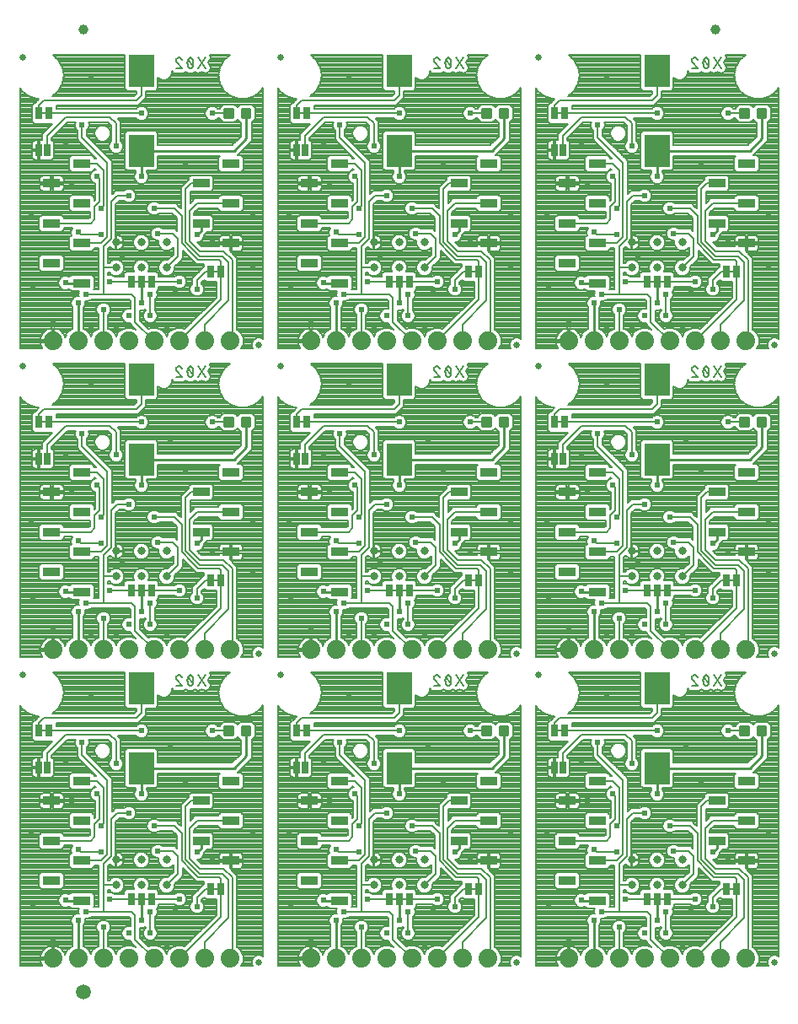
<source format=gbl>
G75*
%MOIN*%
%OFA0B0*%
%FSLAX25Y25*%
%IPPOS*%
%LPD*%
%AMOC8*
5,1,8,0,0,1.08239X$1,22.5*
%
%ADD10C,0.00800*%
%ADD11R,0.02500X0.05000*%
%ADD12R,0.01600X0.01000*%
%ADD13C,0.07400*%
%ADD14C,0.02500*%
%ADD15R,0.06693X0.03346*%
%ADD16C,0.03200*%
%ADD17C,0.01181*%
%ADD18R,0.09843X0.12598*%
%ADD19C,0.03937*%
%ADD20C,0.05906*%
%ADD21C,0.01000*%
%ADD22C,0.02400*%
%ADD23C,0.00600*%
D10*
X0036481Y0030750D02*
X0036481Y0134006D01*
X0037247Y0132680D01*
X0037247Y0132680D01*
X0039760Y0130572D01*
X0042841Y0129450D01*
X0043994Y0129450D01*
X0042394Y0127850D01*
X0042069Y0127850D01*
X0041131Y0126913D01*
X0041131Y0120587D01*
X0042069Y0119650D01*
X0045894Y0119650D01*
X0045981Y0119737D01*
X0046069Y0119650D01*
X0049194Y0119650D01*
X0045181Y0115637D01*
X0045181Y0113350D01*
X0045169Y0113350D01*
X0044969Y0113150D01*
X0044106Y0113150D01*
X0044106Y0109475D01*
X0043656Y0109475D01*
X0043656Y0109025D01*
X0041231Y0109025D01*
X0041231Y0106566D01*
X0041327Y0106210D01*
X0041511Y0105890D01*
X0041772Y0105630D01*
X0042091Y0105445D01*
X0042447Y0105350D01*
X0043656Y0105350D01*
X0043656Y0109025D01*
X0044106Y0109025D01*
X0044106Y0105350D01*
X0044969Y0105350D01*
X0045169Y0105150D01*
X0048994Y0105150D01*
X0049931Y0106087D01*
X0049931Y0112413D01*
X0048994Y0113350D01*
X0048981Y0113350D01*
X0048981Y0114063D01*
X0055268Y0120350D01*
X0058406Y0120350D01*
X0058181Y0119807D01*
X0058181Y0118693D01*
X0058608Y0117664D01*
X0059081Y0117190D01*
X0059081Y0113463D01*
X0060194Y0112350D01*
X0066683Y0105861D01*
X0065754Y0105861D01*
X0065754Y0106297D01*
X0064816Y0107234D01*
X0056798Y0107234D01*
X0055861Y0106297D01*
X0055861Y0101625D01*
X0056798Y0100688D01*
X0064816Y0100688D01*
X0065754Y0101625D01*
X0065754Y0102061D01*
X0065983Y0102061D01*
X0066331Y0101713D01*
X0066494Y0101550D01*
X0066424Y0101550D01*
X0065395Y0101124D01*
X0064608Y0100336D01*
X0064181Y0099307D01*
X0064181Y0098193D01*
X0064608Y0097164D01*
X0065395Y0096376D01*
X0066081Y0096092D01*
X0066081Y0089537D01*
X0065754Y0089209D01*
X0065754Y0090549D01*
X0064816Y0091486D01*
X0056798Y0091486D01*
X0055861Y0090549D01*
X0055861Y0085877D01*
X0056798Y0084940D01*
X0064081Y0084940D01*
X0064081Y0082626D01*
X0063694Y0082239D01*
X0053943Y0082239D01*
X0053943Y0082675D01*
X0053005Y0083612D01*
X0044987Y0083612D01*
X0044050Y0082675D01*
X0044050Y0078003D01*
X0044987Y0077066D01*
X0053005Y0077066D01*
X0053943Y0078003D01*
X0053943Y0078439D01*
X0057210Y0078439D01*
X0057108Y0078336D01*
X0056681Y0077307D01*
X0056681Y0076193D01*
X0056870Y0075738D01*
X0056798Y0075738D01*
X0055861Y0074801D01*
X0055861Y0070129D01*
X0056798Y0069192D01*
X0064816Y0069192D01*
X0065754Y0070129D01*
X0065754Y0070565D01*
X0067581Y0070565D01*
X0067581Y0054150D01*
X0065523Y0054150D01*
X0065754Y0054381D01*
X0065754Y0059053D01*
X0064816Y0059990D01*
X0056798Y0059990D01*
X0055971Y0059163D01*
X0055038Y0059550D01*
X0053924Y0059550D01*
X0052895Y0059124D01*
X0052108Y0058336D01*
X0051681Y0057307D01*
X0051681Y0056193D01*
X0052108Y0055164D01*
X0052895Y0054376D01*
X0053924Y0053950D01*
X0055038Y0053950D01*
X0055925Y0054317D01*
X0056798Y0053444D01*
X0059945Y0053444D01*
X0059681Y0052807D01*
X0059681Y0051693D01*
X0059741Y0051550D01*
X0058924Y0051550D01*
X0057895Y0051124D01*
X0057108Y0050336D01*
X0056681Y0049307D01*
X0056681Y0048193D01*
X0057108Y0047164D01*
X0057381Y0046890D01*
X0057381Y0038617D01*
X0056479Y0038243D01*
X0054988Y0036752D01*
X0054361Y0035237D01*
X0054208Y0035708D01*
X0053843Y0036423D01*
X0053371Y0037072D01*
X0052804Y0037640D01*
X0052154Y0038112D01*
X0051439Y0038476D01*
X0050676Y0038724D01*
X0049883Y0038850D01*
X0049881Y0038850D01*
X0049881Y0034150D01*
X0049081Y0034150D01*
X0049081Y0033350D01*
X0044381Y0033350D01*
X0044381Y0033349D01*
X0044507Y0032556D01*
X0044755Y0031792D01*
X0045119Y0031077D01*
X0045357Y0030750D01*
X0036481Y0030750D01*
X0036481Y0031146D02*
X0045084Y0031146D01*
X0044706Y0031944D02*
X0036481Y0031944D01*
X0036481Y0032743D02*
X0044477Y0032743D01*
X0044381Y0034150D02*
X0049081Y0034150D01*
X0049081Y0038850D01*
X0049080Y0038850D01*
X0048287Y0038724D01*
X0047524Y0038476D01*
X0046808Y0038112D01*
X0046159Y0037640D01*
X0045591Y0037072D01*
X0045119Y0036423D01*
X0044755Y0035708D01*
X0044507Y0034944D01*
X0044381Y0034151D01*
X0044381Y0034150D01*
X0044411Y0034340D02*
X0036481Y0034340D01*
X0036481Y0035138D02*
X0044570Y0035138D01*
X0044872Y0035937D02*
X0036481Y0035937D01*
X0036481Y0036735D02*
X0045346Y0036735D01*
X0046052Y0037534D02*
X0036481Y0037534D01*
X0036481Y0038332D02*
X0047241Y0038332D01*
X0049081Y0038332D02*
X0049881Y0038332D01*
X0049881Y0037534D02*
X0049081Y0037534D01*
X0049081Y0036735D02*
X0049881Y0036735D01*
X0049881Y0035937D02*
X0049081Y0035937D01*
X0049081Y0035138D02*
X0049881Y0035138D01*
X0049881Y0034340D02*
X0049081Y0034340D01*
X0049081Y0033541D02*
X0036481Y0033541D01*
X0036481Y0039131D02*
X0057381Y0039131D01*
X0057381Y0039929D02*
X0036481Y0039929D01*
X0036481Y0040728D02*
X0057381Y0040728D01*
X0057381Y0041526D02*
X0036481Y0041526D01*
X0036481Y0042325D02*
X0057381Y0042325D01*
X0057381Y0043123D02*
X0036481Y0043123D01*
X0036481Y0043922D02*
X0057381Y0043922D01*
X0057381Y0044720D02*
X0036481Y0044720D01*
X0036481Y0045519D02*
X0057381Y0045519D01*
X0057381Y0046317D02*
X0036481Y0046317D01*
X0036481Y0047116D02*
X0057156Y0047116D01*
X0056797Y0047914D02*
X0036481Y0047914D01*
X0036481Y0048713D02*
X0056681Y0048713D01*
X0056766Y0049511D02*
X0036481Y0049511D01*
X0036481Y0050310D02*
X0057097Y0050310D01*
X0057880Y0051108D02*
X0036481Y0051108D01*
X0036481Y0051907D02*
X0059681Y0051907D01*
X0059681Y0052705D02*
X0036481Y0052705D01*
X0036481Y0053504D02*
X0056738Y0053504D01*
X0055939Y0054302D02*
X0055889Y0054302D01*
X0053074Y0054302D02*
X0036481Y0054302D01*
X0036481Y0055101D02*
X0052171Y0055101D01*
X0051803Y0055899D02*
X0036481Y0055899D01*
X0036481Y0056698D02*
X0051681Y0056698D01*
X0051760Y0057496D02*
X0036481Y0057496D01*
X0036481Y0058295D02*
X0052090Y0058295D01*
X0052865Y0059093D02*
X0036481Y0059093D01*
X0036481Y0059892D02*
X0056700Y0059892D01*
X0053943Y0062255D02*
X0053943Y0066927D01*
X0053005Y0067864D01*
X0044987Y0067864D01*
X0044050Y0066927D01*
X0044050Y0062255D01*
X0044987Y0061318D01*
X0053005Y0061318D01*
X0053943Y0062255D01*
X0053943Y0062287D02*
X0067581Y0062287D01*
X0067581Y0061489D02*
X0053177Y0061489D01*
X0053943Y0063086D02*
X0067581Y0063086D01*
X0067581Y0063884D02*
X0053943Y0063884D01*
X0053943Y0064683D02*
X0067581Y0064683D01*
X0067581Y0065482D02*
X0053943Y0065482D01*
X0053943Y0066280D02*
X0067581Y0066280D01*
X0067581Y0067079D02*
X0053791Y0067079D01*
X0056516Y0069474D02*
X0036481Y0069474D01*
X0036481Y0068676D02*
X0067581Y0068676D01*
X0067581Y0069474D02*
X0065099Y0069474D01*
X0065754Y0070273D02*
X0067581Y0070273D01*
X0067581Y0067877D02*
X0036481Y0067877D01*
X0036481Y0067079D02*
X0044201Y0067079D01*
X0044050Y0066280D02*
X0036481Y0066280D01*
X0036481Y0065482D02*
X0044050Y0065482D01*
X0044050Y0064683D02*
X0036481Y0064683D01*
X0036481Y0063884D02*
X0044050Y0063884D01*
X0044050Y0063086D02*
X0036481Y0063086D01*
X0036481Y0062287D02*
X0044050Y0062287D01*
X0044816Y0061489D02*
X0036481Y0061489D01*
X0036481Y0060690D02*
X0067581Y0060690D01*
X0067581Y0059892D02*
X0064915Y0059892D01*
X0065713Y0059093D02*
X0067581Y0059093D01*
X0067581Y0058295D02*
X0065754Y0058295D01*
X0065754Y0057496D02*
X0067581Y0057496D01*
X0067581Y0056698D02*
X0065754Y0056698D01*
X0065754Y0055899D02*
X0067581Y0055899D01*
X0067581Y0055101D02*
X0065754Y0055101D01*
X0065675Y0054302D02*
X0067581Y0054302D01*
X0070268Y0050350D02*
X0064541Y0050350D01*
X0064067Y0049876D01*
X0063038Y0049450D01*
X0062222Y0049450D01*
X0062281Y0049307D01*
X0062281Y0048193D01*
X0061855Y0047164D01*
X0061581Y0046890D01*
X0061581Y0038617D01*
X0062483Y0038243D01*
X0063974Y0036752D01*
X0064481Y0035528D01*
X0064988Y0036752D01*
X0066479Y0038243D01*
X0067581Y0038700D01*
X0067581Y0044190D01*
X0067108Y0044664D01*
X0066681Y0045693D01*
X0066681Y0046807D01*
X0067108Y0047836D01*
X0067895Y0048624D01*
X0068924Y0049050D01*
X0070038Y0049050D01*
X0071067Y0048624D01*
X0071855Y0047836D01*
X0072281Y0046807D01*
X0072281Y0045693D01*
X0071855Y0044664D01*
X0071381Y0044190D01*
X0071381Y0038700D01*
X0072483Y0038243D01*
X0073974Y0036752D01*
X0074481Y0035528D01*
X0074988Y0036752D01*
X0076479Y0038243D01*
X0078427Y0039050D01*
X0080535Y0039050D01*
X0082172Y0038372D01*
X0081194Y0039350D01*
X0080081Y0040463D01*
X0080081Y0040968D01*
X0080038Y0040950D01*
X0078924Y0040950D01*
X0077895Y0041376D01*
X0077108Y0042164D01*
X0076681Y0043193D01*
X0076681Y0044307D01*
X0077108Y0045336D01*
X0077895Y0046124D01*
X0078924Y0046550D01*
X0080038Y0046550D01*
X0080081Y0046532D01*
X0080081Y0049963D01*
X0079694Y0050350D01*
X0070268Y0050350D01*
X0070852Y0048713D02*
X0080081Y0048713D01*
X0080081Y0049511D02*
X0063186Y0049511D01*
X0062281Y0048713D02*
X0068110Y0048713D01*
X0067186Y0047914D02*
X0062166Y0047914D01*
X0061807Y0047116D02*
X0066809Y0047116D01*
X0066681Y0046317D02*
X0061581Y0046317D01*
X0061581Y0045519D02*
X0066753Y0045519D01*
X0067084Y0044720D02*
X0061581Y0044720D01*
X0061581Y0043922D02*
X0067581Y0043922D01*
X0067581Y0043123D02*
X0061581Y0043123D01*
X0061581Y0042325D02*
X0067581Y0042325D01*
X0067581Y0041526D02*
X0061581Y0041526D01*
X0061581Y0040728D02*
X0067581Y0040728D01*
X0067581Y0039929D02*
X0061581Y0039929D01*
X0061581Y0039131D02*
X0067581Y0039131D01*
X0066694Y0038332D02*
X0062269Y0038332D01*
X0063193Y0037534D02*
X0065770Y0037534D01*
X0064981Y0036735D02*
X0063981Y0036735D01*
X0064312Y0035937D02*
X0064650Y0035937D01*
X0071381Y0039131D02*
X0081414Y0039131D01*
X0080615Y0039929D02*
X0071381Y0039929D01*
X0071381Y0040728D02*
X0080081Y0040728D01*
X0077745Y0041526D02*
X0071381Y0041526D01*
X0071381Y0042325D02*
X0077041Y0042325D01*
X0076710Y0043123D02*
X0071381Y0043123D01*
X0071381Y0043922D02*
X0076681Y0043922D01*
X0076852Y0044720D02*
X0071878Y0044720D01*
X0072209Y0045519D02*
X0077290Y0045519D01*
X0078362Y0046317D02*
X0072281Y0046317D01*
X0072153Y0047116D02*
X0080081Y0047116D01*
X0080081Y0047914D02*
X0071777Y0047914D01*
X0064501Y0050310D02*
X0079734Y0050310D01*
X0083881Y0045968D02*
X0083924Y0045950D01*
X0085038Y0045950D01*
X0086067Y0046376D01*
X0086081Y0046390D01*
X0086081Y0045810D01*
X0085608Y0045336D01*
X0085181Y0044307D01*
X0085181Y0043193D01*
X0085608Y0042164D01*
X0086395Y0041376D01*
X0087424Y0040950D01*
X0088538Y0040950D01*
X0089567Y0041376D01*
X0090355Y0042164D01*
X0090781Y0043193D01*
X0090781Y0044307D01*
X0090355Y0045336D01*
X0089881Y0045810D01*
X0089881Y0050190D01*
X0090355Y0050664D01*
X0090781Y0051693D01*
X0090781Y0052807D01*
X0090567Y0053323D01*
X0091331Y0054087D01*
X0091331Y0055350D01*
X0097421Y0055350D01*
X0097895Y0054876D01*
X0098924Y0054450D01*
X0100038Y0054450D01*
X0101067Y0054876D01*
X0101855Y0055664D01*
X0102281Y0056693D01*
X0102281Y0057807D01*
X0101855Y0058836D01*
X0101067Y0059624D01*
X0100038Y0060050D01*
X0098924Y0060050D01*
X0097895Y0059624D01*
X0097421Y0059150D01*
X0091331Y0059150D01*
X0091331Y0060413D01*
X0090394Y0061350D01*
X0087365Y0061350D01*
X0087681Y0062113D01*
X0087681Y0063387D01*
X0087194Y0064563D01*
X0086294Y0065463D01*
X0085118Y0065950D01*
X0083845Y0065950D01*
X0082669Y0065463D01*
X0081768Y0064563D01*
X0081281Y0063387D01*
X0081281Y0062113D01*
X0081598Y0061350D01*
X0078569Y0061350D01*
X0077631Y0060413D01*
X0077631Y0059150D01*
X0074041Y0059150D01*
X0073567Y0059624D01*
X0072538Y0060050D01*
X0071424Y0060050D01*
X0071381Y0060032D01*
X0071381Y0060850D01*
X0071856Y0060850D01*
X0072669Y0060037D01*
X0073845Y0059550D01*
X0075118Y0059550D01*
X0076294Y0060037D01*
X0077194Y0060937D01*
X0077681Y0062113D01*
X0077681Y0063387D01*
X0077194Y0064563D01*
X0076294Y0065463D01*
X0075118Y0065950D01*
X0073845Y0065950D01*
X0072669Y0065463D01*
X0071856Y0064650D01*
X0071381Y0064650D01*
X0071381Y0070463D01*
X0071993Y0071074D01*
X0072151Y0070838D01*
X0072569Y0070420D01*
X0073060Y0070091D01*
X0073606Y0069865D01*
X0074186Y0069750D01*
X0074381Y0069750D01*
X0074381Y0072650D01*
X0074581Y0072650D01*
X0074581Y0069750D01*
X0074777Y0069750D01*
X0075356Y0069865D01*
X0075902Y0070091D01*
X0076394Y0070420D01*
X0076811Y0070838D01*
X0077140Y0071329D01*
X0077366Y0071875D01*
X0077481Y0072455D01*
X0077481Y0072650D01*
X0074581Y0072650D01*
X0074581Y0072850D01*
X0074381Y0072850D01*
X0074381Y0073463D01*
X0074381Y0073463D01*
X0074381Y0087963D01*
X0075768Y0089350D01*
X0077421Y0089350D01*
X0077895Y0088876D01*
X0078924Y0088450D01*
X0080038Y0088450D01*
X0081067Y0088876D01*
X0081855Y0089664D01*
X0082281Y0090693D01*
X0082281Y0091807D01*
X0081855Y0092836D01*
X0081067Y0093624D01*
X0080038Y0094050D01*
X0078924Y0094050D01*
X0077895Y0093624D01*
X0077421Y0093150D01*
X0074194Y0093150D01*
X0073081Y0092037D01*
X0072881Y0091837D01*
X0072881Y0105037D01*
X0062881Y0115037D01*
X0062881Y0117190D01*
X0063355Y0117664D01*
X0063781Y0118693D01*
X0063781Y0119807D01*
X0063556Y0120350D01*
X0071194Y0120350D01*
X0072581Y0118963D01*
X0072581Y0112810D01*
X0072108Y0112336D01*
X0071681Y0111307D01*
X0071681Y0110193D01*
X0072108Y0109164D01*
X0072895Y0108376D01*
X0073924Y0107950D01*
X0075038Y0107950D01*
X0076067Y0108376D01*
X0076855Y0109164D01*
X0077281Y0110193D01*
X0077281Y0111307D01*
X0076855Y0112336D01*
X0076381Y0112810D01*
X0076381Y0120537D01*
X0075268Y0121650D01*
X0075068Y0121850D01*
X0082421Y0121850D01*
X0082895Y0121376D01*
X0083924Y0120950D01*
X0085038Y0120950D01*
X0086067Y0121376D01*
X0086855Y0122164D01*
X0087281Y0123193D01*
X0087281Y0124307D01*
X0086855Y0125336D01*
X0086067Y0126124D01*
X0085038Y0126550D01*
X0083924Y0126550D01*
X0082895Y0126124D01*
X0082421Y0125650D01*
X0050831Y0125650D01*
X0050831Y0126850D01*
X0083268Y0126850D01*
X0086381Y0129963D01*
X0086381Y0132599D01*
X0090065Y0132599D01*
X0091002Y0133536D01*
X0091002Y0137952D01*
X0091541Y0137413D01*
X0092708Y0136930D01*
X0093971Y0136930D01*
X0095138Y0137413D01*
X0096031Y0138306D01*
X0096514Y0139473D01*
X0096514Y0140505D01*
X0097369Y0139650D01*
X0100450Y0139650D01*
X0101195Y0139590D01*
X0101266Y0139650D01*
X0101360Y0139650D01*
X0101888Y0140179D01*
X0102034Y0140302D01*
X0102947Y0139650D01*
X0104782Y0139650D01*
X0105543Y0140194D01*
X0106544Y0139526D01*
X0108169Y0139851D01*
X0108365Y0140144D01*
X0108560Y0139851D01*
X0110185Y0139526D01*
X0111563Y0140445D01*
X0111888Y0142070D01*
X0110768Y0143750D01*
X0111888Y0145430D01*
X0111624Y0146750D01*
X0119547Y0146750D01*
X0117247Y0144820D01*
X0115607Y0141980D01*
X0115607Y0141980D01*
X0115038Y0138750D01*
X0115607Y0135520D01*
X0117247Y0132680D01*
X0117247Y0132680D01*
X0119760Y0130572D01*
X0122841Y0129450D01*
X0126121Y0129450D01*
X0129203Y0130572D01*
X0131715Y0132680D01*
X0131715Y0132680D01*
X0132481Y0134006D01*
X0132481Y0034713D01*
X0131548Y0035100D01*
X0130414Y0035100D01*
X0129367Y0034666D01*
X0128565Y0033864D01*
X0128131Y0032817D01*
X0128131Y0031683D01*
X0128518Y0030750D01*
X0123975Y0030750D01*
X0124781Y0032696D01*
X0124781Y0034804D01*
X0123974Y0036752D01*
X0122483Y0038243D01*
X0122381Y0038285D01*
X0122381Y0066537D01*
X0121268Y0067650D01*
X0119507Y0069411D01*
X0119507Y0072065D01*
X0115161Y0072065D01*
X0115161Y0071150D01*
X0108268Y0071150D01*
X0106468Y0072950D01*
X0107038Y0072950D01*
X0108067Y0073376D01*
X0108855Y0074164D01*
X0109281Y0075193D01*
X0109281Y0075580D01*
X0110196Y0076495D01*
X0110196Y0077066D01*
X0112105Y0077066D01*
X0113043Y0078003D01*
X0113043Y0082675D01*
X0112105Y0083612D01*
X0105381Y0083612D01*
X0105381Y0084463D01*
X0107231Y0086313D01*
X0114961Y0086313D01*
X0114961Y0085877D01*
X0115898Y0084940D01*
X0123916Y0084940D01*
X0124854Y0085877D01*
X0124854Y0090549D01*
X0123916Y0091486D01*
X0115898Y0091486D01*
X0114961Y0090549D01*
X0114961Y0090113D01*
X0105657Y0090113D01*
X0104544Y0089000D01*
X0103881Y0088337D01*
X0103881Y0092963D01*
X0103910Y0092991D01*
X0104087Y0092814D01*
X0112105Y0092814D01*
X0113043Y0093751D01*
X0113043Y0098423D01*
X0112105Y0099360D01*
X0104087Y0099360D01*
X0103150Y0098423D01*
X0103150Y0097605D01*
X0101194Y0095650D01*
X0100081Y0094537D01*
X0100081Y0086337D01*
X0099381Y0087037D01*
X0098268Y0088150D01*
X0091541Y0088150D01*
X0091067Y0088624D01*
X0090038Y0089050D01*
X0088924Y0089050D01*
X0087895Y0088624D01*
X0087108Y0087836D01*
X0086681Y0086807D01*
X0086681Y0085693D01*
X0087108Y0084664D01*
X0087895Y0083876D01*
X0088924Y0083450D01*
X0090038Y0083450D01*
X0091067Y0083876D01*
X0091541Y0084350D01*
X0096694Y0084350D01*
X0098581Y0082463D01*
X0098581Y0077337D01*
X0097768Y0078150D01*
X0093041Y0078150D01*
X0092567Y0078624D01*
X0091538Y0079050D01*
X0090424Y0079050D01*
X0089395Y0078624D01*
X0088608Y0077836D01*
X0088181Y0076807D01*
X0088181Y0075693D01*
X0088608Y0074664D01*
X0089395Y0073876D01*
X0090424Y0073450D01*
X0091308Y0073450D01*
X0091281Y0073387D01*
X0091281Y0072113D01*
X0091768Y0070937D01*
X0092669Y0070037D01*
X0093845Y0069550D01*
X0095118Y0069550D01*
X0096294Y0070037D01*
X0097081Y0070825D01*
X0097081Y0068037D01*
X0094994Y0065950D01*
X0093845Y0065950D01*
X0092669Y0065463D01*
X0091768Y0064563D01*
X0091281Y0063387D01*
X0091281Y0062113D01*
X0091768Y0060937D01*
X0092669Y0060037D01*
X0093845Y0059550D01*
X0095118Y0059550D01*
X0096294Y0060037D01*
X0097194Y0060937D01*
X0097681Y0062113D01*
X0097681Y0063263D01*
X0099768Y0065350D01*
X0100881Y0066463D01*
X0100881Y0069466D01*
X0102483Y0067864D01*
X0105084Y0065263D01*
X0106197Y0064150D01*
X0109131Y0064150D01*
X0109131Y0063087D01*
X0105694Y0059650D01*
X0104581Y0058537D01*
X0104581Y0056310D01*
X0104108Y0055836D01*
X0103681Y0054807D01*
X0103681Y0053693D01*
X0104108Y0052664D01*
X0104895Y0051876D01*
X0105924Y0051450D01*
X0107038Y0051450D01*
X0108067Y0051876D01*
X0108855Y0052664D01*
X0109281Y0053693D01*
X0109281Y0054807D01*
X0108855Y0055836D01*
X0108381Y0056310D01*
X0108381Y0056963D01*
X0109318Y0057900D01*
X0110069Y0057150D01*
X0113894Y0057150D01*
X0113981Y0057237D01*
X0114069Y0057150D01*
X0114081Y0057150D01*
X0114081Y0051037D01*
X0101638Y0038593D01*
X0100535Y0039050D01*
X0098427Y0039050D01*
X0096479Y0038243D01*
X0094988Y0036752D01*
X0094481Y0035528D01*
X0093974Y0036752D01*
X0092483Y0038243D01*
X0090535Y0039050D01*
X0088427Y0039050D01*
X0087325Y0038593D01*
X0083881Y0042037D01*
X0083881Y0045968D01*
X0083881Y0045519D02*
X0085790Y0045519D01*
X0085925Y0046317D02*
X0086081Y0046317D01*
X0085352Y0044720D02*
X0083881Y0044720D01*
X0083881Y0043922D02*
X0085181Y0043922D01*
X0085210Y0043123D02*
X0083881Y0043123D01*
X0083881Y0042325D02*
X0085541Y0042325D01*
X0086245Y0041526D02*
X0084392Y0041526D01*
X0085191Y0040728D02*
X0103772Y0040728D01*
X0104570Y0041526D02*
X0089717Y0041526D01*
X0090422Y0042325D02*
X0105369Y0042325D01*
X0106167Y0043123D02*
X0090752Y0043123D01*
X0090781Y0043922D02*
X0106966Y0043922D01*
X0107764Y0044720D02*
X0090610Y0044720D01*
X0090172Y0045519D02*
X0108563Y0045519D01*
X0109362Y0046317D02*
X0089881Y0046317D01*
X0089881Y0047116D02*
X0110160Y0047116D01*
X0110959Y0047914D02*
X0089881Y0047914D01*
X0089881Y0048713D02*
X0111757Y0048713D01*
X0112556Y0049511D02*
X0089881Y0049511D01*
X0090001Y0050310D02*
X0113354Y0050310D01*
X0114081Y0051108D02*
X0090539Y0051108D01*
X0090781Y0051907D02*
X0104865Y0051907D01*
X0104090Y0052705D02*
X0090781Y0052705D01*
X0090748Y0053504D02*
X0103760Y0053504D01*
X0103681Y0054302D02*
X0091331Y0054302D01*
X0091331Y0055101D02*
X0097671Y0055101D01*
X0101292Y0055101D02*
X0103803Y0055101D01*
X0104171Y0055899D02*
X0101952Y0055899D01*
X0102281Y0056698D02*
X0104581Y0056698D01*
X0104581Y0057496D02*
X0102281Y0057496D01*
X0102079Y0058295D02*
X0104581Y0058295D01*
X0105138Y0059093D02*
X0101598Y0059093D01*
X0100420Y0059892D02*
X0105936Y0059892D01*
X0106735Y0060690D02*
X0096947Y0060690D01*
X0097423Y0061489D02*
X0107533Y0061489D01*
X0108332Y0062287D02*
X0097681Y0062287D01*
X0097681Y0063086D02*
X0109130Y0063086D01*
X0109131Y0063884D02*
X0098303Y0063884D01*
X0099101Y0064683D02*
X0105664Y0064683D01*
X0104866Y0065482D02*
X0099900Y0065482D01*
X0100698Y0066280D02*
X0104067Y0066280D01*
X0103269Y0067079D02*
X0100881Y0067079D01*
X0100881Y0067877D02*
X0102470Y0067877D01*
X0101672Y0068676D02*
X0100881Y0068676D01*
X0097081Y0068676D02*
X0071381Y0068676D01*
X0071381Y0069474D02*
X0097081Y0069474D01*
X0097081Y0070273D02*
X0096529Y0070273D01*
X0096921Y0067877D02*
X0071381Y0067877D01*
X0071381Y0067079D02*
X0096123Y0067079D01*
X0095324Y0066280D02*
X0071381Y0066280D01*
X0071381Y0065482D02*
X0072714Y0065482D01*
X0071889Y0064683D02*
X0071381Y0064683D01*
X0071381Y0060690D02*
X0072015Y0060690D01*
X0072920Y0059892D02*
X0073019Y0059892D01*
X0075943Y0059892D02*
X0077631Y0059892D01*
X0077909Y0060690D02*
X0076947Y0060690D01*
X0077423Y0061489D02*
X0081540Y0061489D01*
X0081281Y0062287D02*
X0077681Y0062287D01*
X0077681Y0063086D02*
X0081281Y0063086D01*
X0081488Y0063884D02*
X0077475Y0063884D01*
X0077074Y0064683D02*
X0081889Y0064683D01*
X0082714Y0065482D02*
X0076249Y0065482D01*
X0076173Y0070273D02*
X0082433Y0070273D01*
X0082669Y0070037D02*
X0083845Y0069550D01*
X0085118Y0069550D01*
X0086294Y0070037D01*
X0087194Y0070937D01*
X0087681Y0072113D01*
X0087681Y0073387D01*
X0087194Y0074563D01*
X0086294Y0075463D01*
X0085118Y0075950D01*
X0083845Y0075950D01*
X0082669Y0075463D01*
X0081768Y0074563D01*
X0081281Y0073387D01*
X0081281Y0072113D01*
X0081768Y0070937D01*
X0082669Y0070037D01*
X0081713Y0071071D02*
X0076967Y0071071D01*
X0077364Y0071870D02*
X0081382Y0071870D01*
X0081281Y0072668D02*
X0074581Y0072668D01*
X0074581Y0072850D02*
X0077481Y0072850D01*
X0077481Y0073045D01*
X0077366Y0073625D01*
X0077140Y0074171D01*
X0076811Y0074662D01*
X0076394Y0075080D01*
X0075902Y0075409D01*
X0075356Y0075635D01*
X0074777Y0075750D01*
X0074581Y0075750D01*
X0074581Y0072850D01*
X0074581Y0073467D02*
X0074381Y0073467D01*
X0074381Y0074265D02*
X0074581Y0074265D01*
X0074581Y0075064D02*
X0074381Y0075064D01*
X0074381Y0075862D02*
X0083633Y0075862D01*
X0082269Y0075064D02*
X0076410Y0075064D01*
X0077077Y0074265D02*
X0081645Y0074265D01*
X0081314Y0073467D02*
X0077397Y0073467D01*
X0074581Y0071870D02*
X0074381Y0071870D01*
X0074381Y0071071D02*
X0074581Y0071071D01*
X0074581Y0070273D02*
X0074381Y0070273D01*
X0072789Y0070273D02*
X0071381Y0070273D01*
X0071989Y0071071D02*
X0071995Y0071071D01*
X0074381Y0076661D02*
X0088181Y0076661D01*
X0088181Y0075862D02*
X0085330Y0075862D01*
X0086693Y0075064D02*
X0088442Y0075064D01*
X0089006Y0074265D02*
X0087317Y0074265D01*
X0087648Y0073467D02*
X0090384Y0073467D01*
X0091281Y0072668D02*
X0087681Y0072668D01*
X0087580Y0071870D02*
X0091382Y0071870D01*
X0091713Y0071071D02*
X0087249Y0071071D01*
X0086529Y0070273D02*
X0092433Y0070273D01*
X0092714Y0065482D02*
X0086249Y0065482D01*
X0087074Y0064683D02*
X0091889Y0064683D01*
X0091488Y0063884D02*
X0087475Y0063884D01*
X0087681Y0063086D02*
X0091281Y0063086D01*
X0091281Y0062287D02*
X0087681Y0062287D01*
X0087423Y0061489D02*
X0091540Y0061489D01*
X0092015Y0060690D02*
X0091054Y0060690D01*
X0091331Y0059892D02*
X0093019Y0059892D01*
X0095943Y0059892D02*
X0098543Y0059892D01*
X0108381Y0056698D02*
X0114081Y0056698D01*
X0114081Y0055899D02*
X0108792Y0055899D01*
X0109159Y0055101D02*
X0114081Y0055101D01*
X0114081Y0054302D02*
X0109281Y0054302D01*
X0109203Y0053504D02*
X0114081Y0053504D01*
X0114081Y0052705D02*
X0108872Y0052705D01*
X0108098Y0051907D02*
X0114081Y0051907D01*
X0109722Y0057496D02*
X0108915Y0057496D01*
X0122381Y0057496D02*
X0132481Y0057496D01*
X0132481Y0056698D02*
X0122381Y0056698D01*
X0122381Y0055899D02*
X0132481Y0055899D01*
X0132481Y0055101D02*
X0122381Y0055101D01*
X0122381Y0054302D02*
X0132481Y0054302D01*
X0132481Y0053504D02*
X0122381Y0053504D01*
X0122381Y0052705D02*
X0132481Y0052705D01*
X0132481Y0051907D02*
X0122381Y0051907D01*
X0122381Y0051108D02*
X0132481Y0051108D01*
X0132481Y0050310D02*
X0122381Y0050310D01*
X0122381Y0049511D02*
X0132481Y0049511D01*
X0132481Y0048713D02*
X0122381Y0048713D01*
X0122381Y0047914D02*
X0132481Y0047914D01*
X0132481Y0047116D02*
X0122381Y0047116D01*
X0122381Y0046317D02*
X0132481Y0046317D01*
X0132481Y0045519D02*
X0122381Y0045519D01*
X0122381Y0044720D02*
X0132481Y0044720D01*
X0132481Y0043922D02*
X0122381Y0043922D01*
X0122381Y0043123D02*
X0132481Y0043123D01*
X0132481Y0042325D02*
X0122381Y0042325D01*
X0122381Y0041526D02*
X0132481Y0041526D01*
X0132481Y0040728D02*
X0122381Y0040728D01*
X0122381Y0039929D02*
X0132481Y0039929D01*
X0132481Y0039131D02*
X0122381Y0039131D01*
X0122381Y0038332D02*
X0132481Y0038332D01*
X0132481Y0037534D02*
X0123193Y0037534D01*
X0123981Y0036735D02*
X0132481Y0036735D01*
X0132481Y0035937D02*
X0124312Y0035937D01*
X0124643Y0035138D02*
X0132481Y0035138D01*
X0129040Y0034340D02*
X0124781Y0034340D01*
X0124781Y0033541D02*
X0128431Y0033541D01*
X0128131Y0032743D02*
X0124781Y0032743D01*
X0124470Y0031944D02*
X0128131Y0031944D01*
X0128354Y0031146D02*
X0124139Y0031146D01*
X0138481Y0031146D02*
X0147084Y0031146D01*
X0147119Y0031077D02*
X0147357Y0030750D01*
X0138481Y0030750D01*
X0138481Y0134006D01*
X0139247Y0132680D01*
X0139247Y0132680D01*
X0141760Y0130572D01*
X0144841Y0129450D01*
X0145994Y0129450D01*
X0144394Y0127850D01*
X0144069Y0127850D01*
X0143131Y0126913D01*
X0143131Y0120587D01*
X0144069Y0119650D01*
X0147894Y0119650D01*
X0147981Y0119737D01*
X0148069Y0119650D01*
X0151194Y0119650D01*
X0147181Y0115637D01*
X0147181Y0113350D01*
X0147169Y0113350D01*
X0146969Y0113150D01*
X0146106Y0113150D01*
X0146106Y0109475D01*
X0145656Y0109475D01*
X0145656Y0109025D01*
X0143231Y0109025D01*
X0143231Y0106566D01*
X0143327Y0106210D01*
X0143511Y0105890D01*
X0143772Y0105630D01*
X0144091Y0105445D01*
X0144447Y0105350D01*
X0145656Y0105350D01*
X0145656Y0109025D01*
X0146106Y0109025D01*
X0146106Y0105350D01*
X0146969Y0105350D01*
X0147169Y0105150D01*
X0150994Y0105150D01*
X0151931Y0106087D01*
X0151931Y0112413D01*
X0150994Y0113350D01*
X0150981Y0113350D01*
X0150981Y0114063D01*
X0157268Y0120350D01*
X0160406Y0120350D01*
X0160181Y0119807D01*
X0160181Y0118693D01*
X0160608Y0117664D01*
X0161081Y0117190D01*
X0161081Y0113463D01*
X0162194Y0112350D01*
X0168683Y0105861D01*
X0167754Y0105861D01*
X0167754Y0106297D01*
X0166816Y0107234D01*
X0158798Y0107234D01*
X0157861Y0106297D01*
X0157861Y0101625D01*
X0158798Y0100688D01*
X0166816Y0100688D01*
X0167754Y0101625D01*
X0167754Y0102061D01*
X0167983Y0102061D01*
X0168331Y0101713D01*
X0168494Y0101550D01*
X0168424Y0101550D01*
X0167395Y0101124D01*
X0166608Y0100336D01*
X0166181Y0099307D01*
X0166181Y0098193D01*
X0166608Y0097164D01*
X0167395Y0096376D01*
X0168081Y0096092D01*
X0168081Y0089537D01*
X0167754Y0089209D01*
X0167754Y0090549D01*
X0166816Y0091486D01*
X0158798Y0091486D01*
X0157861Y0090549D01*
X0157861Y0085877D01*
X0158798Y0084940D01*
X0166081Y0084940D01*
X0166081Y0082626D01*
X0165694Y0082239D01*
X0155943Y0082239D01*
X0155943Y0082675D01*
X0155005Y0083612D01*
X0146987Y0083612D01*
X0146050Y0082675D01*
X0146050Y0078003D01*
X0146987Y0077066D01*
X0155005Y0077066D01*
X0155943Y0078003D01*
X0155943Y0078439D01*
X0159210Y0078439D01*
X0159108Y0078336D01*
X0158681Y0077307D01*
X0158681Y0076193D01*
X0158870Y0075738D01*
X0158798Y0075738D01*
X0157861Y0074801D01*
X0157861Y0070129D01*
X0158798Y0069192D01*
X0166816Y0069192D01*
X0167754Y0070129D01*
X0167754Y0070565D01*
X0169581Y0070565D01*
X0169581Y0054150D01*
X0167523Y0054150D01*
X0167754Y0054381D01*
X0167754Y0059053D01*
X0166816Y0059990D01*
X0158798Y0059990D01*
X0157971Y0059163D01*
X0157038Y0059550D01*
X0155924Y0059550D01*
X0154895Y0059124D01*
X0154108Y0058336D01*
X0153681Y0057307D01*
X0153681Y0056193D01*
X0154108Y0055164D01*
X0154895Y0054376D01*
X0155924Y0053950D01*
X0157038Y0053950D01*
X0157925Y0054317D01*
X0158798Y0053444D01*
X0161945Y0053444D01*
X0161681Y0052807D01*
X0161681Y0051693D01*
X0161741Y0051550D01*
X0160924Y0051550D01*
X0159895Y0051124D01*
X0159108Y0050336D01*
X0158681Y0049307D01*
X0158681Y0048193D01*
X0159108Y0047164D01*
X0159381Y0046890D01*
X0159381Y0038617D01*
X0158479Y0038243D01*
X0156988Y0036752D01*
X0156361Y0035237D01*
X0156208Y0035708D01*
X0155843Y0036423D01*
X0155371Y0037072D01*
X0154804Y0037640D01*
X0154154Y0038112D01*
X0153439Y0038476D01*
X0152676Y0038724D01*
X0151883Y0038850D01*
X0151881Y0038850D01*
X0151881Y0034150D01*
X0151081Y0034150D01*
X0151081Y0033350D01*
X0146381Y0033350D01*
X0146381Y0033349D01*
X0146507Y0032556D01*
X0146755Y0031792D01*
X0147119Y0031077D01*
X0146706Y0031944D02*
X0138481Y0031944D01*
X0138481Y0032743D02*
X0146477Y0032743D01*
X0146381Y0034150D02*
X0151081Y0034150D01*
X0151081Y0038850D01*
X0151080Y0038850D01*
X0150287Y0038724D01*
X0149524Y0038476D01*
X0148808Y0038112D01*
X0148159Y0037640D01*
X0147591Y0037072D01*
X0147119Y0036423D01*
X0146755Y0035708D01*
X0146507Y0034944D01*
X0146381Y0034151D01*
X0146381Y0034150D01*
X0146411Y0034340D02*
X0138481Y0034340D01*
X0138481Y0035138D02*
X0146570Y0035138D01*
X0146872Y0035937D02*
X0138481Y0035937D01*
X0138481Y0036735D02*
X0147346Y0036735D01*
X0148052Y0037534D02*
X0138481Y0037534D01*
X0138481Y0038332D02*
X0149241Y0038332D01*
X0151081Y0038332D02*
X0151881Y0038332D01*
X0151881Y0037534D02*
X0151081Y0037534D01*
X0151081Y0036735D02*
X0151881Y0036735D01*
X0151881Y0035937D02*
X0151081Y0035937D01*
X0151081Y0035138D02*
X0151881Y0035138D01*
X0151881Y0034340D02*
X0151081Y0034340D01*
X0151081Y0033541D02*
X0138481Y0033541D01*
X0138481Y0039131D02*
X0159381Y0039131D01*
X0159381Y0039929D02*
X0138481Y0039929D01*
X0138481Y0040728D02*
X0159381Y0040728D01*
X0159381Y0041526D02*
X0138481Y0041526D01*
X0138481Y0042325D02*
X0159381Y0042325D01*
X0159381Y0043123D02*
X0138481Y0043123D01*
X0138481Y0043922D02*
X0159381Y0043922D01*
X0159381Y0044720D02*
X0138481Y0044720D01*
X0138481Y0045519D02*
X0159381Y0045519D01*
X0159381Y0046317D02*
X0138481Y0046317D01*
X0138481Y0047116D02*
X0159156Y0047116D01*
X0158797Y0047914D02*
X0138481Y0047914D01*
X0138481Y0048713D02*
X0158681Y0048713D01*
X0158766Y0049511D02*
X0138481Y0049511D01*
X0138481Y0050310D02*
X0159097Y0050310D01*
X0159880Y0051108D02*
X0138481Y0051108D01*
X0138481Y0051907D02*
X0161681Y0051907D01*
X0161681Y0052705D02*
X0138481Y0052705D01*
X0138481Y0053504D02*
X0158738Y0053504D01*
X0157939Y0054302D02*
X0157889Y0054302D01*
X0155074Y0054302D02*
X0138481Y0054302D01*
X0138481Y0055101D02*
X0154171Y0055101D01*
X0153803Y0055899D02*
X0138481Y0055899D01*
X0138481Y0056698D02*
X0153681Y0056698D01*
X0153760Y0057496D02*
X0138481Y0057496D01*
X0138481Y0058295D02*
X0154090Y0058295D01*
X0154865Y0059093D02*
X0138481Y0059093D01*
X0138481Y0059892D02*
X0158700Y0059892D01*
X0155943Y0062255D02*
X0155943Y0066927D01*
X0155005Y0067864D01*
X0146987Y0067864D01*
X0146050Y0066927D01*
X0146050Y0062255D01*
X0146987Y0061318D01*
X0155005Y0061318D01*
X0155943Y0062255D01*
X0155943Y0062287D02*
X0169581Y0062287D01*
X0169581Y0061489D02*
X0155177Y0061489D01*
X0155943Y0063086D02*
X0169581Y0063086D01*
X0169581Y0063884D02*
X0155943Y0063884D01*
X0155943Y0064683D02*
X0169581Y0064683D01*
X0169581Y0065482D02*
X0155943Y0065482D01*
X0155943Y0066280D02*
X0169581Y0066280D01*
X0169581Y0067079D02*
X0155791Y0067079D01*
X0158516Y0069474D02*
X0138481Y0069474D01*
X0138481Y0068676D02*
X0169581Y0068676D01*
X0169581Y0069474D02*
X0167099Y0069474D01*
X0167754Y0070273D02*
X0169581Y0070273D01*
X0169581Y0067877D02*
X0138481Y0067877D01*
X0138481Y0067079D02*
X0146201Y0067079D01*
X0146050Y0066280D02*
X0138481Y0066280D01*
X0138481Y0065482D02*
X0146050Y0065482D01*
X0146050Y0064683D02*
X0138481Y0064683D01*
X0138481Y0063884D02*
X0146050Y0063884D01*
X0146050Y0063086D02*
X0138481Y0063086D01*
X0138481Y0062287D02*
X0146050Y0062287D01*
X0146816Y0061489D02*
X0138481Y0061489D01*
X0138481Y0060690D02*
X0169581Y0060690D01*
X0169581Y0059892D02*
X0166915Y0059892D01*
X0167713Y0059093D02*
X0169581Y0059093D01*
X0169581Y0058295D02*
X0167754Y0058295D01*
X0167754Y0057496D02*
X0169581Y0057496D01*
X0169581Y0056698D02*
X0167754Y0056698D01*
X0167754Y0055899D02*
X0169581Y0055899D01*
X0169581Y0055101D02*
X0167754Y0055101D01*
X0167675Y0054302D02*
X0169581Y0054302D01*
X0172268Y0050350D02*
X0166541Y0050350D01*
X0166067Y0049876D01*
X0165038Y0049450D01*
X0164222Y0049450D01*
X0164281Y0049307D01*
X0164281Y0048193D01*
X0163855Y0047164D01*
X0163581Y0046890D01*
X0163581Y0038617D01*
X0164483Y0038243D01*
X0165974Y0036752D01*
X0166481Y0035528D01*
X0166988Y0036752D01*
X0168479Y0038243D01*
X0169581Y0038700D01*
X0169581Y0044190D01*
X0169108Y0044664D01*
X0168681Y0045693D01*
X0168681Y0046807D01*
X0169108Y0047836D01*
X0169895Y0048624D01*
X0170924Y0049050D01*
X0172038Y0049050D01*
X0173067Y0048624D01*
X0173855Y0047836D01*
X0174281Y0046807D01*
X0174281Y0045693D01*
X0173855Y0044664D01*
X0173381Y0044190D01*
X0173381Y0038700D01*
X0174483Y0038243D01*
X0175974Y0036752D01*
X0176481Y0035528D01*
X0176988Y0036752D01*
X0178479Y0038243D01*
X0180427Y0039050D01*
X0182535Y0039050D01*
X0184172Y0038372D01*
X0183194Y0039350D01*
X0182081Y0040463D01*
X0182081Y0040968D01*
X0182038Y0040950D01*
X0180924Y0040950D01*
X0179895Y0041376D01*
X0179108Y0042164D01*
X0178681Y0043193D01*
X0178681Y0044307D01*
X0179108Y0045336D01*
X0179895Y0046124D01*
X0180924Y0046550D01*
X0182038Y0046550D01*
X0182081Y0046532D01*
X0182081Y0049963D01*
X0181694Y0050350D01*
X0172268Y0050350D01*
X0172852Y0048713D02*
X0182081Y0048713D01*
X0182081Y0049511D02*
X0165186Y0049511D01*
X0164281Y0048713D02*
X0170110Y0048713D01*
X0169186Y0047914D02*
X0164166Y0047914D01*
X0163807Y0047116D02*
X0168809Y0047116D01*
X0168681Y0046317D02*
X0163581Y0046317D01*
X0163581Y0045519D02*
X0168753Y0045519D01*
X0169084Y0044720D02*
X0163581Y0044720D01*
X0163581Y0043922D02*
X0169581Y0043922D01*
X0169581Y0043123D02*
X0163581Y0043123D01*
X0163581Y0042325D02*
X0169581Y0042325D01*
X0169581Y0041526D02*
X0163581Y0041526D01*
X0163581Y0040728D02*
X0169581Y0040728D01*
X0169581Y0039929D02*
X0163581Y0039929D01*
X0163581Y0039131D02*
X0169581Y0039131D01*
X0168694Y0038332D02*
X0164269Y0038332D01*
X0165193Y0037534D02*
X0167770Y0037534D01*
X0166981Y0036735D02*
X0165981Y0036735D01*
X0166312Y0035937D02*
X0166650Y0035937D01*
X0173381Y0039131D02*
X0183414Y0039131D01*
X0182615Y0039929D02*
X0173381Y0039929D01*
X0173381Y0040728D02*
X0182081Y0040728D01*
X0179745Y0041526D02*
X0173381Y0041526D01*
X0173381Y0042325D02*
X0179041Y0042325D01*
X0178710Y0043123D02*
X0173381Y0043123D01*
X0173381Y0043922D02*
X0178681Y0043922D01*
X0178852Y0044720D02*
X0173878Y0044720D01*
X0174209Y0045519D02*
X0179290Y0045519D01*
X0180362Y0046317D02*
X0174281Y0046317D01*
X0174153Y0047116D02*
X0182081Y0047116D01*
X0182081Y0047914D02*
X0173777Y0047914D01*
X0166501Y0050310D02*
X0181734Y0050310D01*
X0185881Y0045968D02*
X0185924Y0045950D01*
X0187038Y0045950D01*
X0188067Y0046376D01*
X0188081Y0046390D01*
X0188081Y0045810D01*
X0187608Y0045336D01*
X0187181Y0044307D01*
X0187181Y0043193D01*
X0187608Y0042164D01*
X0188395Y0041376D01*
X0189424Y0040950D01*
X0190538Y0040950D01*
X0191567Y0041376D01*
X0192355Y0042164D01*
X0192781Y0043193D01*
X0192781Y0044307D01*
X0192355Y0045336D01*
X0191881Y0045810D01*
X0191881Y0050190D01*
X0192355Y0050664D01*
X0192781Y0051693D01*
X0192781Y0052807D01*
X0192567Y0053323D01*
X0193331Y0054087D01*
X0193331Y0055350D01*
X0199421Y0055350D01*
X0199895Y0054876D01*
X0200924Y0054450D01*
X0202038Y0054450D01*
X0203067Y0054876D01*
X0203855Y0055664D01*
X0204281Y0056693D01*
X0204281Y0057807D01*
X0203855Y0058836D01*
X0203067Y0059624D01*
X0202038Y0060050D01*
X0200924Y0060050D01*
X0199895Y0059624D01*
X0199421Y0059150D01*
X0193331Y0059150D01*
X0193331Y0060413D01*
X0192394Y0061350D01*
X0189365Y0061350D01*
X0189681Y0062113D01*
X0189681Y0063387D01*
X0189194Y0064563D01*
X0188294Y0065463D01*
X0187118Y0065950D01*
X0185845Y0065950D01*
X0184669Y0065463D01*
X0183768Y0064563D01*
X0183281Y0063387D01*
X0183281Y0062113D01*
X0183598Y0061350D01*
X0180569Y0061350D01*
X0179631Y0060413D01*
X0179631Y0059150D01*
X0176041Y0059150D01*
X0175567Y0059624D01*
X0174538Y0060050D01*
X0173424Y0060050D01*
X0173381Y0060032D01*
X0173381Y0060850D01*
X0173856Y0060850D01*
X0174669Y0060037D01*
X0175845Y0059550D01*
X0177118Y0059550D01*
X0178294Y0060037D01*
X0179194Y0060937D01*
X0179681Y0062113D01*
X0179681Y0063387D01*
X0179194Y0064563D01*
X0178294Y0065463D01*
X0177118Y0065950D01*
X0175845Y0065950D01*
X0174669Y0065463D01*
X0173856Y0064650D01*
X0173381Y0064650D01*
X0173381Y0070463D01*
X0173993Y0071074D01*
X0174151Y0070838D01*
X0174569Y0070420D01*
X0175060Y0070091D01*
X0175606Y0069865D01*
X0176186Y0069750D01*
X0176381Y0069750D01*
X0176381Y0072650D01*
X0176581Y0072650D01*
X0176581Y0069750D01*
X0176777Y0069750D01*
X0177356Y0069865D01*
X0177902Y0070091D01*
X0178394Y0070420D01*
X0178811Y0070838D01*
X0179140Y0071329D01*
X0179366Y0071875D01*
X0179481Y0072455D01*
X0179481Y0072650D01*
X0176581Y0072650D01*
X0176581Y0072850D01*
X0176381Y0072850D01*
X0176381Y0073463D01*
X0176381Y0073463D01*
X0176381Y0087963D01*
X0177768Y0089350D01*
X0179421Y0089350D01*
X0179895Y0088876D01*
X0180924Y0088450D01*
X0182038Y0088450D01*
X0183067Y0088876D01*
X0183855Y0089664D01*
X0184281Y0090693D01*
X0184281Y0091807D01*
X0183855Y0092836D01*
X0183067Y0093624D01*
X0182038Y0094050D01*
X0180924Y0094050D01*
X0179895Y0093624D01*
X0179421Y0093150D01*
X0176194Y0093150D01*
X0174881Y0091837D01*
X0174881Y0105037D01*
X0164881Y0115037D01*
X0164881Y0117190D01*
X0165355Y0117664D01*
X0165781Y0118693D01*
X0165781Y0119807D01*
X0165556Y0120350D01*
X0173194Y0120350D01*
X0174581Y0118963D01*
X0174581Y0112810D01*
X0174108Y0112336D01*
X0173681Y0111307D01*
X0173681Y0110193D01*
X0174108Y0109164D01*
X0174895Y0108376D01*
X0175924Y0107950D01*
X0177038Y0107950D01*
X0178067Y0108376D01*
X0178855Y0109164D01*
X0179281Y0110193D01*
X0179281Y0111307D01*
X0178855Y0112336D01*
X0178381Y0112810D01*
X0178381Y0120537D01*
X0177268Y0121650D01*
X0177068Y0121850D01*
X0184421Y0121850D01*
X0184895Y0121376D01*
X0185924Y0120950D01*
X0187038Y0120950D01*
X0188067Y0121376D01*
X0188855Y0122164D01*
X0189281Y0123193D01*
X0189281Y0124307D01*
X0188855Y0125336D01*
X0188067Y0126124D01*
X0187038Y0126550D01*
X0185924Y0126550D01*
X0184895Y0126124D01*
X0184421Y0125650D01*
X0152831Y0125650D01*
X0152831Y0126850D01*
X0185268Y0126850D01*
X0187268Y0128850D01*
X0188381Y0129963D01*
X0188381Y0132599D01*
X0192065Y0132599D01*
X0193002Y0133536D01*
X0193002Y0137952D01*
X0193541Y0137413D01*
X0194708Y0136930D01*
X0195971Y0136930D01*
X0197138Y0137413D01*
X0198031Y0138306D01*
X0198514Y0139473D01*
X0198514Y0140505D01*
X0199369Y0139650D01*
X0202450Y0139650D01*
X0203195Y0139590D01*
X0203266Y0139650D01*
X0203360Y0139650D01*
X0203888Y0140179D01*
X0204034Y0140302D01*
X0204947Y0139650D01*
X0206782Y0139650D01*
X0207543Y0140194D01*
X0208544Y0139526D01*
X0210169Y0139851D01*
X0210365Y0140144D01*
X0210560Y0139851D01*
X0212185Y0139526D01*
X0213563Y0140445D01*
X0213888Y0142070D01*
X0212768Y0143750D01*
X0213888Y0145430D01*
X0213624Y0146750D01*
X0221547Y0146750D01*
X0219247Y0144820D01*
X0217607Y0141980D01*
X0217607Y0141980D01*
X0217038Y0138750D01*
X0217607Y0135520D01*
X0219247Y0132680D01*
X0219247Y0132680D01*
X0221760Y0130572D01*
X0224841Y0129450D01*
X0228121Y0129450D01*
X0231203Y0130572D01*
X0233715Y0132680D01*
X0233715Y0132680D01*
X0234481Y0134006D01*
X0234481Y0034713D01*
X0233548Y0035100D01*
X0232414Y0035100D01*
X0231367Y0034666D01*
X0230565Y0033864D01*
X0230131Y0032817D01*
X0230131Y0031683D01*
X0230518Y0030750D01*
X0225975Y0030750D01*
X0226781Y0032696D01*
X0226781Y0034804D01*
X0225974Y0036752D01*
X0224483Y0038243D01*
X0224381Y0038285D01*
X0224381Y0066537D01*
X0223268Y0067650D01*
X0221507Y0069411D01*
X0221507Y0072065D01*
X0217161Y0072065D01*
X0217161Y0071150D01*
X0210268Y0071150D01*
X0208468Y0072950D01*
X0209038Y0072950D01*
X0210067Y0073376D01*
X0210855Y0074164D01*
X0211281Y0075193D01*
X0211281Y0075580D01*
X0212196Y0076495D01*
X0212196Y0077066D01*
X0214105Y0077066D01*
X0215043Y0078003D01*
X0215043Y0082675D01*
X0214105Y0083612D01*
X0207381Y0083612D01*
X0207381Y0084463D01*
X0209231Y0086313D01*
X0216961Y0086313D01*
X0216961Y0085877D01*
X0217898Y0084940D01*
X0225916Y0084940D01*
X0226854Y0085877D01*
X0226854Y0090549D01*
X0225916Y0091486D01*
X0217898Y0091486D01*
X0216961Y0090549D01*
X0216961Y0090113D01*
X0207657Y0090113D01*
X0206544Y0089000D01*
X0205881Y0088337D01*
X0205881Y0092963D01*
X0205910Y0092991D01*
X0206087Y0092814D01*
X0214105Y0092814D01*
X0215043Y0093751D01*
X0215043Y0098423D01*
X0214105Y0099360D01*
X0206087Y0099360D01*
X0205150Y0098423D01*
X0205150Y0097605D01*
X0203194Y0095650D01*
X0202081Y0094537D01*
X0202081Y0086337D01*
X0201381Y0087037D01*
X0200268Y0088150D01*
X0193541Y0088150D01*
X0193067Y0088624D01*
X0192038Y0089050D01*
X0190924Y0089050D01*
X0189895Y0088624D01*
X0189108Y0087836D01*
X0188681Y0086807D01*
X0188681Y0085693D01*
X0189108Y0084664D01*
X0189895Y0083876D01*
X0190924Y0083450D01*
X0192038Y0083450D01*
X0193067Y0083876D01*
X0193541Y0084350D01*
X0198694Y0084350D01*
X0200581Y0082463D01*
X0200581Y0077337D01*
X0199768Y0078150D01*
X0195041Y0078150D01*
X0194567Y0078624D01*
X0193538Y0079050D01*
X0192424Y0079050D01*
X0191395Y0078624D01*
X0190608Y0077836D01*
X0190181Y0076807D01*
X0190181Y0075693D01*
X0190608Y0074664D01*
X0191395Y0073876D01*
X0192424Y0073450D01*
X0193308Y0073450D01*
X0193281Y0073387D01*
X0193281Y0072113D01*
X0193768Y0070937D01*
X0194669Y0070037D01*
X0195845Y0069550D01*
X0197118Y0069550D01*
X0198294Y0070037D01*
X0199081Y0070825D01*
X0199081Y0068037D01*
X0196994Y0065950D01*
X0195845Y0065950D01*
X0194669Y0065463D01*
X0193768Y0064563D01*
X0193281Y0063387D01*
X0193281Y0062113D01*
X0193768Y0060937D01*
X0194669Y0060037D01*
X0195845Y0059550D01*
X0197118Y0059550D01*
X0198294Y0060037D01*
X0199194Y0060937D01*
X0199681Y0062113D01*
X0199681Y0063263D01*
X0201768Y0065350D01*
X0202881Y0066463D01*
X0202881Y0069466D01*
X0204483Y0067864D01*
X0207084Y0065263D01*
X0208197Y0064150D01*
X0211131Y0064150D01*
X0211131Y0063087D01*
X0207694Y0059650D01*
X0206581Y0058537D01*
X0206581Y0056310D01*
X0206108Y0055836D01*
X0205681Y0054807D01*
X0205681Y0053693D01*
X0206108Y0052664D01*
X0206895Y0051876D01*
X0207924Y0051450D01*
X0209038Y0051450D01*
X0210067Y0051876D01*
X0210855Y0052664D01*
X0211281Y0053693D01*
X0211281Y0054807D01*
X0210855Y0055836D01*
X0210381Y0056310D01*
X0210381Y0056963D01*
X0211318Y0057900D01*
X0212069Y0057150D01*
X0215894Y0057150D01*
X0215981Y0057237D01*
X0216069Y0057150D01*
X0216081Y0057150D01*
X0216081Y0051037D01*
X0203638Y0038593D01*
X0202535Y0039050D01*
X0200427Y0039050D01*
X0198479Y0038243D01*
X0196988Y0036752D01*
X0196481Y0035528D01*
X0195974Y0036752D01*
X0194483Y0038243D01*
X0192535Y0039050D01*
X0190427Y0039050D01*
X0189325Y0038593D01*
X0185881Y0042037D01*
X0185881Y0045968D01*
X0185881Y0045519D02*
X0187790Y0045519D01*
X0187925Y0046317D02*
X0188081Y0046317D01*
X0187352Y0044720D02*
X0185881Y0044720D01*
X0185881Y0043922D02*
X0187181Y0043922D01*
X0187210Y0043123D02*
X0185881Y0043123D01*
X0185881Y0042325D02*
X0187541Y0042325D01*
X0188245Y0041526D02*
X0186392Y0041526D01*
X0187191Y0040728D02*
X0205772Y0040728D01*
X0206570Y0041526D02*
X0191717Y0041526D01*
X0192422Y0042325D02*
X0207369Y0042325D01*
X0208167Y0043123D02*
X0192752Y0043123D01*
X0192781Y0043922D02*
X0208966Y0043922D01*
X0209764Y0044720D02*
X0192610Y0044720D01*
X0192172Y0045519D02*
X0210563Y0045519D01*
X0211362Y0046317D02*
X0191881Y0046317D01*
X0191881Y0047116D02*
X0212160Y0047116D01*
X0212959Y0047914D02*
X0191881Y0047914D01*
X0191881Y0048713D02*
X0213757Y0048713D01*
X0214556Y0049511D02*
X0191881Y0049511D01*
X0192001Y0050310D02*
X0215354Y0050310D01*
X0216081Y0051108D02*
X0192539Y0051108D01*
X0192781Y0051907D02*
X0206865Y0051907D01*
X0206090Y0052705D02*
X0192781Y0052705D01*
X0192748Y0053504D02*
X0205760Y0053504D01*
X0205681Y0054302D02*
X0193331Y0054302D01*
X0193331Y0055101D02*
X0199671Y0055101D01*
X0203292Y0055101D02*
X0205803Y0055101D01*
X0206171Y0055899D02*
X0203952Y0055899D01*
X0204281Y0056698D02*
X0206581Y0056698D01*
X0206581Y0057496D02*
X0204281Y0057496D01*
X0204079Y0058295D02*
X0206581Y0058295D01*
X0207138Y0059093D02*
X0203598Y0059093D01*
X0202420Y0059892D02*
X0207936Y0059892D01*
X0208735Y0060690D02*
X0198947Y0060690D01*
X0199423Y0061489D02*
X0209533Y0061489D01*
X0210332Y0062287D02*
X0199681Y0062287D01*
X0199681Y0063086D02*
X0211130Y0063086D01*
X0211131Y0063884D02*
X0200303Y0063884D01*
X0201101Y0064683D02*
X0207664Y0064683D01*
X0207084Y0065263D02*
X0207084Y0065263D01*
X0206866Y0065482D02*
X0201900Y0065482D01*
X0202698Y0066280D02*
X0206067Y0066280D01*
X0205269Y0067079D02*
X0202881Y0067079D01*
X0202881Y0067877D02*
X0204470Y0067877D01*
X0204483Y0067864D02*
X0204483Y0067864D01*
X0203672Y0068676D02*
X0202881Y0068676D01*
X0199081Y0068676D02*
X0173381Y0068676D01*
X0173381Y0069474D02*
X0199081Y0069474D01*
X0199081Y0070273D02*
X0198529Y0070273D01*
X0198921Y0067877D02*
X0173381Y0067877D01*
X0173381Y0067079D02*
X0198123Y0067079D01*
X0197324Y0066280D02*
X0173381Y0066280D01*
X0173381Y0065482D02*
X0174714Y0065482D01*
X0173889Y0064683D02*
X0173381Y0064683D01*
X0173381Y0060690D02*
X0174015Y0060690D01*
X0174920Y0059892D02*
X0175019Y0059892D01*
X0177943Y0059892D02*
X0179631Y0059892D01*
X0179909Y0060690D02*
X0178947Y0060690D01*
X0179423Y0061489D02*
X0183540Y0061489D01*
X0183281Y0062287D02*
X0179681Y0062287D01*
X0179681Y0063086D02*
X0183281Y0063086D01*
X0183488Y0063884D02*
X0179475Y0063884D01*
X0179074Y0064683D02*
X0183889Y0064683D01*
X0184714Y0065482D02*
X0178249Y0065482D01*
X0178173Y0070273D02*
X0184433Y0070273D01*
X0184669Y0070037D02*
X0185845Y0069550D01*
X0187118Y0069550D01*
X0188294Y0070037D01*
X0189194Y0070937D01*
X0189681Y0072113D01*
X0189681Y0073387D01*
X0189194Y0074563D01*
X0188294Y0075463D01*
X0187118Y0075950D01*
X0185845Y0075950D01*
X0184669Y0075463D01*
X0183768Y0074563D01*
X0183281Y0073387D01*
X0183281Y0072113D01*
X0183768Y0070937D01*
X0184669Y0070037D01*
X0183713Y0071071D02*
X0178967Y0071071D01*
X0179364Y0071870D02*
X0183382Y0071870D01*
X0183281Y0072668D02*
X0176581Y0072668D01*
X0176581Y0072850D02*
X0179481Y0072850D01*
X0179481Y0073045D01*
X0179366Y0073625D01*
X0179140Y0074171D01*
X0178811Y0074662D01*
X0178394Y0075080D01*
X0177902Y0075409D01*
X0177356Y0075635D01*
X0176777Y0075750D01*
X0176581Y0075750D01*
X0176581Y0072850D01*
X0176581Y0073467D02*
X0176381Y0073467D01*
X0176381Y0074265D02*
X0176581Y0074265D01*
X0176581Y0075064D02*
X0176381Y0075064D01*
X0176381Y0075862D02*
X0185633Y0075862D01*
X0184269Y0075064D02*
X0178410Y0075064D01*
X0179077Y0074265D02*
X0183645Y0074265D01*
X0183314Y0073467D02*
X0179397Y0073467D01*
X0176581Y0071870D02*
X0176381Y0071870D01*
X0176381Y0071071D02*
X0176581Y0071071D01*
X0176581Y0070273D02*
X0176381Y0070273D01*
X0174789Y0070273D02*
X0173381Y0070273D01*
X0173989Y0071071D02*
X0173995Y0071071D01*
X0176381Y0076661D02*
X0190181Y0076661D01*
X0190181Y0075862D02*
X0187330Y0075862D01*
X0188693Y0075064D02*
X0190442Y0075064D01*
X0191006Y0074265D02*
X0189317Y0074265D01*
X0189648Y0073467D02*
X0192384Y0073467D01*
X0193281Y0072668D02*
X0189681Y0072668D01*
X0189580Y0071870D02*
X0193382Y0071870D01*
X0193713Y0071071D02*
X0189249Y0071071D01*
X0188529Y0070273D02*
X0194433Y0070273D01*
X0194714Y0065482D02*
X0188249Y0065482D01*
X0189074Y0064683D02*
X0193889Y0064683D01*
X0193488Y0063884D02*
X0189475Y0063884D01*
X0189681Y0063086D02*
X0193281Y0063086D01*
X0193281Y0062287D02*
X0189681Y0062287D01*
X0189423Y0061489D02*
X0193540Y0061489D01*
X0194015Y0060690D02*
X0193054Y0060690D01*
X0193331Y0059892D02*
X0195019Y0059892D01*
X0197943Y0059892D02*
X0200543Y0059892D01*
X0210381Y0056698D02*
X0216081Y0056698D01*
X0216081Y0055899D02*
X0210792Y0055899D01*
X0211159Y0055101D02*
X0216081Y0055101D01*
X0216081Y0054302D02*
X0211281Y0054302D01*
X0211203Y0053504D02*
X0216081Y0053504D01*
X0216081Y0052705D02*
X0210872Y0052705D01*
X0210098Y0051907D02*
X0216081Y0051907D01*
X0211722Y0057496D02*
X0210915Y0057496D01*
X0224381Y0057496D02*
X0234481Y0057496D01*
X0234481Y0056698D02*
X0224381Y0056698D01*
X0224381Y0055899D02*
X0234481Y0055899D01*
X0234481Y0055101D02*
X0224381Y0055101D01*
X0224381Y0054302D02*
X0234481Y0054302D01*
X0234481Y0053504D02*
X0224381Y0053504D01*
X0224381Y0052705D02*
X0234481Y0052705D01*
X0234481Y0051907D02*
X0224381Y0051907D01*
X0224381Y0051108D02*
X0234481Y0051108D01*
X0234481Y0050310D02*
X0224381Y0050310D01*
X0224381Y0049511D02*
X0234481Y0049511D01*
X0234481Y0048713D02*
X0224381Y0048713D01*
X0224381Y0047914D02*
X0234481Y0047914D01*
X0234481Y0047116D02*
X0224381Y0047116D01*
X0224381Y0046317D02*
X0234481Y0046317D01*
X0234481Y0045519D02*
X0224381Y0045519D01*
X0224381Y0044720D02*
X0234481Y0044720D01*
X0234481Y0043922D02*
X0224381Y0043922D01*
X0224381Y0043123D02*
X0234481Y0043123D01*
X0234481Y0042325D02*
X0224381Y0042325D01*
X0224381Y0041526D02*
X0234481Y0041526D01*
X0234481Y0040728D02*
X0224381Y0040728D01*
X0224381Y0039929D02*
X0234481Y0039929D01*
X0234481Y0039131D02*
X0224381Y0039131D01*
X0224381Y0038332D02*
X0234481Y0038332D01*
X0234481Y0037534D02*
X0225193Y0037534D01*
X0225981Y0036735D02*
X0234481Y0036735D01*
X0234481Y0035937D02*
X0226312Y0035937D01*
X0226643Y0035138D02*
X0234481Y0035138D01*
X0231040Y0034340D02*
X0226781Y0034340D01*
X0226781Y0033541D02*
X0230431Y0033541D01*
X0230131Y0032743D02*
X0226781Y0032743D01*
X0226470Y0031944D02*
X0230131Y0031944D01*
X0230354Y0031146D02*
X0226139Y0031146D01*
X0240481Y0031146D02*
X0249084Y0031146D01*
X0249119Y0031077D02*
X0249357Y0030750D01*
X0240481Y0030750D01*
X0240481Y0134006D01*
X0241247Y0132680D01*
X0241247Y0132680D01*
X0243760Y0130572D01*
X0246841Y0129450D01*
X0247994Y0129450D01*
X0246394Y0127850D01*
X0246069Y0127850D01*
X0245131Y0126913D01*
X0245131Y0120587D01*
X0246069Y0119650D01*
X0249894Y0119650D01*
X0249981Y0119737D01*
X0250069Y0119650D01*
X0253194Y0119650D01*
X0249181Y0115637D01*
X0249181Y0113350D01*
X0249169Y0113350D01*
X0248969Y0113150D01*
X0248106Y0113150D01*
X0248106Y0109475D01*
X0247656Y0109475D01*
X0247656Y0109025D01*
X0245231Y0109025D01*
X0245231Y0106566D01*
X0245327Y0106210D01*
X0245511Y0105890D01*
X0245772Y0105630D01*
X0246091Y0105445D01*
X0246447Y0105350D01*
X0247656Y0105350D01*
X0247656Y0109025D01*
X0248106Y0109025D01*
X0248106Y0105350D01*
X0248969Y0105350D01*
X0249169Y0105150D01*
X0252994Y0105150D01*
X0253931Y0106087D01*
X0253931Y0112413D01*
X0252994Y0113350D01*
X0252981Y0113350D01*
X0252981Y0114063D01*
X0259268Y0120350D01*
X0262406Y0120350D01*
X0262181Y0119807D01*
X0262181Y0118693D01*
X0262608Y0117664D01*
X0263081Y0117190D01*
X0263081Y0113463D01*
X0264194Y0112350D01*
X0270683Y0105861D01*
X0269754Y0105861D01*
X0269754Y0106297D01*
X0268816Y0107234D01*
X0260798Y0107234D01*
X0259861Y0106297D01*
X0259861Y0101625D01*
X0260798Y0100688D01*
X0268816Y0100688D01*
X0269754Y0101625D01*
X0269754Y0102061D01*
X0269983Y0102061D01*
X0270331Y0101713D01*
X0270494Y0101550D01*
X0270424Y0101550D01*
X0269395Y0101124D01*
X0268608Y0100336D01*
X0268181Y0099307D01*
X0268181Y0098193D01*
X0268608Y0097164D01*
X0269395Y0096376D01*
X0270081Y0096092D01*
X0270081Y0089537D01*
X0269754Y0089209D01*
X0269754Y0090549D01*
X0268816Y0091486D01*
X0260798Y0091486D01*
X0259861Y0090549D01*
X0259861Y0085877D01*
X0260798Y0084940D01*
X0268081Y0084940D01*
X0268081Y0082626D01*
X0267694Y0082239D01*
X0257943Y0082239D01*
X0257943Y0082675D01*
X0257005Y0083612D01*
X0248987Y0083612D01*
X0248050Y0082675D01*
X0248050Y0078003D01*
X0248987Y0077066D01*
X0257005Y0077066D01*
X0257943Y0078003D01*
X0257943Y0078439D01*
X0261210Y0078439D01*
X0261108Y0078336D01*
X0260681Y0077307D01*
X0260681Y0076193D01*
X0260870Y0075738D01*
X0260798Y0075738D01*
X0259861Y0074801D01*
X0259861Y0070129D01*
X0260798Y0069192D01*
X0268816Y0069192D01*
X0269754Y0070129D01*
X0269754Y0070565D01*
X0271581Y0070565D01*
X0271581Y0054150D01*
X0269523Y0054150D01*
X0269754Y0054381D01*
X0269754Y0059053D01*
X0268816Y0059990D01*
X0260798Y0059990D01*
X0259971Y0059163D01*
X0259038Y0059550D01*
X0257924Y0059550D01*
X0256895Y0059124D01*
X0256108Y0058336D01*
X0255681Y0057307D01*
X0255681Y0056193D01*
X0256108Y0055164D01*
X0256895Y0054376D01*
X0257924Y0053950D01*
X0259038Y0053950D01*
X0259925Y0054317D01*
X0260798Y0053444D01*
X0263945Y0053444D01*
X0263681Y0052807D01*
X0263681Y0051693D01*
X0263741Y0051550D01*
X0262924Y0051550D01*
X0261895Y0051124D01*
X0261108Y0050336D01*
X0260681Y0049307D01*
X0260681Y0048193D01*
X0261108Y0047164D01*
X0261381Y0046890D01*
X0261381Y0038617D01*
X0260479Y0038243D01*
X0258988Y0036752D01*
X0258361Y0035237D01*
X0258208Y0035708D01*
X0257843Y0036423D01*
X0257371Y0037072D01*
X0256804Y0037640D01*
X0256154Y0038112D01*
X0255439Y0038476D01*
X0254676Y0038724D01*
X0253883Y0038850D01*
X0253881Y0038850D01*
X0253881Y0034150D01*
X0253081Y0034150D01*
X0253081Y0033350D01*
X0248381Y0033350D01*
X0248381Y0033349D01*
X0248507Y0032556D01*
X0248755Y0031792D01*
X0249119Y0031077D01*
X0248706Y0031944D02*
X0240481Y0031944D01*
X0240481Y0032743D02*
X0248477Y0032743D01*
X0248381Y0034150D02*
X0253081Y0034150D01*
X0253081Y0038850D01*
X0253080Y0038850D01*
X0252287Y0038724D01*
X0251524Y0038476D01*
X0250808Y0038112D01*
X0250159Y0037640D01*
X0249591Y0037072D01*
X0249119Y0036423D01*
X0248755Y0035708D01*
X0248507Y0034944D01*
X0248381Y0034151D01*
X0248381Y0034150D01*
X0248411Y0034340D02*
X0240481Y0034340D01*
X0240481Y0035138D02*
X0248570Y0035138D01*
X0248872Y0035937D02*
X0240481Y0035937D01*
X0240481Y0036735D02*
X0249346Y0036735D01*
X0250052Y0037534D02*
X0240481Y0037534D01*
X0240481Y0038332D02*
X0251241Y0038332D01*
X0253081Y0038332D02*
X0253881Y0038332D01*
X0253881Y0037534D02*
X0253081Y0037534D01*
X0253081Y0036735D02*
X0253881Y0036735D01*
X0253881Y0035937D02*
X0253081Y0035937D01*
X0253081Y0035138D02*
X0253881Y0035138D01*
X0253881Y0034340D02*
X0253081Y0034340D01*
X0253081Y0033541D02*
X0240481Y0033541D01*
X0240481Y0039131D02*
X0261381Y0039131D01*
X0261381Y0039929D02*
X0240481Y0039929D01*
X0240481Y0040728D02*
X0261381Y0040728D01*
X0261381Y0041526D02*
X0240481Y0041526D01*
X0240481Y0042325D02*
X0261381Y0042325D01*
X0261381Y0043123D02*
X0240481Y0043123D01*
X0240481Y0043922D02*
X0261381Y0043922D01*
X0261381Y0044720D02*
X0240481Y0044720D01*
X0240481Y0045519D02*
X0261381Y0045519D01*
X0261381Y0046317D02*
X0240481Y0046317D01*
X0240481Y0047116D02*
X0261156Y0047116D01*
X0260797Y0047914D02*
X0240481Y0047914D01*
X0240481Y0048713D02*
X0260681Y0048713D01*
X0260766Y0049511D02*
X0240481Y0049511D01*
X0240481Y0050310D02*
X0261097Y0050310D01*
X0261880Y0051108D02*
X0240481Y0051108D01*
X0240481Y0051907D02*
X0263681Y0051907D01*
X0263681Y0052705D02*
X0240481Y0052705D01*
X0240481Y0053504D02*
X0260738Y0053504D01*
X0259939Y0054302D02*
X0259889Y0054302D01*
X0257074Y0054302D02*
X0240481Y0054302D01*
X0240481Y0055101D02*
X0256171Y0055101D01*
X0255803Y0055899D02*
X0240481Y0055899D01*
X0240481Y0056698D02*
X0255681Y0056698D01*
X0255760Y0057496D02*
X0240481Y0057496D01*
X0240481Y0058295D02*
X0256090Y0058295D01*
X0256865Y0059093D02*
X0240481Y0059093D01*
X0240481Y0059892D02*
X0260700Y0059892D01*
X0257943Y0062255D02*
X0257943Y0066927D01*
X0257005Y0067864D01*
X0248987Y0067864D01*
X0248050Y0066927D01*
X0248050Y0062255D01*
X0248987Y0061318D01*
X0257005Y0061318D01*
X0257943Y0062255D01*
X0257943Y0062287D02*
X0271581Y0062287D01*
X0271581Y0061489D02*
X0257177Y0061489D01*
X0257943Y0063086D02*
X0271581Y0063086D01*
X0271581Y0063884D02*
X0257943Y0063884D01*
X0257943Y0064683D02*
X0271581Y0064683D01*
X0271581Y0065482D02*
X0257943Y0065482D01*
X0257943Y0066280D02*
X0271581Y0066280D01*
X0271581Y0067079D02*
X0257791Y0067079D01*
X0260516Y0069474D02*
X0240481Y0069474D01*
X0240481Y0068676D02*
X0271581Y0068676D01*
X0271581Y0069474D02*
X0269099Y0069474D01*
X0269754Y0070273D02*
X0271581Y0070273D01*
X0271581Y0067877D02*
X0240481Y0067877D01*
X0240481Y0067079D02*
X0248201Y0067079D01*
X0248050Y0066280D02*
X0240481Y0066280D01*
X0240481Y0065482D02*
X0248050Y0065482D01*
X0248050Y0064683D02*
X0240481Y0064683D01*
X0240481Y0063884D02*
X0248050Y0063884D01*
X0248050Y0063086D02*
X0240481Y0063086D01*
X0240481Y0062287D02*
X0248050Y0062287D01*
X0248816Y0061489D02*
X0240481Y0061489D01*
X0240481Y0060690D02*
X0271581Y0060690D01*
X0271581Y0059892D02*
X0268915Y0059892D01*
X0269713Y0059093D02*
X0271581Y0059093D01*
X0271581Y0058295D02*
X0269754Y0058295D01*
X0269754Y0057496D02*
X0271581Y0057496D01*
X0271581Y0056698D02*
X0269754Y0056698D01*
X0269754Y0055899D02*
X0271581Y0055899D01*
X0271581Y0055101D02*
X0269754Y0055101D01*
X0269675Y0054302D02*
X0271581Y0054302D01*
X0274268Y0050350D02*
X0268541Y0050350D01*
X0268067Y0049876D01*
X0267038Y0049450D01*
X0266222Y0049450D01*
X0266281Y0049307D01*
X0266281Y0048193D01*
X0265855Y0047164D01*
X0265581Y0046890D01*
X0265581Y0038617D01*
X0266483Y0038243D01*
X0267974Y0036752D01*
X0268481Y0035528D01*
X0268988Y0036752D01*
X0270479Y0038243D01*
X0271581Y0038700D01*
X0271581Y0044190D01*
X0271108Y0044664D01*
X0270681Y0045693D01*
X0270681Y0046807D01*
X0271108Y0047836D01*
X0271895Y0048624D01*
X0272924Y0049050D01*
X0274038Y0049050D01*
X0275067Y0048624D01*
X0275855Y0047836D01*
X0276281Y0046807D01*
X0276281Y0045693D01*
X0275855Y0044664D01*
X0275381Y0044190D01*
X0275381Y0038700D01*
X0276483Y0038243D01*
X0277974Y0036752D01*
X0278481Y0035528D01*
X0278988Y0036752D01*
X0280479Y0038243D01*
X0282427Y0039050D01*
X0284535Y0039050D01*
X0286172Y0038372D01*
X0285194Y0039350D01*
X0284081Y0040463D01*
X0284081Y0040968D01*
X0284038Y0040950D01*
X0282924Y0040950D01*
X0281895Y0041376D01*
X0281108Y0042164D01*
X0280681Y0043193D01*
X0280681Y0044307D01*
X0281108Y0045336D01*
X0281895Y0046124D01*
X0282924Y0046550D01*
X0284038Y0046550D01*
X0284081Y0046532D01*
X0284081Y0049963D01*
X0283694Y0050350D01*
X0274268Y0050350D01*
X0274852Y0048713D02*
X0284081Y0048713D01*
X0284081Y0049511D02*
X0267186Y0049511D01*
X0266281Y0048713D02*
X0272110Y0048713D01*
X0271186Y0047914D02*
X0266166Y0047914D01*
X0265807Y0047116D02*
X0270809Y0047116D01*
X0270681Y0046317D02*
X0265581Y0046317D01*
X0265581Y0045519D02*
X0270753Y0045519D01*
X0271084Y0044720D02*
X0265581Y0044720D01*
X0265581Y0043922D02*
X0271581Y0043922D01*
X0271581Y0043123D02*
X0265581Y0043123D01*
X0265581Y0042325D02*
X0271581Y0042325D01*
X0271581Y0041526D02*
X0265581Y0041526D01*
X0265581Y0040728D02*
X0271581Y0040728D01*
X0271581Y0039929D02*
X0265581Y0039929D01*
X0265581Y0039131D02*
X0271581Y0039131D01*
X0270694Y0038332D02*
X0266269Y0038332D01*
X0267193Y0037534D02*
X0269770Y0037534D01*
X0268981Y0036735D02*
X0267981Y0036735D01*
X0268312Y0035937D02*
X0268650Y0035937D01*
X0260694Y0038332D02*
X0255722Y0038332D01*
X0256910Y0037534D02*
X0259770Y0037534D01*
X0258981Y0036735D02*
X0257616Y0036735D01*
X0258091Y0035937D02*
X0258650Y0035937D01*
X0268501Y0050310D02*
X0283734Y0050310D01*
X0284081Y0047914D02*
X0275777Y0047914D01*
X0276153Y0047116D02*
X0284081Y0047116D01*
X0282362Y0046317D02*
X0276281Y0046317D01*
X0276209Y0045519D02*
X0281290Y0045519D01*
X0280852Y0044720D02*
X0275878Y0044720D01*
X0275381Y0043922D02*
X0280681Y0043922D01*
X0280710Y0043123D02*
X0275381Y0043123D01*
X0275381Y0042325D02*
X0281041Y0042325D01*
X0281745Y0041526D02*
X0275381Y0041526D01*
X0275381Y0040728D02*
X0284081Y0040728D01*
X0284615Y0039929D02*
X0275381Y0039929D01*
X0275381Y0039131D02*
X0285414Y0039131D01*
X0287881Y0042037D02*
X0287881Y0045968D01*
X0287924Y0045950D01*
X0289038Y0045950D01*
X0290067Y0046376D01*
X0290081Y0046390D01*
X0290081Y0045810D01*
X0289608Y0045336D01*
X0289181Y0044307D01*
X0289181Y0043193D01*
X0289608Y0042164D01*
X0290395Y0041376D01*
X0291424Y0040950D01*
X0292538Y0040950D01*
X0293567Y0041376D01*
X0294355Y0042164D01*
X0294781Y0043193D01*
X0294781Y0044307D01*
X0294355Y0045336D01*
X0293881Y0045810D01*
X0293881Y0050190D01*
X0294355Y0050664D01*
X0294781Y0051693D01*
X0294781Y0052807D01*
X0294567Y0053323D01*
X0295331Y0054087D01*
X0295331Y0055350D01*
X0301421Y0055350D01*
X0301895Y0054876D01*
X0302924Y0054450D01*
X0304038Y0054450D01*
X0305067Y0054876D01*
X0305855Y0055664D01*
X0306281Y0056693D01*
X0306281Y0057807D01*
X0305855Y0058836D01*
X0305067Y0059624D01*
X0304038Y0060050D01*
X0302924Y0060050D01*
X0301895Y0059624D01*
X0301421Y0059150D01*
X0295331Y0059150D01*
X0295331Y0060413D01*
X0294394Y0061350D01*
X0291365Y0061350D01*
X0291681Y0062113D01*
X0291681Y0063387D01*
X0291194Y0064563D01*
X0290294Y0065463D01*
X0289118Y0065950D01*
X0287845Y0065950D01*
X0286669Y0065463D01*
X0285768Y0064563D01*
X0285281Y0063387D01*
X0285281Y0062113D01*
X0285598Y0061350D01*
X0282569Y0061350D01*
X0281631Y0060413D01*
X0281631Y0059150D01*
X0278041Y0059150D01*
X0277567Y0059624D01*
X0276538Y0060050D01*
X0275424Y0060050D01*
X0275381Y0060032D01*
X0275381Y0060850D01*
X0275856Y0060850D01*
X0276669Y0060037D01*
X0277845Y0059550D01*
X0279118Y0059550D01*
X0280294Y0060037D01*
X0281194Y0060937D01*
X0281681Y0062113D01*
X0281681Y0063387D01*
X0281194Y0064563D01*
X0280294Y0065463D01*
X0279118Y0065950D01*
X0277845Y0065950D01*
X0276669Y0065463D01*
X0275856Y0064650D01*
X0275381Y0064650D01*
X0275381Y0070463D01*
X0275993Y0071074D01*
X0276151Y0070838D01*
X0276569Y0070420D01*
X0277060Y0070091D01*
X0277606Y0069865D01*
X0278186Y0069750D01*
X0278381Y0069750D01*
X0278381Y0072650D01*
X0278581Y0072650D01*
X0278581Y0069750D01*
X0278777Y0069750D01*
X0279356Y0069865D01*
X0279902Y0070091D01*
X0280394Y0070420D01*
X0280811Y0070838D01*
X0281140Y0071329D01*
X0281366Y0071875D01*
X0281481Y0072455D01*
X0281481Y0072650D01*
X0278581Y0072650D01*
X0278581Y0072850D01*
X0278381Y0072850D01*
X0278381Y0073463D01*
X0278381Y0073463D01*
X0278381Y0087963D01*
X0279768Y0089350D01*
X0281421Y0089350D01*
X0281895Y0088876D01*
X0282924Y0088450D01*
X0284038Y0088450D01*
X0285067Y0088876D01*
X0285855Y0089664D01*
X0286281Y0090693D01*
X0286281Y0091807D01*
X0285855Y0092836D01*
X0285067Y0093624D01*
X0284038Y0094050D01*
X0282924Y0094050D01*
X0281895Y0093624D01*
X0281421Y0093150D01*
X0278194Y0093150D01*
X0276881Y0091837D01*
X0276881Y0105037D01*
X0275768Y0106150D01*
X0266881Y0115037D01*
X0266881Y0117190D01*
X0267355Y0117664D01*
X0267781Y0118693D01*
X0267781Y0119807D01*
X0267556Y0120350D01*
X0275194Y0120350D01*
X0276581Y0118963D01*
X0276581Y0112810D01*
X0276108Y0112336D01*
X0275681Y0111307D01*
X0275681Y0110193D01*
X0276108Y0109164D01*
X0276895Y0108376D01*
X0277924Y0107950D01*
X0279038Y0107950D01*
X0280067Y0108376D01*
X0280855Y0109164D01*
X0281281Y0110193D01*
X0281281Y0111307D01*
X0280855Y0112336D01*
X0280381Y0112810D01*
X0280381Y0120537D01*
X0279268Y0121650D01*
X0279068Y0121850D01*
X0286421Y0121850D01*
X0286895Y0121376D01*
X0287924Y0120950D01*
X0289038Y0120950D01*
X0290067Y0121376D01*
X0290855Y0122164D01*
X0291281Y0123193D01*
X0291281Y0124307D01*
X0290855Y0125336D01*
X0290067Y0126124D01*
X0289038Y0126550D01*
X0287924Y0126550D01*
X0286895Y0126124D01*
X0286421Y0125650D01*
X0254831Y0125650D01*
X0254831Y0126850D01*
X0287268Y0126850D01*
X0289268Y0128850D01*
X0290381Y0129963D01*
X0290381Y0132599D01*
X0294065Y0132599D01*
X0295002Y0133536D01*
X0295002Y0137952D01*
X0295541Y0137413D01*
X0296708Y0136930D01*
X0297971Y0136930D01*
X0299138Y0137413D01*
X0300031Y0138306D01*
X0300514Y0139473D01*
X0300514Y0140505D01*
X0301369Y0139650D01*
X0304450Y0139650D01*
X0305195Y0139590D01*
X0305266Y0139650D01*
X0305360Y0139650D01*
X0305888Y0140179D01*
X0306034Y0140302D01*
X0306947Y0139650D01*
X0308782Y0139650D01*
X0309543Y0140194D01*
X0310544Y0139526D01*
X0312169Y0139851D01*
X0312365Y0140144D01*
X0312560Y0139851D01*
X0314185Y0139526D01*
X0315563Y0140445D01*
X0315888Y0142070D01*
X0314768Y0143750D01*
X0315888Y0145430D01*
X0315624Y0146750D01*
X0323547Y0146750D01*
X0321247Y0144820D01*
X0319607Y0141980D01*
X0319607Y0141980D01*
X0319038Y0138750D01*
X0319607Y0135520D01*
X0321247Y0132680D01*
X0321247Y0132680D01*
X0323760Y0130572D01*
X0326841Y0129450D01*
X0330121Y0129450D01*
X0333203Y0130572D01*
X0335715Y0132680D01*
X0335715Y0132680D01*
X0336481Y0134006D01*
X0336481Y0034713D01*
X0335548Y0035100D01*
X0334414Y0035100D01*
X0333367Y0034666D01*
X0332565Y0033864D01*
X0332131Y0032817D01*
X0332131Y0031683D01*
X0332518Y0030750D01*
X0327975Y0030750D01*
X0328781Y0032696D01*
X0328781Y0034804D01*
X0327974Y0036752D01*
X0326483Y0038243D01*
X0326381Y0038285D01*
X0326381Y0066537D01*
X0325268Y0067650D01*
X0323507Y0069411D01*
X0323507Y0072065D01*
X0319161Y0072065D01*
X0319161Y0071150D01*
X0312268Y0071150D01*
X0310468Y0072950D01*
X0311038Y0072950D01*
X0312067Y0073376D01*
X0312855Y0074164D01*
X0313281Y0075193D01*
X0313281Y0075580D01*
X0314196Y0076495D01*
X0314196Y0077066D01*
X0316105Y0077066D01*
X0317043Y0078003D01*
X0317043Y0082675D01*
X0316105Y0083612D01*
X0309381Y0083612D01*
X0309381Y0084463D01*
X0311231Y0086313D01*
X0318961Y0086313D01*
X0318961Y0085877D01*
X0319898Y0084940D01*
X0327916Y0084940D01*
X0328854Y0085877D01*
X0328854Y0090549D01*
X0327916Y0091486D01*
X0319898Y0091486D01*
X0318961Y0090549D01*
X0318961Y0090113D01*
X0309657Y0090113D01*
X0308544Y0089000D01*
X0307881Y0088337D01*
X0307881Y0092963D01*
X0307910Y0092991D01*
X0308087Y0092814D01*
X0316105Y0092814D01*
X0317043Y0093751D01*
X0317043Y0098423D01*
X0316105Y0099360D01*
X0308087Y0099360D01*
X0307150Y0098423D01*
X0307150Y0097605D01*
X0305194Y0095650D01*
X0304081Y0094537D01*
X0304081Y0086337D01*
X0303381Y0087037D01*
X0302268Y0088150D01*
X0295541Y0088150D01*
X0295067Y0088624D01*
X0294038Y0089050D01*
X0292924Y0089050D01*
X0291895Y0088624D01*
X0291108Y0087836D01*
X0290681Y0086807D01*
X0290681Y0085693D01*
X0291108Y0084664D01*
X0291895Y0083876D01*
X0292924Y0083450D01*
X0294038Y0083450D01*
X0295067Y0083876D01*
X0295541Y0084350D01*
X0300694Y0084350D01*
X0302581Y0082463D01*
X0302581Y0077337D01*
X0301768Y0078150D01*
X0297041Y0078150D01*
X0296567Y0078624D01*
X0295538Y0079050D01*
X0294424Y0079050D01*
X0293395Y0078624D01*
X0292608Y0077836D01*
X0292181Y0076807D01*
X0292181Y0075693D01*
X0292608Y0074664D01*
X0293395Y0073876D01*
X0294424Y0073450D01*
X0295308Y0073450D01*
X0295281Y0073387D01*
X0295281Y0072113D01*
X0295768Y0070937D01*
X0296669Y0070037D01*
X0297845Y0069550D01*
X0299118Y0069550D01*
X0300294Y0070037D01*
X0301081Y0070825D01*
X0301081Y0068037D01*
X0298994Y0065950D01*
X0297845Y0065950D01*
X0296669Y0065463D01*
X0295768Y0064563D01*
X0295281Y0063387D01*
X0295281Y0062113D01*
X0295768Y0060937D01*
X0296669Y0060037D01*
X0297845Y0059550D01*
X0299118Y0059550D01*
X0300294Y0060037D01*
X0301194Y0060937D01*
X0301681Y0062113D01*
X0301681Y0063263D01*
X0303768Y0065350D01*
X0304881Y0066463D01*
X0304881Y0069466D01*
X0306483Y0067864D01*
X0309084Y0065263D01*
X0310197Y0064150D01*
X0313131Y0064150D01*
X0313131Y0063087D01*
X0309694Y0059650D01*
X0308581Y0058537D01*
X0308581Y0056310D01*
X0308108Y0055836D01*
X0307681Y0054807D01*
X0307681Y0053693D01*
X0308108Y0052664D01*
X0308895Y0051876D01*
X0309924Y0051450D01*
X0311038Y0051450D01*
X0312067Y0051876D01*
X0312855Y0052664D01*
X0313281Y0053693D01*
X0313281Y0054807D01*
X0312855Y0055836D01*
X0312381Y0056310D01*
X0312381Y0056963D01*
X0313318Y0057900D01*
X0314069Y0057150D01*
X0317894Y0057150D01*
X0317981Y0057237D01*
X0318069Y0057150D01*
X0318081Y0057150D01*
X0318081Y0051037D01*
X0305638Y0038593D01*
X0304535Y0039050D01*
X0302427Y0039050D01*
X0300479Y0038243D01*
X0298988Y0036752D01*
X0298481Y0035528D01*
X0297974Y0036752D01*
X0296483Y0038243D01*
X0294535Y0039050D01*
X0292427Y0039050D01*
X0291325Y0038593D01*
X0287881Y0042037D01*
X0287881Y0042325D02*
X0289541Y0042325D01*
X0289210Y0043123D02*
X0287881Y0043123D01*
X0287881Y0043922D02*
X0289181Y0043922D01*
X0289352Y0044720D02*
X0287881Y0044720D01*
X0287881Y0045519D02*
X0289790Y0045519D01*
X0289925Y0046317D02*
X0290081Y0046317D01*
X0293881Y0046317D02*
X0313362Y0046317D01*
X0314160Y0047116D02*
X0293881Y0047116D01*
X0293881Y0047914D02*
X0314959Y0047914D01*
X0315757Y0048713D02*
X0293881Y0048713D01*
X0293881Y0049511D02*
X0316556Y0049511D01*
X0317354Y0050310D02*
X0294001Y0050310D01*
X0294539Y0051108D02*
X0318081Y0051108D01*
X0318081Y0051907D02*
X0312098Y0051907D01*
X0312872Y0052705D02*
X0318081Y0052705D01*
X0318081Y0053504D02*
X0313203Y0053504D01*
X0313281Y0054302D02*
X0318081Y0054302D01*
X0318081Y0055101D02*
X0313159Y0055101D01*
X0312792Y0055899D02*
X0318081Y0055899D01*
X0318081Y0056698D02*
X0312381Y0056698D01*
X0312915Y0057496D02*
X0313722Y0057496D01*
X0310735Y0060690D02*
X0300947Y0060690D01*
X0301423Y0061489D02*
X0311533Y0061489D01*
X0312332Y0062287D02*
X0301681Y0062287D01*
X0301681Y0063086D02*
X0313130Y0063086D01*
X0313131Y0063884D02*
X0302303Y0063884D01*
X0303101Y0064683D02*
X0309664Y0064683D01*
X0308866Y0065482D02*
X0303900Y0065482D01*
X0304698Y0066280D02*
X0308067Y0066280D01*
X0307269Y0067079D02*
X0304881Y0067079D01*
X0304881Y0067877D02*
X0306470Y0067877D01*
X0305672Y0068676D02*
X0304881Y0068676D01*
X0301081Y0068676D02*
X0275381Y0068676D01*
X0275381Y0069474D02*
X0301081Y0069474D01*
X0301081Y0070273D02*
X0300529Y0070273D01*
X0300921Y0067877D02*
X0275381Y0067877D01*
X0275381Y0067079D02*
X0300123Y0067079D01*
X0299324Y0066280D02*
X0275381Y0066280D01*
X0275381Y0065482D02*
X0276714Y0065482D01*
X0275889Y0064683D02*
X0275381Y0064683D01*
X0275381Y0060690D02*
X0276015Y0060690D01*
X0276920Y0059892D02*
X0277019Y0059892D01*
X0279943Y0059892D02*
X0281631Y0059892D01*
X0281909Y0060690D02*
X0280947Y0060690D01*
X0281423Y0061489D02*
X0285540Y0061489D01*
X0285281Y0062287D02*
X0281681Y0062287D01*
X0281681Y0063086D02*
X0285281Y0063086D01*
X0285488Y0063884D02*
X0281475Y0063884D01*
X0281074Y0064683D02*
X0285889Y0064683D01*
X0286714Y0065482D02*
X0280249Y0065482D01*
X0280173Y0070273D02*
X0286433Y0070273D01*
X0286669Y0070037D02*
X0287845Y0069550D01*
X0289118Y0069550D01*
X0290294Y0070037D01*
X0291194Y0070937D01*
X0291681Y0072113D01*
X0291681Y0073387D01*
X0291194Y0074563D01*
X0290294Y0075463D01*
X0289118Y0075950D01*
X0287845Y0075950D01*
X0286669Y0075463D01*
X0285768Y0074563D01*
X0285281Y0073387D01*
X0285281Y0072113D01*
X0285768Y0070937D01*
X0286669Y0070037D01*
X0285713Y0071071D02*
X0280967Y0071071D01*
X0281364Y0071870D02*
X0285382Y0071870D01*
X0285281Y0072668D02*
X0278581Y0072668D01*
X0278581Y0072850D02*
X0281481Y0072850D01*
X0281481Y0073045D01*
X0281366Y0073625D01*
X0281140Y0074171D01*
X0280811Y0074662D01*
X0280394Y0075080D01*
X0279902Y0075409D01*
X0279356Y0075635D01*
X0278777Y0075750D01*
X0278581Y0075750D01*
X0278581Y0072850D01*
X0278581Y0073467D02*
X0278381Y0073467D01*
X0278381Y0074265D02*
X0278581Y0074265D01*
X0278581Y0075064D02*
X0278381Y0075064D01*
X0278381Y0075862D02*
X0287633Y0075862D01*
X0286269Y0075064D02*
X0280410Y0075064D01*
X0281077Y0074265D02*
X0285645Y0074265D01*
X0285314Y0073467D02*
X0281397Y0073467D01*
X0278581Y0071870D02*
X0278381Y0071870D01*
X0278381Y0071071D02*
X0278581Y0071071D01*
X0278581Y0070273D02*
X0278381Y0070273D01*
X0276789Y0070273D02*
X0275381Y0070273D01*
X0275989Y0071071D02*
X0275995Y0071071D01*
X0278381Y0076661D02*
X0292181Y0076661D01*
X0292181Y0075862D02*
X0289330Y0075862D01*
X0290693Y0075064D02*
X0292442Y0075064D01*
X0293006Y0074265D02*
X0291317Y0074265D01*
X0291648Y0073467D02*
X0294384Y0073467D01*
X0295281Y0072668D02*
X0291681Y0072668D01*
X0291580Y0071870D02*
X0295382Y0071870D01*
X0295713Y0071071D02*
X0291249Y0071071D01*
X0290529Y0070273D02*
X0296433Y0070273D01*
X0296714Y0065482D02*
X0290249Y0065482D01*
X0291074Y0064683D02*
X0295889Y0064683D01*
X0295488Y0063884D02*
X0291475Y0063884D01*
X0291681Y0063086D02*
X0295281Y0063086D01*
X0295281Y0062287D02*
X0291681Y0062287D01*
X0291423Y0061489D02*
X0295540Y0061489D01*
X0296015Y0060690D02*
X0295054Y0060690D01*
X0295331Y0059892D02*
X0297019Y0059892D01*
X0299943Y0059892D02*
X0302543Y0059892D01*
X0304420Y0059892D02*
X0309936Y0059892D01*
X0309138Y0059093D02*
X0305598Y0059093D01*
X0306079Y0058295D02*
X0308581Y0058295D01*
X0308581Y0057496D02*
X0306281Y0057496D01*
X0306281Y0056698D02*
X0308581Y0056698D01*
X0308171Y0055899D02*
X0305952Y0055899D01*
X0305292Y0055101D02*
X0307803Y0055101D01*
X0307681Y0054302D02*
X0295331Y0054302D01*
X0295331Y0055101D02*
X0301671Y0055101D01*
X0307760Y0053504D02*
X0294748Y0053504D01*
X0294781Y0052705D02*
X0308090Y0052705D01*
X0308865Y0051907D02*
X0294781Y0051907D01*
X0294172Y0045519D02*
X0312563Y0045519D01*
X0311764Y0044720D02*
X0294610Y0044720D01*
X0294781Y0043922D02*
X0310966Y0043922D01*
X0310167Y0043123D02*
X0294752Y0043123D01*
X0294422Y0042325D02*
X0309369Y0042325D01*
X0308570Y0041526D02*
X0293717Y0041526D01*
X0290245Y0041526D02*
X0288392Y0041526D01*
X0289191Y0040728D02*
X0307772Y0040728D01*
X0306973Y0039929D02*
X0289989Y0039929D01*
X0290788Y0039131D02*
X0306175Y0039131D01*
X0300694Y0038332D02*
X0296269Y0038332D01*
X0297193Y0037534D02*
X0299770Y0037534D01*
X0298981Y0036735D02*
X0297981Y0036735D01*
X0298312Y0035937D02*
X0298650Y0035937D01*
X0280694Y0038332D02*
X0276269Y0038332D01*
X0277193Y0037534D02*
X0279770Y0037534D01*
X0278981Y0036735D02*
X0277981Y0036735D01*
X0278312Y0035937D02*
X0278650Y0035937D01*
X0259861Y0070273D02*
X0240481Y0070273D01*
X0240481Y0071071D02*
X0259861Y0071071D01*
X0259861Y0071870D02*
X0240481Y0071870D01*
X0240481Y0072668D02*
X0259861Y0072668D01*
X0259861Y0073467D02*
X0240481Y0073467D01*
X0240481Y0074265D02*
X0259861Y0074265D01*
X0260124Y0075064D02*
X0240481Y0075064D01*
X0240481Y0075862D02*
X0260818Y0075862D01*
X0260681Y0076661D02*
X0240481Y0076661D01*
X0240481Y0077459D02*
X0248594Y0077459D01*
X0248050Y0078258D02*
X0240481Y0078258D01*
X0240481Y0079056D02*
X0248050Y0079056D01*
X0248050Y0079855D02*
X0240481Y0079855D01*
X0240481Y0080653D02*
X0248050Y0080653D01*
X0248050Y0081452D02*
X0240481Y0081452D01*
X0240481Y0082250D02*
X0248050Y0082250D01*
X0248424Y0083049D02*
X0240481Y0083049D01*
X0240481Y0083847D02*
X0268081Y0083847D01*
X0268081Y0083049D02*
X0257569Y0083049D01*
X0257943Y0082250D02*
X0267706Y0082250D01*
X0268081Y0084646D02*
X0240481Y0084646D01*
X0240481Y0085444D02*
X0260293Y0085444D01*
X0259861Y0086243D02*
X0240481Y0086243D01*
X0240481Y0087041D02*
X0259861Y0087041D01*
X0259861Y0087840D02*
X0240481Y0087840D01*
X0240481Y0088638D02*
X0259861Y0088638D01*
X0259861Y0089437D02*
X0240481Y0089437D01*
X0240481Y0090235D02*
X0259861Y0090235D01*
X0260346Y0091034D02*
X0240481Y0091034D01*
X0240481Y0091832D02*
X0270081Y0091832D01*
X0270081Y0091034D02*
X0269269Y0091034D01*
X0269754Y0090235D02*
X0270081Y0090235D01*
X0269981Y0089437D02*
X0269754Y0089437D01*
X0270081Y0092631D02*
X0240481Y0092631D01*
X0240481Y0093429D02*
X0248654Y0093429D01*
X0248529Y0093554D02*
X0248790Y0093294D01*
X0249109Y0093109D01*
X0249465Y0093014D01*
X0252596Y0093014D01*
X0252596Y0095687D01*
X0248250Y0095687D01*
X0248250Y0094229D01*
X0248345Y0093873D01*
X0248529Y0093554D01*
X0248250Y0094228D02*
X0240481Y0094228D01*
X0240481Y0095026D02*
X0248250Y0095026D01*
X0248250Y0096487D02*
X0252596Y0096487D01*
X0252596Y0095687D01*
X0253396Y0095687D01*
X0253396Y0093014D01*
X0256527Y0093014D01*
X0256883Y0093109D01*
X0257202Y0093294D01*
X0257463Y0093554D01*
X0257647Y0093873D01*
X0257743Y0094229D01*
X0257743Y0095687D01*
X0253396Y0095687D01*
X0253396Y0096487D01*
X0252596Y0096487D01*
X0252596Y0099160D01*
X0249465Y0099160D01*
X0249109Y0099065D01*
X0248790Y0098880D01*
X0248529Y0098620D01*
X0248345Y0098301D01*
X0248250Y0097945D01*
X0248250Y0096487D01*
X0248250Y0096623D02*
X0240481Y0096623D01*
X0240481Y0095825D02*
X0252596Y0095825D01*
X0252596Y0096623D02*
X0253396Y0096623D01*
X0253396Y0096487D02*
X0253396Y0099160D01*
X0256527Y0099160D01*
X0256883Y0099065D01*
X0257202Y0098880D01*
X0257463Y0098620D01*
X0257647Y0098301D01*
X0257743Y0097945D01*
X0257743Y0096487D01*
X0253396Y0096487D01*
X0253396Y0095825D02*
X0270081Y0095825D01*
X0270081Y0095026D02*
X0257743Y0095026D01*
X0257742Y0094228D02*
X0270081Y0094228D01*
X0270081Y0093429D02*
X0257338Y0093429D01*
X0257743Y0096623D02*
X0269148Y0096623D01*
X0268501Y0097422D02*
X0257743Y0097422D01*
X0257669Y0098220D02*
X0268181Y0098220D01*
X0268181Y0099019D02*
X0256962Y0099019D01*
X0253396Y0099019D02*
X0252596Y0099019D01*
X0252596Y0098220D02*
X0253396Y0098220D01*
X0253396Y0097422D02*
X0252596Y0097422D01*
X0252596Y0095026D02*
X0253396Y0095026D01*
X0253396Y0094228D02*
X0252596Y0094228D01*
X0252596Y0093429D02*
X0253396Y0093429D01*
X0248250Y0097422D02*
X0240481Y0097422D01*
X0240481Y0098220D02*
X0248324Y0098220D01*
X0249030Y0099019D02*
X0240481Y0099019D01*
X0240481Y0099818D02*
X0268393Y0099818D01*
X0268887Y0100616D02*
X0240481Y0100616D01*
X0240481Y0101415D02*
X0260071Y0101415D01*
X0259861Y0102213D02*
X0240481Y0102213D01*
X0240481Y0103012D02*
X0259861Y0103012D01*
X0259861Y0103810D02*
X0240481Y0103810D01*
X0240481Y0104609D02*
X0259861Y0104609D01*
X0259861Y0105407D02*
X0253251Y0105407D01*
X0253931Y0106206D02*
X0259861Y0106206D01*
X0260568Y0107004D02*
X0253931Y0107004D01*
X0253931Y0107803D02*
X0268742Y0107803D01*
X0269047Y0107004D02*
X0269540Y0107004D01*
X0269754Y0106206D02*
X0270339Y0106206D01*
X0267943Y0108601D02*
X0253931Y0108601D01*
X0253931Y0109400D02*
X0267145Y0109400D01*
X0266346Y0110198D02*
X0253931Y0110198D01*
X0253931Y0110997D02*
X0265548Y0110997D01*
X0264749Y0111795D02*
X0253931Y0111795D01*
X0253750Y0112594D02*
X0263951Y0112594D01*
X0263152Y0113392D02*
X0252981Y0113392D01*
X0253109Y0114191D02*
X0263081Y0114191D01*
X0263081Y0114989D02*
X0253907Y0114989D01*
X0254706Y0115788D02*
X0263081Y0115788D01*
X0263081Y0116586D02*
X0255504Y0116586D01*
X0256303Y0117385D02*
X0262887Y0117385D01*
X0262392Y0118183D02*
X0257102Y0118183D01*
X0257900Y0118982D02*
X0262181Y0118982D01*
X0262181Y0119780D02*
X0258699Y0119780D01*
X0252526Y0118982D02*
X0240481Y0118982D01*
X0240481Y0119780D02*
X0245938Y0119780D01*
X0245140Y0120579D02*
X0240481Y0120579D01*
X0240481Y0121377D02*
X0245131Y0121377D01*
X0245131Y0122176D02*
X0240481Y0122176D01*
X0240481Y0122974D02*
X0245131Y0122974D01*
X0245131Y0123773D02*
X0240481Y0123773D01*
X0240481Y0124571D02*
X0245131Y0124571D01*
X0245131Y0125370D02*
X0240481Y0125370D01*
X0240481Y0126168D02*
X0245131Y0126168D01*
X0245185Y0126967D02*
X0240481Y0126967D01*
X0240481Y0127765D02*
X0245984Y0127765D01*
X0247108Y0128564D02*
X0240481Y0128564D01*
X0240481Y0129362D02*
X0247907Y0129362D01*
X0244888Y0130161D02*
X0240481Y0130161D01*
X0240481Y0130959D02*
X0243297Y0130959D01*
X0243760Y0130572D02*
X0243760Y0130572D01*
X0242346Y0131758D02*
X0240481Y0131758D01*
X0240481Y0132556D02*
X0241394Y0132556D01*
X0240857Y0133355D02*
X0240481Y0133355D01*
X0234481Y0133355D02*
X0234105Y0133355D01*
X0233715Y0132680D02*
X0233715Y0132680D01*
X0233568Y0132556D02*
X0234481Y0132556D01*
X0234481Y0131758D02*
X0232617Y0131758D01*
X0231665Y0130959D02*
X0234481Y0130959D01*
X0234481Y0130161D02*
X0230074Y0130161D01*
X0231203Y0130572D02*
X0231203Y0130572D01*
X0230219Y0127318D02*
X0225649Y0127318D01*
X0224481Y0126151D01*
X0223314Y0127318D01*
X0218743Y0127318D01*
X0217460Y0126035D01*
X0217460Y0125650D01*
X0216541Y0125650D01*
X0216067Y0126124D01*
X0215038Y0126550D01*
X0213924Y0126550D01*
X0212895Y0126124D01*
X0212108Y0125336D01*
X0211681Y0124307D01*
X0211681Y0123193D01*
X0212108Y0122164D01*
X0212895Y0121376D01*
X0213924Y0120950D01*
X0215038Y0120950D01*
X0216067Y0121376D01*
X0216541Y0121850D01*
X0217460Y0121850D01*
X0217460Y0121465D01*
X0218743Y0120181D01*
X0223314Y0120181D01*
X0224481Y0121349D01*
X0225649Y0120181D01*
X0225881Y0120181D01*
X0225881Y0114620D01*
X0222363Y0111102D01*
X0193002Y0111102D01*
X0193002Y0115964D01*
X0192065Y0116901D01*
X0180897Y0116901D01*
X0179960Y0115964D01*
X0179960Y0102040D01*
X0180897Y0101103D01*
X0184381Y0101103D01*
X0184381Y0100610D01*
X0184108Y0100336D01*
X0183681Y0099307D01*
X0183681Y0098193D01*
X0184108Y0097164D01*
X0184895Y0096376D01*
X0185924Y0095950D01*
X0187038Y0095950D01*
X0188067Y0096376D01*
X0188855Y0097164D01*
X0189281Y0098193D01*
X0189281Y0099307D01*
X0188855Y0100336D01*
X0188581Y0100610D01*
X0188581Y0101103D01*
X0192065Y0101103D01*
X0193002Y0102040D01*
X0193002Y0106902D01*
X0217566Y0106902D01*
X0216961Y0106297D01*
X0216961Y0101625D01*
X0217898Y0100688D01*
X0225916Y0100688D01*
X0226854Y0101625D01*
X0226854Y0106297D01*
X0225916Y0107234D01*
X0224435Y0107234D01*
X0230081Y0112880D01*
X0230081Y0120181D01*
X0230219Y0120181D01*
X0231502Y0121465D01*
X0231502Y0126035D01*
X0230219Y0127318D01*
X0230571Y0126967D02*
X0234481Y0126967D01*
X0234481Y0127765D02*
X0186184Y0127765D01*
X0185385Y0126967D02*
X0218392Y0126967D01*
X0217593Y0126168D02*
X0215959Y0126168D01*
X0213003Y0126168D02*
X0187959Y0126168D01*
X0188821Y0125370D02*
X0212141Y0125370D01*
X0211791Y0124571D02*
X0189172Y0124571D01*
X0189281Y0123773D02*
X0211681Y0123773D01*
X0211772Y0122974D02*
X0189191Y0122974D01*
X0188860Y0122176D02*
X0212103Y0122176D01*
X0212894Y0121377D02*
X0188068Y0121377D01*
X0184894Y0121377D02*
X0177541Y0121377D01*
X0178339Y0120579D02*
X0218346Y0120579D01*
X0217547Y0121377D02*
X0216068Y0121377D01*
X0223711Y0120579D02*
X0225251Y0120579D01*
X0225881Y0119780D02*
X0178381Y0119780D01*
X0178381Y0118982D02*
X0225881Y0118982D01*
X0225881Y0118183D02*
X0178381Y0118183D01*
X0178381Y0117385D02*
X0225881Y0117385D01*
X0225881Y0116586D02*
X0192380Y0116586D01*
X0193002Y0115788D02*
X0225881Y0115788D01*
X0225881Y0114989D02*
X0193002Y0114989D01*
X0193002Y0114191D02*
X0225452Y0114191D01*
X0224654Y0113392D02*
X0193002Y0113392D01*
X0193002Y0112594D02*
X0223855Y0112594D01*
X0223057Y0111795D02*
X0193002Y0111795D01*
X0193002Y0106206D02*
X0216961Y0106206D01*
X0216961Y0105407D02*
X0193002Y0105407D01*
X0193002Y0104609D02*
X0216961Y0104609D01*
X0216961Y0103810D02*
X0193002Y0103810D01*
X0193002Y0103012D02*
X0216961Y0103012D01*
X0216961Y0102213D02*
X0193002Y0102213D01*
X0192377Y0101415D02*
X0217171Y0101415D01*
X0214447Y0099019D02*
X0234481Y0099019D01*
X0234481Y0099818D02*
X0189070Y0099818D01*
X0189281Y0099019D02*
X0205746Y0099019D01*
X0205150Y0098220D02*
X0189281Y0098220D01*
X0188962Y0097422D02*
X0204966Y0097422D01*
X0204168Y0096623D02*
X0188315Y0096623D01*
X0184648Y0096623D02*
X0174881Y0096623D01*
X0174881Y0095825D02*
X0203369Y0095825D01*
X0202571Y0095026D02*
X0174881Y0095026D01*
X0174881Y0094228D02*
X0202081Y0094228D01*
X0202081Y0093429D02*
X0183262Y0093429D01*
X0183940Y0092631D02*
X0202081Y0092631D01*
X0202081Y0091832D02*
X0184271Y0091832D01*
X0184281Y0091034D02*
X0202081Y0091034D01*
X0202081Y0090235D02*
X0184092Y0090235D01*
X0183628Y0089437D02*
X0202081Y0089437D01*
X0202081Y0088638D02*
X0193032Y0088638D01*
X0189930Y0088638D02*
X0182493Y0088638D01*
X0180470Y0088638D02*
X0177057Y0088638D01*
X0176381Y0087840D02*
X0189111Y0087840D01*
X0188778Y0087041D02*
X0176381Y0087041D01*
X0176381Y0086243D02*
X0188681Y0086243D01*
X0188784Y0085444D02*
X0176381Y0085444D01*
X0176381Y0084646D02*
X0189126Y0084646D01*
X0189965Y0083847D02*
X0176381Y0083847D01*
X0176381Y0083049D02*
X0199995Y0083049D01*
X0200581Y0082250D02*
X0176381Y0082250D01*
X0176381Y0081452D02*
X0200581Y0081452D01*
X0200581Y0080653D02*
X0176381Y0080653D01*
X0176381Y0079855D02*
X0200581Y0079855D01*
X0200581Y0079056D02*
X0176381Y0079056D01*
X0176381Y0078258D02*
X0191029Y0078258D01*
X0190451Y0077459D02*
X0176381Y0077459D01*
X0165706Y0082250D02*
X0155943Y0082250D01*
X0155569Y0083049D02*
X0166081Y0083049D01*
X0166081Y0083847D02*
X0138481Y0083847D01*
X0138481Y0083049D02*
X0146424Y0083049D01*
X0146050Y0082250D02*
X0138481Y0082250D01*
X0138481Y0081452D02*
X0146050Y0081452D01*
X0146050Y0080653D02*
X0138481Y0080653D01*
X0138481Y0079855D02*
X0146050Y0079855D01*
X0146050Y0079056D02*
X0138481Y0079056D01*
X0138481Y0078258D02*
X0146050Y0078258D01*
X0146594Y0077459D02*
X0138481Y0077459D01*
X0138481Y0076661D02*
X0158681Y0076661D01*
X0158744Y0077459D02*
X0155399Y0077459D01*
X0155943Y0078258D02*
X0159075Y0078258D01*
X0158818Y0075862D02*
X0138481Y0075862D01*
X0138481Y0075064D02*
X0158124Y0075064D01*
X0157861Y0074265D02*
X0138481Y0074265D01*
X0138481Y0073467D02*
X0157861Y0073467D01*
X0157861Y0072668D02*
X0138481Y0072668D01*
X0138481Y0071870D02*
X0157861Y0071870D01*
X0157861Y0071071D02*
X0138481Y0071071D01*
X0138481Y0070273D02*
X0157861Y0070273D01*
X0158293Y0085444D02*
X0138481Y0085444D01*
X0138481Y0084646D02*
X0166081Y0084646D01*
X0167754Y0089437D02*
X0167981Y0089437D01*
X0168081Y0090235D02*
X0167754Y0090235D01*
X0168081Y0091034D02*
X0167269Y0091034D01*
X0168081Y0091832D02*
X0138481Y0091832D01*
X0138481Y0091034D02*
X0158346Y0091034D01*
X0157861Y0090235D02*
X0138481Y0090235D01*
X0138481Y0089437D02*
X0157861Y0089437D01*
X0157861Y0088638D02*
X0138481Y0088638D01*
X0138481Y0087840D02*
X0157861Y0087840D01*
X0157861Y0087041D02*
X0138481Y0087041D01*
X0138481Y0086243D02*
X0157861Y0086243D01*
X0154883Y0093109D02*
X0154527Y0093014D01*
X0151396Y0093014D01*
X0151396Y0095687D01*
X0150596Y0095687D01*
X0146250Y0095687D01*
X0146250Y0094229D01*
X0146345Y0093873D01*
X0146529Y0093554D01*
X0146790Y0093294D01*
X0147109Y0093109D01*
X0147465Y0093014D01*
X0150596Y0093014D01*
X0150596Y0095687D01*
X0150596Y0096487D01*
X0146250Y0096487D01*
X0146250Y0097945D01*
X0146345Y0098301D01*
X0146529Y0098620D01*
X0146790Y0098880D01*
X0147109Y0099065D01*
X0147465Y0099160D01*
X0150596Y0099160D01*
X0150596Y0096487D01*
X0151396Y0096487D01*
X0151396Y0099160D01*
X0154527Y0099160D01*
X0154883Y0099065D01*
X0155202Y0098880D01*
X0155463Y0098620D01*
X0155647Y0098301D01*
X0155743Y0097945D01*
X0155743Y0096487D01*
X0151396Y0096487D01*
X0151396Y0095687D01*
X0155743Y0095687D01*
X0155743Y0094229D01*
X0155647Y0093873D01*
X0155463Y0093554D01*
X0155202Y0093294D01*
X0154883Y0093109D01*
X0155338Y0093429D02*
X0168081Y0093429D01*
X0168081Y0092631D02*
X0138481Y0092631D01*
X0138481Y0093429D02*
X0146654Y0093429D01*
X0146250Y0094228D02*
X0138481Y0094228D01*
X0138481Y0095026D02*
X0146250Y0095026D01*
X0146250Y0096623D02*
X0138481Y0096623D01*
X0138481Y0095825D02*
X0150596Y0095825D01*
X0150596Y0096623D02*
X0151396Y0096623D01*
X0151396Y0095825D02*
X0168081Y0095825D01*
X0168081Y0095026D02*
X0155743Y0095026D01*
X0155742Y0094228D02*
X0168081Y0094228D01*
X0167148Y0096623D02*
X0155743Y0096623D01*
X0155743Y0097422D02*
X0166501Y0097422D01*
X0166181Y0098220D02*
X0155669Y0098220D01*
X0154962Y0099019D02*
X0166181Y0099019D01*
X0166393Y0099818D02*
X0138481Y0099818D01*
X0138481Y0100616D02*
X0166887Y0100616D01*
X0167543Y0101415D02*
X0168097Y0101415D01*
X0174881Y0101415D02*
X0180585Y0101415D01*
X0179960Y0102213D02*
X0174881Y0102213D01*
X0174881Y0103012D02*
X0179960Y0103012D01*
X0179960Y0103810D02*
X0174881Y0103810D01*
X0174881Y0104609D02*
X0179960Y0104609D01*
X0179960Y0105407D02*
X0174511Y0105407D01*
X0173713Y0106206D02*
X0179960Y0106206D01*
X0179960Y0107004D02*
X0172914Y0107004D01*
X0172116Y0107803D02*
X0179960Y0107803D01*
X0179960Y0108601D02*
X0178292Y0108601D01*
X0178953Y0109400D02*
X0179960Y0109400D01*
X0179960Y0110198D02*
X0179281Y0110198D01*
X0179281Y0110997D02*
X0179960Y0110997D01*
X0179960Y0111795D02*
X0179079Y0111795D01*
X0178597Y0112594D02*
X0179960Y0112594D01*
X0179960Y0113392D02*
X0178381Y0113392D01*
X0178381Y0114191D02*
X0179960Y0114191D01*
X0179960Y0114989D02*
X0178381Y0114989D01*
X0178381Y0115788D02*
X0179960Y0115788D01*
X0180582Y0116586D02*
X0178381Y0116586D01*
X0174581Y0116586D02*
X0174276Y0116586D01*
X0174302Y0116523D02*
X0173818Y0117690D01*
X0172925Y0118583D01*
X0171758Y0119067D01*
X0170495Y0119067D01*
X0169329Y0118583D01*
X0168435Y0117690D01*
X0167952Y0116523D01*
X0167952Y0115260D01*
X0168435Y0114093D01*
X0169329Y0113200D01*
X0170495Y0112717D01*
X0171758Y0112717D01*
X0172925Y0113200D01*
X0173818Y0114093D01*
X0174302Y0115260D01*
X0174302Y0116523D01*
X0174302Y0115788D02*
X0174581Y0115788D01*
X0174581Y0114989D02*
X0174189Y0114989D01*
X0173859Y0114191D02*
X0174581Y0114191D01*
X0174581Y0113392D02*
X0173117Y0113392D01*
X0174365Y0112594D02*
X0167325Y0112594D01*
X0168123Y0111795D02*
X0173883Y0111795D01*
X0173681Y0110997D02*
X0168922Y0110997D01*
X0169720Y0110198D02*
X0173681Y0110198D01*
X0174010Y0109400D02*
X0170519Y0109400D01*
X0171317Y0108601D02*
X0174670Y0108601D01*
X0168339Y0106206D02*
X0167754Y0106206D01*
X0167540Y0107004D02*
X0167047Y0107004D01*
X0166742Y0107803D02*
X0151931Y0107803D01*
X0151931Y0108601D02*
X0165943Y0108601D01*
X0165145Y0109400D02*
X0151931Y0109400D01*
X0151931Y0110198D02*
X0164346Y0110198D01*
X0163548Y0110997D02*
X0151931Y0110997D01*
X0151931Y0111795D02*
X0162749Y0111795D01*
X0161951Y0112594D02*
X0151750Y0112594D01*
X0150981Y0113392D02*
X0161152Y0113392D01*
X0161081Y0114191D02*
X0151109Y0114191D01*
X0151907Y0114989D02*
X0161081Y0114989D01*
X0161081Y0115788D02*
X0152706Y0115788D01*
X0153504Y0116586D02*
X0161081Y0116586D01*
X0160887Y0117385D02*
X0154303Y0117385D01*
X0155102Y0118183D02*
X0160392Y0118183D01*
X0160181Y0118982D02*
X0155900Y0118982D01*
X0156699Y0119780D02*
X0160181Y0119780D01*
X0165076Y0117385D02*
X0168309Y0117385D01*
X0167978Y0116586D02*
X0164881Y0116586D01*
X0164881Y0115788D02*
X0167952Y0115788D01*
X0168064Y0114989D02*
X0164929Y0114989D01*
X0165728Y0114191D02*
X0168395Y0114191D01*
X0169137Y0113392D02*
X0166526Y0113392D01*
X0165570Y0118183D02*
X0168929Y0118183D01*
X0170291Y0118982D02*
X0165781Y0118982D01*
X0165781Y0119780D02*
X0173764Y0119780D01*
X0174562Y0118982D02*
X0171963Y0118982D01*
X0173325Y0118183D02*
X0174581Y0118183D01*
X0174581Y0117385D02*
X0173945Y0117385D01*
X0185003Y0126168D02*
X0152831Y0126168D01*
X0151296Y0130650D02*
X0183694Y0130650D01*
X0184581Y0131537D01*
X0184581Y0132599D01*
X0180897Y0132599D01*
X0179960Y0133536D01*
X0179960Y0146750D01*
X0151415Y0146750D01*
X0153715Y0144820D01*
X0153715Y0144820D01*
X0155355Y0141980D01*
X0155355Y0141980D01*
X0155925Y0138750D01*
X0155925Y0138750D01*
X0155355Y0135520D01*
X0155355Y0135520D01*
X0153715Y0132680D01*
X0153715Y0132680D01*
X0151296Y0130650D01*
X0151665Y0130959D02*
X0184004Y0130959D01*
X0184581Y0131758D02*
X0152617Y0131758D01*
X0153568Y0132556D02*
X0184581Y0132556D01*
X0188381Y0132556D02*
X0219394Y0132556D01*
X0218857Y0133355D02*
X0192821Y0133355D01*
X0193002Y0134153D02*
X0218396Y0134153D01*
X0217935Y0134952D02*
X0193002Y0134952D01*
X0193002Y0135751D02*
X0217567Y0135751D01*
X0217607Y0135520D02*
X0217607Y0135520D01*
X0217426Y0136549D02*
X0193002Y0136549D01*
X0193002Y0137348D02*
X0193699Y0137348D01*
X0196980Y0137348D02*
X0217285Y0137348D01*
X0217144Y0138146D02*
X0197871Y0138146D01*
X0198295Y0138945D02*
X0217072Y0138945D01*
X0217038Y0138750D02*
X0217038Y0138750D01*
X0217213Y0139743D02*
X0212510Y0139743D01*
X0213582Y0140542D02*
X0217354Y0140542D01*
X0217495Y0141340D02*
X0213742Y0141340D01*
X0213843Y0142139D02*
X0217699Y0142139D01*
X0218160Y0142937D02*
X0213310Y0142937D01*
X0212778Y0143736D02*
X0218621Y0143736D01*
X0219082Y0144534D02*
X0213291Y0144534D01*
X0213823Y0145333D02*
X0219858Y0145333D01*
X0219247Y0144820D02*
X0219247Y0144820D01*
X0219247Y0144820D01*
X0220810Y0146131D02*
X0213748Y0146131D01*
X0211765Y0145850D02*
X0208965Y0141650D01*
X0209628Y0139743D02*
X0211101Y0139743D01*
X0211765Y0141650D02*
X0208965Y0145850D01*
X0204698Y0143750D02*
X0204700Y0143638D01*
X0204705Y0143526D01*
X0204714Y0143414D01*
X0204727Y0143303D01*
X0204743Y0143192D01*
X0204763Y0143081D01*
X0204787Y0142972D01*
X0204814Y0142863D01*
X0204844Y0142755D01*
X0204878Y0142648D01*
X0204915Y0142542D01*
X0204956Y0142438D01*
X0205000Y0142335D01*
X0205048Y0142233D01*
X0205865Y0141650D02*
X0205921Y0141652D01*
X0205977Y0141657D01*
X0206033Y0141667D01*
X0206088Y0141679D01*
X0206142Y0141696D01*
X0206194Y0141715D01*
X0206246Y0141739D01*
X0206296Y0141765D01*
X0206343Y0141795D01*
X0206389Y0141827D01*
X0206433Y0141863D01*
X0206474Y0141902D01*
X0206513Y0141943D01*
X0206548Y0141986D01*
X0206581Y0142032D01*
X0206611Y0142080D01*
X0206638Y0142129D01*
X0206661Y0142180D01*
X0206681Y0142233D01*
X0206798Y0142583D02*
X0204931Y0144917D01*
X0205049Y0145267D02*
X0205069Y0145320D01*
X0205092Y0145371D01*
X0205119Y0145420D01*
X0205149Y0145468D01*
X0205182Y0145514D01*
X0205217Y0145557D01*
X0205256Y0145598D01*
X0205297Y0145637D01*
X0205341Y0145673D01*
X0205387Y0145705D01*
X0205434Y0145735D01*
X0205484Y0145761D01*
X0205536Y0145785D01*
X0205588Y0145804D01*
X0205642Y0145821D01*
X0205697Y0145833D01*
X0205753Y0145843D01*
X0205809Y0145848D01*
X0205865Y0145850D01*
X0205921Y0145848D01*
X0205977Y0145843D01*
X0206033Y0145833D01*
X0206088Y0145821D01*
X0206142Y0145804D01*
X0206194Y0145785D01*
X0206246Y0145761D01*
X0206296Y0145735D01*
X0206343Y0145705D01*
X0206389Y0145672D01*
X0206433Y0145637D01*
X0206474Y0145598D01*
X0206513Y0145557D01*
X0206548Y0145514D01*
X0206581Y0145468D01*
X0206611Y0145420D01*
X0206638Y0145371D01*
X0206661Y0145320D01*
X0206681Y0145267D01*
X0205048Y0145267D02*
X0205000Y0145165D01*
X0204956Y0145062D01*
X0204915Y0144958D01*
X0204878Y0144852D01*
X0204844Y0144745D01*
X0204814Y0144637D01*
X0204787Y0144528D01*
X0204763Y0144419D01*
X0204743Y0144308D01*
X0204727Y0144197D01*
X0204714Y0144086D01*
X0204705Y0143974D01*
X0204700Y0143862D01*
X0204698Y0143750D01*
X0207031Y0143750D02*
X0207029Y0143862D01*
X0207024Y0143974D01*
X0207015Y0144086D01*
X0207002Y0144197D01*
X0206986Y0144308D01*
X0206966Y0144419D01*
X0206942Y0144528D01*
X0206915Y0144637D01*
X0206885Y0144745D01*
X0206851Y0144852D01*
X0206814Y0144958D01*
X0206773Y0145062D01*
X0206729Y0145165D01*
X0206681Y0145267D01*
X0205049Y0142233D02*
X0205069Y0142180D01*
X0205092Y0142129D01*
X0205119Y0142080D01*
X0205149Y0142032D01*
X0205182Y0141986D01*
X0205217Y0141943D01*
X0205256Y0141902D01*
X0205297Y0141863D01*
X0205341Y0141827D01*
X0205387Y0141795D01*
X0205434Y0141765D01*
X0205484Y0141739D01*
X0205536Y0141715D01*
X0205588Y0141696D01*
X0205642Y0141679D01*
X0205697Y0141667D01*
X0205753Y0141657D01*
X0205809Y0141652D01*
X0205865Y0141650D01*
X0206912Y0139743D02*
X0208219Y0139743D01*
X0204817Y0139743D02*
X0203453Y0139743D01*
X0202531Y0141650D02*
X0200548Y0143983D01*
X0201248Y0145850D02*
X0201319Y0145848D01*
X0201389Y0145843D01*
X0201459Y0145833D01*
X0201529Y0145820D01*
X0201597Y0145804D01*
X0201665Y0145784D01*
X0201732Y0145760D01*
X0201797Y0145733D01*
X0201861Y0145703D01*
X0201923Y0145669D01*
X0201983Y0145632D01*
X0202041Y0145592D01*
X0202098Y0145549D01*
X0202151Y0145503D01*
X0202202Y0145454D01*
X0202251Y0145403D01*
X0202297Y0145349D01*
X0202340Y0145293D01*
X0202380Y0145235D01*
X0202417Y0145175D01*
X0202450Y0145112D01*
X0202481Y0145049D01*
X0202508Y0144983D01*
X0202531Y0144917D01*
X0200548Y0143983D02*
X0200502Y0144030D01*
X0200459Y0144078D01*
X0200419Y0144130D01*
X0200381Y0144183D01*
X0200347Y0144239D01*
X0200317Y0144296D01*
X0200289Y0144356D01*
X0200265Y0144416D01*
X0200245Y0144478D01*
X0200228Y0144541D01*
X0200215Y0144605D01*
X0200206Y0144670D01*
X0200200Y0144735D01*
X0200198Y0144800D01*
X0200200Y0144863D01*
X0200206Y0144927D01*
X0200215Y0144989D01*
X0200229Y0145051D01*
X0200246Y0145112D01*
X0200266Y0145172D01*
X0200291Y0145231D01*
X0200318Y0145288D01*
X0200349Y0145343D01*
X0200384Y0145396D01*
X0200421Y0145448D01*
X0200462Y0145496D01*
X0200506Y0145542D01*
X0200552Y0145586D01*
X0200600Y0145627D01*
X0200652Y0145664D01*
X0200705Y0145699D01*
X0200760Y0145730D01*
X0200817Y0145757D01*
X0200876Y0145782D01*
X0200936Y0145802D01*
X0200997Y0145819D01*
X0201059Y0145833D01*
X0201121Y0145842D01*
X0201185Y0145848D01*
X0201248Y0145850D01*
X0207031Y0143750D02*
X0207029Y0143638D01*
X0207024Y0143526D01*
X0207015Y0143414D01*
X0207002Y0143303D01*
X0206986Y0143192D01*
X0206966Y0143081D01*
X0206942Y0142972D01*
X0206915Y0142863D01*
X0206885Y0142755D01*
X0206851Y0142648D01*
X0206814Y0142542D01*
X0206773Y0142438D01*
X0206729Y0142335D01*
X0206681Y0142233D01*
X0202531Y0141650D02*
X0200198Y0141650D01*
X0199276Y0139743D02*
X0198514Y0139743D01*
X0188381Y0131758D02*
X0220346Y0131758D01*
X0221297Y0130959D02*
X0188381Y0130959D01*
X0188381Y0130161D02*
X0222888Y0130161D01*
X0221760Y0130572D02*
X0221760Y0130572D01*
X0223665Y0126967D02*
X0225297Y0126967D01*
X0224499Y0126168D02*
X0224464Y0126168D01*
X0231369Y0126168D02*
X0234481Y0126168D01*
X0234481Y0125370D02*
X0231502Y0125370D01*
X0231502Y0124571D02*
X0234481Y0124571D01*
X0234481Y0123773D02*
X0231502Y0123773D01*
X0231502Y0122974D02*
X0234481Y0122974D01*
X0234481Y0122176D02*
X0231502Y0122176D01*
X0231415Y0121377D02*
X0234481Y0121377D01*
X0234481Y0120579D02*
X0230617Y0120579D01*
X0230081Y0119780D02*
X0234481Y0119780D01*
X0234481Y0118982D02*
X0230081Y0118982D01*
X0230081Y0118183D02*
X0234481Y0118183D01*
X0234481Y0117385D02*
X0230081Y0117385D01*
X0230081Y0116586D02*
X0234481Y0116586D01*
X0234481Y0115788D02*
X0230081Y0115788D01*
X0230081Y0114989D02*
X0234481Y0114989D01*
X0234481Y0114191D02*
X0230081Y0114191D01*
X0230081Y0113392D02*
X0234481Y0113392D01*
X0234481Y0112594D02*
X0229795Y0112594D01*
X0228996Y0111795D02*
X0234481Y0111795D01*
X0234481Y0110997D02*
X0228198Y0110997D01*
X0227399Y0110198D02*
X0234481Y0110198D01*
X0234481Y0109400D02*
X0226601Y0109400D01*
X0225802Y0108601D02*
X0234481Y0108601D01*
X0234481Y0107803D02*
X0225004Y0107803D01*
X0226147Y0107004D02*
X0234481Y0107004D01*
X0234481Y0106206D02*
X0226854Y0106206D01*
X0226854Y0105407D02*
X0234481Y0105407D01*
X0234481Y0104609D02*
X0226854Y0104609D01*
X0226854Y0103810D02*
X0234481Y0103810D01*
X0234481Y0103012D02*
X0226854Y0103012D01*
X0226854Y0102213D02*
X0234481Y0102213D01*
X0234481Y0101415D02*
X0226643Y0101415D01*
X0234481Y0100616D02*
X0188581Y0100616D01*
X0184381Y0100616D02*
X0174881Y0100616D01*
X0174881Y0099818D02*
X0183893Y0099818D01*
X0183681Y0099019D02*
X0174881Y0099019D01*
X0174881Y0098220D02*
X0183681Y0098220D01*
X0184001Y0097422D02*
X0174881Y0097422D01*
X0174881Y0093429D02*
X0179701Y0093429D01*
X0175675Y0092631D02*
X0174881Y0092631D01*
X0158071Y0101415D02*
X0138481Y0101415D01*
X0138481Y0102213D02*
X0157861Y0102213D01*
X0157861Y0103012D02*
X0138481Y0103012D01*
X0138481Y0103810D02*
X0157861Y0103810D01*
X0157861Y0104609D02*
X0138481Y0104609D01*
X0138481Y0105407D02*
X0144234Y0105407D01*
X0143329Y0106206D02*
X0138481Y0106206D01*
X0138481Y0107004D02*
X0143231Y0107004D01*
X0143231Y0107803D02*
X0138481Y0107803D01*
X0138481Y0108601D02*
X0143231Y0108601D01*
X0143231Y0109475D02*
X0145656Y0109475D01*
X0145656Y0113150D01*
X0144447Y0113150D01*
X0144091Y0113055D01*
X0143772Y0112870D01*
X0143511Y0112610D01*
X0143327Y0112290D01*
X0143231Y0111934D01*
X0143231Y0109475D01*
X0143231Y0110198D02*
X0138481Y0110198D01*
X0138481Y0109400D02*
X0145656Y0109400D01*
X0145656Y0110198D02*
X0146106Y0110198D01*
X0146106Y0110997D02*
X0145656Y0110997D01*
X0145656Y0111795D02*
X0146106Y0111795D01*
X0146106Y0112594D02*
X0145656Y0112594D01*
X0147181Y0113392D02*
X0138481Y0113392D01*
X0138481Y0112594D02*
X0143502Y0112594D01*
X0143231Y0111795D02*
X0138481Y0111795D01*
X0138481Y0110997D02*
X0143231Y0110997D01*
X0145656Y0108601D02*
X0146106Y0108601D01*
X0146106Y0107803D02*
X0145656Y0107803D01*
X0145656Y0107004D02*
X0146106Y0107004D01*
X0146106Y0106206D02*
X0145656Y0106206D01*
X0145656Y0105407D02*
X0146106Y0105407D01*
X0151251Y0105407D02*
X0157861Y0105407D01*
X0157861Y0106206D02*
X0151931Y0106206D01*
X0151931Y0107004D02*
X0158568Y0107004D01*
X0151396Y0099019D02*
X0150596Y0099019D01*
X0150596Y0098220D02*
X0151396Y0098220D01*
X0151396Y0097422D02*
X0150596Y0097422D01*
X0150596Y0095026D02*
X0151396Y0095026D01*
X0151396Y0094228D02*
X0150596Y0094228D01*
X0150596Y0093429D02*
X0151396Y0093429D01*
X0146250Y0097422D02*
X0138481Y0097422D01*
X0138481Y0098220D02*
X0146324Y0098220D01*
X0147030Y0099019D02*
X0138481Y0099019D01*
X0132481Y0099019D02*
X0112447Y0099019D01*
X0113043Y0098220D02*
X0132481Y0098220D01*
X0132481Y0097422D02*
X0113043Y0097422D01*
X0113043Y0096623D02*
X0132481Y0096623D01*
X0132481Y0095825D02*
X0113043Y0095825D01*
X0113043Y0095026D02*
X0132481Y0095026D01*
X0132481Y0094228D02*
X0113043Y0094228D01*
X0112721Y0093429D02*
X0132481Y0093429D01*
X0132481Y0092631D02*
X0103881Y0092631D01*
X0103881Y0091832D02*
X0132481Y0091832D01*
X0132481Y0091034D02*
X0124369Y0091034D01*
X0124854Y0090235D02*
X0132481Y0090235D01*
X0132481Y0089437D02*
X0124854Y0089437D01*
X0124854Y0088638D02*
X0132481Y0088638D01*
X0132481Y0087840D02*
X0124854Y0087840D01*
X0124854Y0087041D02*
X0132481Y0087041D01*
X0132481Y0086243D02*
X0124854Y0086243D01*
X0124421Y0085444D02*
X0132481Y0085444D01*
X0132481Y0084646D02*
X0105564Y0084646D01*
X0105381Y0083847D02*
X0132481Y0083847D01*
X0132481Y0083049D02*
X0112669Y0083049D01*
X0113043Y0082250D02*
X0132481Y0082250D01*
X0132481Y0081452D02*
X0113043Y0081452D01*
X0113043Y0080653D02*
X0132481Y0080653D01*
X0132481Y0079855D02*
X0113043Y0079855D01*
X0113043Y0079056D02*
X0132481Y0079056D01*
X0132481Y0078258D02*
X0113043Y0078258D01*
X0112499Y0077459D02*
X0132481Y0077459D01*
X0132481Y0076661D02*
X0110196Y0076661D01*
X0109563Y0075862D02*
X0132481Y0075862D01*
X0132481Y0075064D02*
X0124308Y0075064D01*
X0124374Y0074998D02*
X0124113Y0075258D01*
X0123794Y0075443D01*
X0123438Y0075538D01*
X0120307Y0075538D01*
X0120307Y0072865D01*
X0119507Y0072865D01*
X0119507Y0072065D01*
X0120307Y0072065D01*
X0120307Y0069392D01*
X0123438Y0069392D01*
X0123794Y0069487D01*
X0124113Y0069671D01*
X0124374Y0069932D01*
X0124558Y0070251D01*
X0124654Y0070607D01*
X0124654Y0072065D01*
X0120307Y0072065D01*
X0120307Y0072865D01*
X0124654Y0072865D01*
X0124654Y0074323D01*
X0124558Y0074679D01*
X0124374Y0074998D01*
X0124654Y0074265D02*
X0132481Y0074265D01*
X0132481Y0073467D02*
X0124654Y0073467D01*
X0124654Y0071870D02*
X0132481Y0071870D01*
X0132481Y0072668D02*
X0120307Y0072668D01*
X0120307Y0071870D02*
X0119507Y0071870D01*
X0119507Y0072668D02*
X0106750Y0072668D01*
X0107549Y0071870D02*
X0115161Y0071870D01*
X0115161Y0072865D02*
X0119507Y0072865D01*
X0119507Y0075538D01*
X0116376Y0075538D01*
X0116020Y0075443D01*
X0115701Y0075258D01*
X0115441Y0074998D01*
X0115256Y0074679D01*
X0115161Y0074323D01*
X0115161Y0072865D01*
X0115161Y0073467D02*
X0108158Y0073467D01*
X0108897Y0074265D02*
X0115161Y0074265D01*
X0115506Y0075064D02*
X0109228Y0075064D01*
X0106363Y0085444D02*
X0115393Y0085444D01*
X0114961Y0086243D02*
X0107161Y0086243D01*
X0104183Y0088638D02*
X0103881Y0088638D01*
X0103881Y0089437D02*
X0104981Y0089437D01*
X0103881Y0090235D02*
X0114961Y0090235D01*
X0115446Y0091034D02*
X0103881Y0091034D01*
X0100081Y0091034D02*
X0082281Y0091034D01*
X0082271Y0091832D02*
X0100081Y0091832D01*
X0100081Y0092631D02*
X0081940Y0092631D01*
X0081262Y0093429D02*
X0100081Y0093429D01*
X0100081Y0094228D02*
X0072881Y0094228D01*
X0072881Y0095026D02*
X0100571Y0095026D01*
X0101194Y0095650D02*
X0101194Y0095650D01*
X0101369Y0095825D02*
X0072881Y0095825D01*
X0072881Y0096623D02*
X0082648Y0096623D01*
X0082895Y0096376D02*
X0083924Y0095950D01*
X0085038Y0095950D01*
X0086067Y0096376D01*
X0086855Y0097164D01*
X0087281Y0098193D01*
X0087281Y0099307D01*
X0086855Y0100336D01*
X0086581Y0100610D01*
X0086581Y0101103D01*
X0090065Y0101103D01*
X0091002Y0102040D01*
X0091002Y0106902D01*
X0115566Y0106902D01*
X0114961Y0106297D01*
X0114961Y0101625D01*
X0115898Y0100688D01*
X0123916Y0100688D01*
X0124854Y0101625D01*
X0124854Y0106297D01*
X0123916Y0107234D01*
X0122435Y0107234D01*
X0128081Y0112880D01*
X0128081Y0120181D01*
X0128219Y0120181D01*
X0129502Y0121465D01*
X0129502Y0126035D01*
X0128219Y0127318D01*
X0123649Y0127318D01*
X0122481Y0126151D01*
X0121314Y0127318D01*
X0116743Y0127318D01*
X0115460Y0126035D01*
X0115460Y0125650D01*
X0114541Y0125650D01*
X0114067Y0126124D01*
X0113038Y0126550D01*
X0111924Y0126550D01*
X0110895Y0126124D01*
X0110108Y0125336D01*
X0109681Y0124307D01*
X0109681Y0123193D01*
X0110108Y0122164D01*
X0110895Y0121376D01*
X0111924Y0120950D01*
X0113038Y0120950D01*
X0114067Y0121376D01*
X0114541Y0121850D01*
X0115460Y0121850D01*
X0115460Y0121465D01*
X0116743Y0120181D01*
X0121314Y0120181D01*
X0122481Y0121349D01*
X0123649Y0120181D01*
X0123881Y0120181D01*
X0123881Y0114620D01*
X0120363Y0111102D01*
X0091002Y0111102D01*
X0091002Y0115964D01*
X0090065Y0116901D01*
X0078897Y0116901D01*
X0077960Y0115964D01*
X0077960Y0102040D01*
X0078897Y0101103D01*
X0082381Y0101103D01*
X0082381Y0100610D01*
X0082108Y0100336D01*
X0081681Y0099307D01*
X0081681Y0098193D01*
X0082108Y0097164D01*
X0082895Y0096376D01*
X0082001Y0097422D02*
X0072881Y0097422D01*
X0072881Y0098220D02*
X0081681Y0098220D01*
X0081681Y0099019D02*
X0072881Y0099019D01*
X0072881Y0099818D02*
X0081893Y0099818D01*
X0082381Y0100616D02*
X0072881Y0100616D01*
X0072881Y0101415D02*
X0078585Y0101415D01*
X0077960Y0102213D02*
X0072881Y0102213D01*
X0072881Y0103012D02*
X0077960Y0103012D01*
X0077960Y0103810D02*
X0072881Y0103810D01*
X0072881Y0104609D02*
X0077960Y0104609D01*
X0077960Y0105407D02*
X0072511Y0105407D01*
X0071713Y0106206D02*
X0077960Y0106206D01*
X0077960Y0107004D02*
X0070914Y0107004D01*
X0070116Y0107803D02*
X0077960Y0107803D01*
X0077960Y0108601D02*
X0076292Y0108601D01*
X0076953Y0109400D02*
X0077960Y0109400D01*
X0077960Y0110198D02*
X0077281Y0110198D01*
X0077281Y0110997D02*
X0077960Y0110997D01*
X0077960Y0111795D02*
X0077079Y0111795D01*
X0076597Y0112594D02*
X0077960Y0112594D01*
X0077960Y0113392D02*
X0076381Y0113392D01*
X0076381Y0114191D02*
X0077960Y0114191D01*
X0077960Y0114989D02*
X0076381Y0114989D01*
X0076381Y0115788D02*
X0077960Y0115788D01*
X0078582Y0116586D02*
X0076381Y0116586D01*
X0076381Y0117385D02*
X0123881Y0117385D01*
X0123881Y0118183D02*
X0076381Y0118183D01*
X0076381Y0118982D02*
X0123881Y0118982D01*
X0123881Y0119780D02*
X0076381Y0119780D01*
X0076339Y0120579D02*
X0116346Y0120579D01*
X0115547Y0121377D02*
X0114068Y0121377D01*
X0110894Y0121377D02*
X0086068Y0121377D01*
X0086860Y0122176D02*
X0110103Y0122176D01*
X0109772Y0122974D02*
X0087191Y0122974D01*
X0087281Y0123773D02*
X0109681Y0123773D01*
X0109791Y0124571D02*
X0087172Y0124571D01*
X0086821Y0125370D02*
X0110141Y0125370D01*
X0111003Y0126168D02*
X0085959Y0126168D01*
X0084184Y0127765D02*
X0132481Y0127765D01*
X0132481Y0126967D02*
X0128571Y0126967D01*
X0129369Y0126168D02*
X0132481Y0126168D01*
X0132481Y0125370D02*
X0129502Y0125370D01*
X0129502Y0124571D02*
X0132481Y0124571D01*
X0132481Y0123773D02*
X0129502Y0123773D01*
X0129502Y0122974D02*
X0132481Y0122974D01*
X0132481Y0122176D02*
X0129502Y0122176D01*
X0129415Y0121377D02*
X0132481Y0121377D01*
X0132481Y0120579D02*
X0128617Y0120579D01*
X0128081Y0119780D02*
X0132481Y0119780D01*
X0132481Y0118982D02*
X0128081Y0118982D01*
X0128081Y0118183D02*
X0132481Y0118183D01*
X0132481Y0117385D02*
X0128081Y0117385D01*
X0128081Y0116586D02*
X0132481Y0116586D01*
X0132481Y0115788D02*
X0128081Y0115788D01*
X0128081Y0114989D02*
X0132481Y0114989D01*
X0132481Y0114191D02*
X0128081Y0114191D01*
X0128081Y0113392D02*
X0132481Y0113392D01*
X0132481Y0112594D02*
X0127795Y0112594D01*
X0126996Y0111795D02*
X0132481Y0111795D01*
X0132481Y0110997D02*
X0126198Y0110997D01*
X0125399Y0110198D02*
X0132481Y0110198D01*
X0132481Y0109400D02*
X0124601Y0109400D01*
X0123802Y0108601D02*
X0132481Y0108601D01*
X0132481Y0107803D02*
X0123004Y0107803D01*
X0124147Y0107004D02*
X0132481Y0107004D01*
X0132481Y0106206D02*
X0124854Y0106206D01*
X0124854Y0105407D02*
X0132481Y0105407D01*
X0132481Y0104609D02*
X0124854Y0104609D01*
X0124854Y0103810D02*
X0132481Y0103810D01*
X0132481Y0103012D02*
X0124854Y0103012D01*
X0124854Y0102213D02*
X0132481Y0102213D01*
X0132481Y0101415D02*
X0124643Y0101415D01*
X0132481Y0100616D02*
X0086581Y0100616D01*
X0087070Y0099818D02*
X0132481Y0099818D01*
X0138481Y0114191D02*
X0147181Y0114191D01*
X0147181Y0114989D02*
X0138481Y0114989D01*
X0138481Y0115788D02*
X0147332Y0115788D01*
X0148131Y0116586D02*
X0138481Y0116586D01*
X0138481Y0117385D02*
X0148929Y0117385D01*
X0149728Y0118183D02*
X0138481Y0118183D01*
X0138481Y0118982D02*
X0150526Y0118982D01*
X0143938Y0119780D02*
X0138481Y0119780D01*
X0138481Y0120579D02*
X0143140Y0120579D01*
X0143131Y0121377D02*
X0138481Y0121377D01*
X0138481Y0122176D02*
X0143131Y0122176D01*
X0143131Y0122974D02*
X0138481Y0122974D01*
X0138481Y0123773D02*
X0143131Y0123773D01*
X0143131Y0124571D02*
X0138481Y0124571D01*
X0138481Y0125370D02*
X0143131Y0125370D01*
X0143131Y0126168D02*
X0138481Y0126168D01*
X0138481Y0126967D02*
X0143185Y0126967D01*
X0143984Y0127765D02*
X0138481Y0127765D01*
X0138481Y0128564D02*
X0145108Y0128564D01*
X0145907Y0129362D02*
X0138481Y0129362D01*
X0138481Y0130161D02*
X0142888Y0130161D01*
X0141760Y0130572D02*
X0141760Y0130572D01*
X0141297Y0130959D02*
X0138481Y0130959D01*
X0138481Y0131758D02*
X0140346Y0131758D01*
X0139394Y0132556D02*
X0138481Y0132556D01*
X0138481Y0133355D02*
X0138857Y0133355D01*
X0132481Y0133355D02*
X0132105Y0133355D01*
X0131715Y0132680D02*
X0131715Y0132680D01*
X0131568Y0132556D02*
X0132481Y0132556D01*
X0132481Y0131758D02*
X0130617Y0131758D01*
X0129665Y0130959D02*
X0132481Y0130959D01*
X0132481Y0130161D02*
X0128074Y0130161D01*
X0129203Y0130572D02*
X0129203Y0130572D01*
X0132481Y0129362D02*
X0085781Y0129362D01*
X0086381Y0130161D02*
X0120888Y0130161D01*
X0119760Y0130572D02*
X0119760Y0130572D01*
X0119297Y0130959D02*
X0086381Y0130959D01*
X0086381Y0131758D02*
X0118346Y0131758D01*
X0117394Y0132556D02*
X0086381Y0132556D01*
X0082581Y0132556D02*
X0051568Y0132556D01*
X0051715Y0132680D02*
X0051715Y0132680D01*
X0049296Y0130650D01*
X0081694Y0130650D01*
X0082581Y0131537D01*
X0082581Y0132599D01*
X0078897Y0132599D01*
X0077960Y0133536D01*
X0077960Y0146750D01*
X0049415Y0146750D01*
X0051715Y0144820D01*
X0051715Y0144820D01*
X0053355Y0141980D01*
X0053355Y0141980D01*
X0053925Y0138750D01*
X0053925Y0138750D01*
X0053355Y0135520D01*
X0051715Y0132680D01*
X0052105Y0133355D02*
X0078141Y0133355D01*
X0077960Y0134153D02*
X0052566Y0134153D01*
X0053027Y0134952D02*
X0077960Y0134952D01*
X0077960Y0135751D02*
X0053396Y0135751D01*
X0053537Y0136549D02*
X0077960Y0136549D01*
X0077960Y0137348D02*
X0053677Y0137348D01*
X0053818Y0138146D02*
X0077960Y0138146D01*
X0077960Y0138945D02*
X0053890Y0138945D01*
X0053750Y0139743D02*
X0077960Y0139743D01*
X0077960Y0140542D02*
X0053609Y0140542D01*
X0053468Y0141340D02*
X0077960Y0141340D01*
X0077960Y0142139D02*
X0053264Y0142139D01*
X0052803Y0142937D02*
X0077960Y0142937D01*
X0077960Y0143736D02*
X0052341Y0143736D01*
X0051880Y0144534D02*
X0077960Y0144534D01*
X0077960Y0145333D02*
X0051105Y0145333D01*
X0050153Y0146131D02*
X0077960Y0146131D01*
X0074481Y0157528D02*
X0073974Y0158752D01*
X0072483Y0160243D01*
X0071381Y0160700D01*
X0071381Y0166190D01*
X0071855Y0166664D01*
X0072281Y0167693D01*
X0072281Y0168807D01*
X0071855Y0169836D01*
X0071067Y0170624D01*
X0070038Y0171050D01*
X0068924Y0171050D01*
X0067895Y0170624D01*
X0067108Y0169836D01*
X0066681Y0168807D01*
X0066681Y0167693D01*
X0067108Y0166664D01*
X0067581Y0166190D01*
X0067581Y0160700D01*
X0066479Y0160243D01*
X0064988Y0158752D01*
X0064481Y0157528D01*
X0063974Y0158752D01*
X0062483Y0160243D01*
X0061581Y0160617D01*
X0061581Y0168890D01*
X0061855Y0169164D01*
X0062281Y0170193D01*
X0062281Y0171307D01*
X0062222Y0171450D01*
X0063038Y0171450D01*
X0064067Y0171876D01*
X0064541Y0172350D01*
X0070268Y0172350D01*
X0079694Y0172350D01*
X0080081Y0171963D01*
X0080081Y0168532D01*
X0080038Y0168550D01*
X0078924Y0168550D01*
X0077895Y0168124D01*
X0077108Y0167336D01*
X0076681Y0166307D01*
X0076681Y0165193D01*
X0077108Y0164164D01*
X0077895Y0163376D01*
X0078924Y0162950D01*
X0080038Y0162950D01*
X0080081Y0162968D01*
X0080081Y0162463D01*
X0081194Y0161350D01*
X0082172Y0160372D01*
X0080535Y0161050D01*
X0078427Y0161050D01*
X0076479Y0160243D01*
X0074988Y0158752D01*
X0074481Y0157528D01*
X0074241Y0158109D02*
X0074722Y0158109D01*
X0075143Y0158907D02*
X0073819Y0158907D01*
X0073021Y0159706D02*
X0075942Y0159706D01*
X0077110Y0160504D02*
X0071853Y0160504D01*
X0071381Y0161303D02*
X0081241Y0161303D01*
X0081853Y0160504D02*
X0082040Y0160504D01*
X0080443Y0162101D02*
X0071381Y0162101D01*
X0071381Y0162900D02*
X0080081Y0162900D01*
X0077573Y0163698D02*
X0071381Y0163698D01*
X0071381Y0164497D02*
X0076970Y0164497D01*
X0076681Y0165295D02*
X0071381Y0165295D01*
X0071381Y0166094D02*
X0076681Y0166094D01*
X0076924Y0166892D02*
X0071950Y0166892D01*
X0072280Y0167691D02*
X0077462Y0167691D01*
X0078778Y0168489D02*
X0072281Y0168489D01*
X0072082Y0169288D02*
X0080081Y0169288D01*
X0080081Y0170087D02*
X0071605Y0170087D01*
X0070436Y0170885D02*
X0080081Y0170885D01*
X0080081Y0171684D02*
X0063602Y0171684D01*
X0062281Y0170885D02*
X0068526Y0170885D01*
X0067358Y0170087D02*
X0062237Y0170087D01*
X0061906Y0169288D02*
X0066881Y0169288D01*
X0066681Y0168489D02*
X0061581Y0168489D01*
X0061581Y0167691D02*
X0066682Y0167691D01*
X0067013Y0166892D02*
X0061581Y0166892D01*
X0061581Y0166094D02*
X0067581Y0166094D01*
X0067581Y0165295D02*
X0061581Y0165295D01*
X0061581Y0164497D02*
X0067581Y0164497D01*
X0067581Y0163698D02*
X0061581Y0163698D01*
X0061581Y0162900D02*
X0067581Y0162900D01*
X0067581Y0162101D02*
X0061581Y0162101D01*
X0061581Y0161303D02*
X0067581Y0161303D01*
X0067110Y0160504D02*
X0061853Y0160504D01*
X0063021Y0159706D02*
X0065942Y0159706D01*
X0065143Y0158907D02*
X0063819Y0158907D01*
X0064241Y0158109D02*
X0064722Y0158109D01*
X0057381Y0160617D02*
X0057381Y0168890D01*
X0057108Y0169164D01*
X0056681Y0170193D01*
X0056681Y0171307D01*
X0057108Y0172336D01*
X0057895Y0173124D01*
X0058924Y0173550D01*
X0059741Y0173550D01*
X0059681Y0173693D01*
X0059681Y0174807D01*
X0059945Y0175444D01*
X0056798Y0175444D01*
X0055925Y0176317D01*
X0055038Y0175950D01*
X0053924Y0175950D01*
X0052895Y0176376D01*
X0052108Y0177164D01*
X0051681Y0178193D01*
X0051681Y0179307D01*
X0052108Y0180336D01*
X0052895Y0181124D01*
X0053924Y0181550D01*
X0055038Y0181550D01*
X0055971Y0181163D01*
X0056798Y0181990D01*
X0064816Y0181990D01*
X0065754Y0181053D01*
X0065754Y0176381D01*
X0065523Y0176150D01*
X0067581Y0176150D01*
X0067581Y0192565D01*
X0065754Y0192565D01*
X0065754Y0192129D01*
X0064816Y0191192D01*
X0056798Y0191192D01*
X0055861Y0192129D01*
X0055861Y0196801D01*
X0056798Y0197738D01*
X0056870Y0197738D01*
X0056681Y0198193D01*
X0056681Y0199307D01*
X0057108Y0200336D01*
X0057210Y0200439D01*
X0053943Y0200439D01*
X0053943Y0200003D01*
X0053005Y0199066D01*
X0044987Y0199066D01*
X0044050Y0200003D01*
X0044050Y0204675D01*
X0044987Y0205612D01*
X0053005Y0205612D01*
X0053943Y0204675D01*
X0053943Y0204239D01*
X0063694Y0204239D01*
X0064081Y0204626D01*
X0064081Y0206940D01*
X0056798Y0206940D01*
X0055861Y0207877D01*
X0055861Y0212549D01*
X0056798Y0213486D01*
X0064816Y0213486D01*
X0065754Y0212549D01*
X0065754Y0211209D01*
X0066081Y0211537D01*
X0066081Y0218092D01*
X0065395Y0218376D01*
X0064608Y0219164D01*
X0064181Y0220193D01*
X0064181Y0221307D01*
X0064608Y0222336D01*
X0065395Y0223124D01*
X0066424Y0223550D01*
X0066494Y0223550D01*
X0066331Y0223713D01*
X0065983Y0224061D01*
X0065754Y0224061D01*
X0065754Y0223625D01*
X0064816Y0222688D01*
X0056798Y0222688D01*
X0055861Y0223625D01*
X0055861Y0228297D01*
X0056798Y0229234D01*
X0064816Y0229234D01*
X0065754Y0228297D01*
X0065754Y0227861D01*
X0066683Y0227861D01*
X0060194Y0234350D01*
X0059081Y0235463D01*
X0059081Y0239190D01*
X0058608Y0239664D01*
X0058181Y0240693D01*
X0058181Y0241807D01*
X0058406Y0242350D01*
X0055268Y0242350D01*
X0048981Y0236063D01*
X0048981Y0235350D01*
X0048994Y0235350D01*
X0049931Y0234413D01*
X0049931Y0228087D01*
X0048994Y0227150D01*
X0045169Y0227150D01*
X0044969Y0227350D01*
X0044106Y0227350D01*
X0044106Y0231025D01*
X0043656Y0231025D01*
X0041231Y0231025D01*
X0041231Y0228566D01*
X0041327Y0228210D01*
X0041511Y0227890D01*
X0041772Y0227630D01*
X0042091Y0227445D01*
X0042447Y0227350D01*
X0043656Y0227350D01*
X0043656Y0231025D01*
X0043656Y0231475D01*
X0041231Y0231475D01*
X0041231Y0233934D01*
X0041327Y0234290D01*
X0041511Y0234610D01*
X0041772Y0234870D01*
X0042091Y0235055D01*
X0042447Y0235150D01*
X0043656Y0235150D01*
X0043656Y0231475D01*
X0044106Y0231475D01*
X0044106Y0235150D01*
X0044969Y0235150D01*
X0045169Y0235350D01*
X0045181Y0235350D01*
X0045181Y0237637D01*
X0049194Y0241650D01*
X0046069Y0241650D01*
X0045981Y0241737D01*
X0045894Y0241650D01*
X0042069Y0241650D01*
X0041131Y0242587D01*
X0041131Y0248913D01*
X0042069Y0249850D01*
X0042394Y0249850D01*
X0043994Y0251450D01*
X0042841Y0251450D01*
X0039760Y0252572D01*
X0039760Y0252572D01*
X0037247Y0254680D01*
X0037247Y0254680D01*
X0036481Y0256006D01*
X0036481Y0152750D01*
X0045357Y0152750D01*
X0045119Y0153077D01*
X0044755Y0153792D01*
X0044507Y0154556D01*
X0044381Y0155349D01*
X0044381Y0155350D01*
X0049081Y0155350D01*
X0049081Y0156150D01*
X0044381Y0156150D01*
X0044381Y0156151D01*
X0044507Y0156944D01*
X0044755Y0157708D01*
X0045119Y0158423D01*
X0045591Y0159072D01*
X0046159Y0159640D01*
X0046808Y0160112D01*
X0047524Y0160476D01*
X0048287Y0160724D01*
X0049080Y0160850D01*
X0049081Y0160850D01*
X0049081Y0156150D01*
X0049881Y0156150D01*
X0049881Y0160850D01*
X0049883Y0160850D01*
X0050676Y0160724D01*
X0051439Y0160476D01*
X0052154Y0160112D01*
X0052804Y0159640D01*
X0053371Y0159072D01*
X0053843Y0158423D01*
X0054208Y0157708D01*
X0054361Y0157237D01*
X0054988Y0158752D01*
X0056479Y0160243D01*
X0057381Y0160617D01*
X0057110Y0160504D02*
X0051353Y0160504D01*
X0049881Y0160504D02*
X0049081Y0160504D01*
X0049081Y0159706D02*
X0049881Y0159706D01*
X0049881Y0158907D02*
X0049081Y0158907D01*
X0049081Y0158109D02*
X0049881Y0158109D01*
X0049881Y0157310D02*
X0049081Y0157310D01*
X0049081Y0156512D02*
X0049881Y0156512D01*
X0049081Y0155713D02*
X0036481Y0155713D01*
X0036481Y0154915D02*
X0044450Y0154915D01*
X0044650Y0154116D02*
X0036481Y0154116D01*
X0036481Y0153318D02*
X0044997Y0153318D01*
X0044438Y0156512D02*
X0036481Y0156512D01*
X0036481Y0157310D02*
X0044626Y0157310D01*
X0044959Y0158109D02*
X0036481Y0158109D01*
X0036481Y0158907D02*
X0045471Y0158907D01*
X0046249Y0159706D02*
X0036481Y0159706D01*
X0036481Y0160504D02*
X0047610Y0160504D01*
X0052713Y0159706D02*
X0055942Y0159706D01*
X0055143Y0158907D02*
X0053491Y0158907D01*
X0054003Y0158109D02*
X0054722Y0158109D01*
X0054391Y0157310D02*
X0054337Y0157310D01*
X0057381Y0161303D02*
X0036481Y0161303D01*
X0036481Y0162101D02*
X0057381Y0162101D01*
X0057381Y0162900D02*
X0036481Y0162900D01*
X0036481Y0163698D02*
X0057381Y0163698D01*
X0057381Y0164497D02*
X0036481Y0164497D01*
X0036481Y0165295D02*
X0057381Y0165295D01*
X0057381Y0166094D02*
X0036481Y0166094D01*
X0036481Y0166892D02*
X0057381Y0166892D01*
X0057381Y0167691D02*
X0036481Y0167691D01*
X0036481Y0168489D02*
X0057381Y0168489D01*
X0057056Y0169288D02*
X0036481Y0169288D01*
X0036481Y0170087D02*
X0056725Y0170087D01*
X0056681Y0170885D02*
X0036481Y0170885D01*
X0036481Y0171684D02*
X0056837Y0171684D01*
X0057253Y0172482D02*
X0036481Y0172482D01*
X0036481Y0173281D02*
X0058274Y0173281D01*
X0059681Y0174079D02*
X0036481Y0174079D01*
X0036481Y0174878D02*
X0059711Y0174878D01*
X0056566Y0175676D02*
X0036481Y0175676D01*
X0036481Y0176475D02*
X0052797Y0176475D01*
X0052062Y0177273D02*
X0036481Y0177273D01*
X0036481Y0178072D02*
X0051732Y0178072D01*
X0051681Y0178870D02*
X0036481Y0178870D01*
X0036481Y0179669D02*
X0051831Y0179669D01*
X0052239Y0180467D02*
X0036481Y0180467D01*
X0036481Y0181266D02*
X0053238Y0181266D01*
X0053005Y0183318D02*
X0053943Y0184255D01*
X0053943Y0188927D01*
X0053005Y0189864D01*
X0044987Y0189864D01*
X0044050Y0188927D01*
X0044050Y0184255D01*
X0044987Y0183318D01*
X0053005Y0183318D01*
X0053349Y0183661D02*
X0067581Y0183661D01*
X0067581Y0182863D02*
X0036481Y0182863D01*
X0036481Y0183661D02*
X0044644Y0183661D01*
X0044050Y0184460D02*
X0036481Y0184460D01*
X0036481Y0185258D02*
X0044050Y0185258D01*
X0044050Y0186057D02*
X0036481Y0186057D01*
X0036481Y0186855D02*
X0044050Y0186855D01*
X0044050Y0187654D02*
X0036481Y0187654D01*
X0036481Y0188452D02*
X0044050Y0188452D01*
X0044374Y0189251D02*
X0036481Y0189251D01*
X0036481Y0190049D02*
X0067581Y0190049D01*
X0067581Y0189251D02*
X0053619Y0189251D01*
X0053943Y0188452D02*
X0067581Y0188452D01*
X0067581Y0187654D02*
X0053943Y0187654D01*
X0053943Y0186855D02*
X0067581Y0186855D01*
X0067581Y0186057D02*
X0053943Y0186057D01*
X0053943Y0185258D02*
X0067581Y0185258D01*
X0067581Y0184460D02*
X0053943Y0184460D01*
X0055725Y0181266D02*
X0056074Y0181266D01*
X0065541Y0181266D02*
X0067581Y0181266D01*
X0067581Y0182064D02*
X0036481Y0182064D01*
X0036481Y0190848D02*
X0067581Y0190848D01*
X0067581Y0191646D02*
X0065271Y0191646D01*
X0065754Y0192445D02*
X0067581Y0192445D01*
X0071381Y0192445D02*
X0072544Y0192445D01*
X0072569Y0192420D02*
X0073060Y0192091D01*
X0073606Y0191865D01*
X0074186Y0191750D01*
X0074381Y0191750D01*
X0074381Y0194650D01*
X0074581Y0194650D01*
X0074581Y0191750D01*
X0074777Y0191750D01*
X0075356Y0191865D01*
X0075902Y0192091D01*
X0076394Y0192420D01*
X0076811Y0192838D01*
X0077140Y0193329D01*
X0077366Y0193875D01*
X0077481Y0194455D01*
X0077481Y0194650D01*
X0074581Y0194650D01*
X0074581Y0194850D01*
X0074381Y0194850D01*
X0074381Y0195463D01*
X0074381Y0195463D01*
X0074381Y0209963D01*
X0075768Y0211350D01*
X0077421Y0211350D01*
X0077895Y0210876D01*
X0078924Y0210450D01*
X0080038Y0210450D01*
X0081067Y0210876D01*
X0081855Y0211664D01*
X0082281Y0212693D01*
X0082281Y0213807D01*
X0081855Y0214836D01*
X0081067Y0215624D01*
X0080038Y0216050D01*
X0078924Y0216050D01*
X0077895Y0215624D01*
X0077421Y0215150D01*
X0074194Y0215150D01*
X0073081Y0214037D01*
X0072881Y0213837D01*
X0072881Y0227037D01*
X0062881Y0237037D01*
X0062881Y0239190D01*
X0063355Y0239664D01*
X0063781Y0240693D01*
X0063781Y0241807D01*
X0063556Y0242350D01*
X0071194Y0242350D01*
X0072581Y0240963D01*
X0072581Y0234810D01*
X0072108Y0234336D01*
X0071681Y0233307D01*
X0071681Y0232193D01*
X0072108Y0231164D01*
X0072895Y0230376D01*
X0073924Y0229950D01*
X0075038Y0229950D01*
X0076067Y0230376D01*
X0076855Y0231164D01*
X0077281Y0232193D01*
X0077281Y0233307D01*
X0076855Y0234336D01*
X0076381Y0234810D01*
X0076381Y0242537D01*
X0075268Y0243650D01*
X0075068Y0243850D01*
X0082421Y0243850D01*
X0082895Y0243376D01*
X0083924Y0242950D01*
X0085038Y0242950D01*
X0086067Y0243376D01*
X0086855Y0244164D01*
X0087281Y0245193D01*
X0087281Y0246307D01*
X0086855Y0247336D01*
X0086067Y0248124D01*
X0085038Y0248550D01*
X0083924Y0248550D01*
X0082895Y0248124D01*
X0082421Y0247650D01*
X0050831Y0247650D01*
X0050831Y0248850D01*
X0083268Y0248850D01*
X0086381Y0251963D01*
X0086381Y0254599D01*
X0090065Y0254599D01*
X0091002Y0255536D01*
X0091002Y0259952D01*
X0091541Y0259413D01*
X0092708Y0258930D01*
X0093971Y0258930D01*
X0095138Y0259413D01*
X0096031Y0260306D01*
X0096514Y0261473D01*
X0096514Y0262505D01*
X0097369Y0261650D01*
X0100450Y0261650D01*
X0101195Y0261590D01*
X0101266Y0261650D01*
X0101360Y0261650D01*
X0101888Y0262179D01*
X0102034Y0262302D01*
X0102947Y0261650D01*
X0104782Y0261650D01*
X0105543Y0262194D01*
X0106544Y0261526D01*
X0108169Y0261851D01*
X0108365Y0262144D01*
X0108560Y0261851D01*
X0110185Y0261526D01*
X0111563Y0262445D01*
X0111888Y0264070D01*
X0110768Y0265750D01*
X0111888Y0267430D01*
X0111624Y0268750D01*
X0119547Y0268750D01*
X0117247Y0266820D01*
X0115607Y0263980D01*
X0115607Y0263980D01*
X0115038Y0260750D01*
X0115607Y0257520D01*
X0117247Y0254680D01*
X0117247Y0254680D01*
X0119760Y0252572D01*
X0122841Y0251450D01*
X0126121Y0251450D01*
X0129203Y0252572D01*
X0131715Y0254680D01*
X0131715Y0254680D01*
X0132481Y0256006D01*
X0132481Y0156713D01*
X0131548Y0157100D01*
X0130414Y0157100D01*
X0129367Y0156666D01*
X0128565Y0155864D01*
X0128131Y0154817D01*
X0128131Y0153683D01*
X0128518Y0152750D01*
X0123975Y0152750D01*
X0124781Y0154696D01*
X0124781Y0156804D01*
X0123974Y0158752D01*
X0122483Y0160243D01*
X0122381Y0160285D01*
X0122381Y0188537D01*
X0121268Y0189650D01*
X0119507Y0191411D01*
X0119507Y0194065D01*
X0115161Y0194065D01*
X0115161Y0193150D01*
X0108268Y0193150D01*
X0106468Y0194950D01*
X0107038Y0194950D01*
X0108067Y0195376D01*
X0108855Y0196164D01*
X0109281Y0197193D01*
X0109281Y0197580D01*
X0110196Y0198495D01*
X0110196Y0199066D01*
X0112105Y0199066D01*
X0113043Y0200003D01*
X0113043Y0204675D01*
X0112105Y0205612D01*
X0105381Y0205612D01*
X0105381Y0206463D01*
X0107231Y0208313D01*
X0114961Y0208313D01*
X0114961Y0207877D01*
X0115898Y0206940D01*
X0123916Y0206940D01*
X0124854Y0207877D01*
X0124854Y0212549D01*
X0123916Y0213486D01*
X0115898Y0213486D01*
X0114961Y0212549D01*
X0114961Y0212113D01*
X0105657Y0212113D01*
X0104544Y0211000D01*
X0103881Y0210337D01*
X0103881Y0214963D01*
X0103910Y0214991D01*
X0104087Y0214814D01*
X0112105Y0214814D01*
X0113043Y0215751D01*
X0113043Y0220423D01*
X0112105Y0221360D01*
X0104087Y0221360D01*
X0103150Y0220423D01*
X0103150Y0219605D01*
X0101194Y0217650D01*
X0100081Y0216537D01*
X0100081Y0208337D01*
X0099381Y0209037D01*
X0098268Y0210150D01*
X0091541Y0210150D01*
X0091067Y0210624D01*
X0090038Y0211050D01*
X0088924Y0211050D01*
X0087895Y0210624D01*
X0087108Y0209836D01*
X0086681Y0208807D01*
X0086681Y0207693D01*
X0087108Y0206664D01*
X0087895Y0205876D01*
X0088924Y0205450D01*
X0090038Y0205450D01*
X0091067Y0205876D01*
X0091541Y0206350D01*
X0096694Y0206350D01*
X0098581Y0204463D01*
X0098581Y0199337D01*
X0097768Y0200150D01*
X0093041Y0200150D01*
X0092567Y0200624D01*
X0091538Y0201050D01*
X0090424Y0201050D01*
X0089395Y0200624D01*
X0088608Y0199836D01*
X0088181Y0198807D01*
X0088181Y0197693D01*
X0088608Y0196664D01*
X0089395Y0195876D01*
X0090424Y0195450D01*
X0091308Y0195450D01*
X0091281Y0195387D01*
X0091281Y0194113D01*
X0091768Y0192937D01*
X0092669Y0192037D01*
X0093845Y0191550D01*
X0095118Y0191550D01*
X0096294Y0192037D01*
X0097081Y0192825D01*
X0097081Y0190037D01*
X0094994Y0187950D01*
X0093845Y0187950D01*
X0092669Y0187463D01*
X0091768Y0186563D01*
X0091281Y0185387D01*
X0091281Y0184113D01*
X0091768Y0182937D01*
X0092669Y0182037D01*
X0093845Y0181550D01*
X0095118Y0181550D01*
X0096294Y0182037D01*
X0097194Y0182937D01*
X0097681Y0184113D01*
X0097681Y0185263D01*
X0099768Y0187350D01*
X0100881Y0188463D01*
X0100881Y0191466D01*
X0102483Y0189864D01*
X0105084Y0187263D01*
X0106197Y0186150D01*
X0109131Y0186150D01*
X0109131Y0185087D01*
X0105694Y0181650D01*
X0104581Y0180537D01*
X0104581Y0178310D01*
X0104108Y0177836D01*
X0103681Y0176807D01*
X0103681Y0175693D01*
X0104108Y0174664D01*
X0104895Y0173876D01*
X0105924Y0173450D01*
X0107038Y0173450D01*
X0108067Y0173876D01*
X0108855Y0174664D01*
X0109281Y0175693D01*
X0109281Y0176807D01*
X0108855Y0177836D01*
X0108381Y0178310D01*
X0108381Y0178963D01*
X0109318Y0179900D01*
X0110069Y0179150D01*
X0113894Y0179150D01*
X0113981Y0179237D01*
X0114069Y0179150D01*
X0114081Y0179150D01*
X0114081Y0173037D01*
X0101638Y0160593D01*
X0100535Y0161050D01*
X0098427Y0161050D01*
X0096479Y0160243D01*
X0094988Y0158752D01*
X0094481Y0157528D01*
X0093974Y0158752D01*
X0092483Y0160243D01*
X0090535Y0161050D01*
X0088427Y0161050D01*
X0087325Y0160593D01*
X0083881Y0164037D01*
X0083881Y0167968D01*
X0083924Y0167950D01*
X0085038Y0167950D01*
X0086067Y0168376D01*
X0086081Y0168390D01*
X0086081Y0167810D01*
X0085608Y0167336D01*
X0085181Y0166307D01*
X0085181Y0165193D01*
X0085608Y0164164D01*
X0086395Y0163376D01*
X0087424Y0162950D01*
X0088538Y0162950D01*
X0089567Y0163376D01*
X0090355Y0164164D01*
X0090781Y0165193D01*
X0090781Y0166307D01*
X0090355Y0167336D01*
X0089881Y0167810D01*
X0089881Y0172190D01*
X0090355Y0172664D01*
X0090781Y0173693D01*
X0090781Y0174807D01*
X0090567Y0175323D01*
X0091331Y0176087D01*
X0091331Y0177350D01*
X0097421Y0177350D01*
X0097895Y0176876D01*
X0098924Y0176450D01*
X0100038Y0176450D01*
X0101067Y0176876D01*
X0101855Y0177664D01*
X0102281Y0178693D01*
X0102281Y0179807D01*
X0101855Y0180836D01*
X0101067Y0181624D01*
X0100038Y0182050D01*
X0098924Y0182050D01*
X0097895Y0181624D01*
X0097421Y0181150D01*
X0091331Y0181150D01*
X0091331Y0182413D01*
X0090394Y0183350D01*
X0087365Y0183350D01*
X0087681Y0184113D01*
X0087681Y0185387D01*
X0087194Y0186563D01*
X0086294Y0187463D01*
X0085118Y0187950D01*
X0083845Y0187950D01*
X0082669Y0187463D01*
X0081768Y0186563D01*
X0081281Y0185387D01*
X0081281Y0184113D01*
X0081598Y0183350D01*
X0078569Y0183350D01*
X0077631Y0182413D01*
X0077631Y0181150D01*
X0074041Y0181150D01*
X0073567Y0181624D01*
X0072538Y0182050D01*
X0071424Y0182050D01*
X0071381Y0182032D01*
X0071381Y0182850D01*
X0071856Y0182850D01*
X0072669Y0182037D01*
X0073845Y0181550D01*
X0075118Y0181550D01*
X0076294Y0182037D01*
X0077194Y0182937D01*
X0077681Y0184113D01*
X0077681Y0185387D01*
X0077194Y0186563D01*
X0076294Y0187463D01*
X0075118Y0187950D01*
X0073845Y0187950D01*
X0072669Y0187463D01*
X0071856Y0186650D01*
X0071381Y0186650D01*
X0071381Y0192463D01*
X0071993Y0193074D01*
X0072151Y0192838D01*
X0072569Y0192420D01*
X0071381Y0191646D02*
X0083612Y0191646D01*
X0083845Y0191550D02*
X0085118Y0191550D01*
X0086294Y0192037D01*
X0087194Y0192937D01*
X0087681Y0194113D01*
X0087681Y0195387D01*
X0087194Y0196563D01*
X0086294Y0197463D01*
X0085118Y0197950D01*
X0083845Y0197950D01*
X0082669Y0197463D01*
X0081768Y0196563D01*
X0081281Y0195387D01*
X0081281Y0194113D01*
X0081768Y0192937D01*
X0082669Y0192037D01*
X0083845Y0191550D01*
X0085350Y0191646D02*
X0093612Y0191646D01*
X0092261Y0192445D02*
X0086702Y0192445D01*
X0087321Y0193243D02*
X0091642Y0193243D01*
X0091311Y0194042D02*
X0087652Y0194042D01*
X0087681Y0194840D02*
X0091281Y0194840D01*
X0089968Y0195639D02*
X0087577Y0195639D01*
X0087246Y0196437D02*
X0088834Y0196437D01*
X0088371Y0197236D02*
X0086521Y0197236D01*
X0088181Y0198034D02*
X0074381Y0198034D01*
X0074581Y0197750D02*
X0074581Y0194850D01*
X0077481Y0194850D01*
X0077481Y0195045D01*
X0077366Y0195625D01*
X0077140Y0196171D01*
X0076811Y0196662D01*
X0076394Y0197080D01*
X0075902Y0197409D01*
X0075356Y0197635D01*
X0074777Y0197750D01*
X0074581Y0197750D01*
X0074581Y0197236D02*
X0074381Y0197236D01*
X0074381Y0196437D02*
X0074581Y0196437D01*
X0074581Y0195639D02*
X0074381Y0195639D01*
X0074581Y0194840D02*
X0081281Y0194840D01*
X0081311Y0194042D02*
X0077399Y0194042D01*
X0077083Y0193243D02*
X0081642Y0193243D01*
X0082261Y0192445D02*
X0076419Y0192445D01*
X0074581Y0192445D02*
X0074381Y0192445D01*
X0074381Y0193243D02*
X0074581Y0193243D01*
X0074581Y0194042D02*
X0074381Y0194042D01*
X0077360Y0195639D02*
X0081386Y0195639D01*
X0081717Y0196437D02*
X0076962Y0196437D01*
X0076161Y0197236D02*
X0082442Y0197236D01*
X0088192Y0198833D02*
X0074381Y0198833D01*
X0074381Y0199631D02*
X0088523Y0199631D01*
X0089201Y0200430D02*
X0074381Y0200430D01*
X0074381Y0201228D02*
X0098581Y0201228D01*
X0098581Y0200430D02*
X0092761Y0200430D01*
X0098287Y0199631D02*
X0098581Y0199631D01*
X0098581Y0202027D02*
X0074381Y0202027D01*
X0074381Y0202825D02*
X0098581Y0202825D01*
X0098581Y0203624D02*
X0074381Y0203624D01*
X0074381Y0204422D02*
X0098581Y0204422D01*
X0097823Y0205221D02*
X0074381Y0205221D01*
X0074381Y0206020D02*
X0087752Y0206020D01*
X0087044Y0206818D02*
X0074381Y0206818D01*
X0074381Y0207617D02*
X0086713Y0207617D01*
X0086681Y0208415D02*
X0074381Y0208415D01*
X0074381Y0209214D02*
X0086850Y0209214D01*
X0087284Y0210012D02*
X0074430Y0210012D01*
X0075229Y0210811D02*
X0078054Y0210811D01*
X0080909Y0210811D02*
X0088346Y0210811D01*
X0090616Y0210811D02*
X0100081Y0210811D01*
X0100081Y0211609D02*
X0081800Y0211609D01*
X0082163Y0212408D02*
X0100081Y0212408D01*
X0100081Y0213206D02*
X0082281Y0213206D01*
X0082199Y0214005D02*
X0100081Y0214005D01*
X0100081Y0214803D02*
X0081869Y0214803D01*
X0081089Y0215602D02*
X0100081Y0215602D01*
X0100081Y0216400D02*
X0072881Y0216400D01*
X0072881Y0215602D02*
X0077873Y0215602D01*
X0073847Y0214803D02*
X0072881Y0214803D01*
X0073081Y0214037D02*
X0073081Y0214037D01*
X0073049Y0214005D02*
X0072881Y0214005D01*
X0072881Y0217199D02*
X0100743Y0217199D01*
X0101194Y0217650D02*
X0101194Y0217650D01*
X0101541Y0217997D02*
X0085152Y0217997D01*
X0085038Y0217950D02*
X0086067Y0218376D01*
X0086855Y0219164D01*
X0087281Y0220193D01*
X0087281Y0221307D01*
X0086855Y0222336D01*
X0086581Y0222610D01*
X0086581Y0223103D01*
X0090065Y0223103D01*
X0091002Y0224040D01*
X0091002Y0228902D01*
X0115566Y0228902D01*
X0114961Y0228297D01*
X0114961Y0223625D01*
X0115898Y0222688D01*
X0123916Y0222688D01*
X0124854Y0223625D01*
X0124854Y0228297D01*
X0123916Y0229234D01*
X0122435Y0229234D01*
X0128081Y0234880D01*
X0128081Y0242181D01*
X0128219Y0242181D01*
X0129502Y0243465D01*
X0129502Y0248035D01*
X0128219Y0249318D01*
X0123649Y0249318D01*
X0122481Y0248151D01*
X0121314Y0249318D01*
X0116743Y0249318D01*
X0115460Y0248035D01*
X0115460Y0247650D01*
X0114541Y0247650D01*
X0114067Y0248124D01*
X0113038Y0248550D01*
X0111924Y0248550D01*
X0110895Y0248124D01*
X0110108Y0247336D01*
X0109681Y0246307D01*
X0109681Y0245193D01*
X0110108Y0244164D01*
X0110895Y0243376D01*
X0111924Y0242950D01*
X0113038Y0242950D01*
X0114067Y0243376D01*
X0114541Y0243850D01*
X0115460Y0243850D01*
X0115460Y0243465D01*
X0116743Y0242181D01*
X0121314Y0242181D01*
X0122481Y0243349D01*
X0123649Y0242181D01*
X0123881Y0242181D01*
X0123881Y0236620D01*
X0120363Y0233102D01*
X0091002Y0233102D01*
X0091002Y0237964D01*
X0090065Y0238901D01*
X0078897Y0238901D01*
X0077960Y0237964D01*
X0077960Y0224040D01*
X0078897Y0223103D01*
X0082381Y0223103D01*
X0082381Y0222610D01*
X0082108Y0222336D01*
X0081681Y0221307D01*
X0081681Y0220193D01*
X0082108Y0219164D01*
X0082895Y0218376D01*
X0083924Y0217950D01*
X0085038Y0217950D01*
X0083810Y0217997D02*
X0072881Y0217997D01*
X0072881Y0218796D02*
X0082476Y0218796D01*
X0081929Y0219594D02*
X0072881Y0219594D01*
X0072881Y0220393D02*
X0081681Y0220393D01*
X0081681Y0221191D02*
X0072881Y0221191D01*
X0072881Y0221990D02*
X0081964Y0221990D01*
X0082381Y0222788D02*
X0072881Y0222788D01*
X0072881Y0223587D02*
X0078413Y0223587D01*
X0077960Y0224385D02*
X0072881Y0224385D01*
X0072881Y0225184D02*
X0077960Y0225184D01*
X0077960Y0225982D02*
X0072881Y0225982D01*
X0072881Y0226781D02*
X0077960Y0226781D01*
X0077960Y0227579D02*
X0072339Y0227579D01*
X0071540Y0228378D02*
X0077960Y0228378D01*
X0077960Y0229176D02*
X0070742Y0229176D01*
X0069943Y0229975D02*
X0073864Y0229975D01*
X0075098Y0229975D02*
X0077960Y0229975D01*
X0077960Y0230773D02*
X0076464Y0230773D01*
X0077024Y0231572D02*
X0077960Y0231572D01*
X0077960Y0232370D02*
X0077281Y0232370D01*
X0077281Y0233169D02*
X0077960Y0233169D01*
X0077960Y0233967D02*
X0077008Y0233967D01*
X0076425Y0234766D02*
X0077960Y0234766D01*
X0077960Y0235564D02*
X0076381Y0235564D01*
X0076381Y0236363D02*
X0077960Y0236363D01*
X0077960Y0237161D02*
X0076381Y0237161D01*
X0076381Y0237960D02*
X0077960Y0237960D01*
X0078755Y0238758D02*
X0076381Y0238758D01*
X0076381Y0239557D02*
X0123881Y0239557D01*
X0123881Y0240355D02*
X0076381Y0240355D01*
X0076381Y0241154D02*
X0123881Y0241154D01*
X0123881Y0241953D02*
X0076381Y0241953D01*
X0076167Y0242751D02*
X0116174Y0242751D01*
X0115460Y0243550D02*
X0114241Y0243550D01*
X0110722Y0243550D02*
X0086241Y0243550D01*
X0086931Y0244348D02*
X0110031Y0244348D01*
X0109700Y0245147D02*
X0087262Y0245147D01*
X0087281Y0245945D02*
X0109681Y0245945D01*
X0109862Y0246744D02*
X0087100Y0246744D01*
X0086649Y0247542D02*
X0110314Y0247542D01*
X0111419Y0248341D02*
X0085544Y0248341D01*
X0084356Y0249938D02*
X0132481Y0249938D01*
X0132481Y0250736D02*
X0085154Y0250736D01*
X0085953Y0251535D02*
X0122609Y0251535D01*
X0120415Y0252333D02*
X0086381Y0252333D01*
X0086381Y0253132D02*
X0119092Y0253132D01*
X0119760Y0252572D02*
X0119760Y0252572D01*
X0118141Y0253930D02*
X0086381Y0253930D01*
X0082581Y0253930D02*
X0050822Y0253930D01*
X0051715Y0254680D02*
X0051715Y0254680D01*
X0049296Y0252650D01*
X0081694Y0252650D01*
X0082581Y0253537D01*
X0082581Y0254599D01*
X0078897Y0254599D01*
X0077960Y0255536D01*
X0077960Y0268750D01*
X0049415Y0268750D01*
X0051715Y0266820D01*
X0051715Y0266820D01*
X0053355Y0263980D01*
X0053355Y0263980D01*
X0053925Y0260750D01*
X0053925Y0260750D01*
X0053355Y0257520D01*
X0053355Y0257520D01*
X0051715Y0254680D01*
X0051715Y0254680D01*
X0051744Y0254729D02*
X0078767Y0254729D01*
X0077969Y0255527D02*
X0052205Y0255527D01*
X0052666Y0256326D02*
X0077960Y0256326D01*
X0077960Y0257124D02*
X0053127Y0257124D01*
X0053426Y0257923D02*
X0077960Y0257923D01*
X0077960Y0258721D02*
X0053567Y0258721D01*
X0053708Y0259520D02*
X0077960Y0259520D01*
X0077960Y0260318D02*
X0053849Y0260318D01*
X0053860Y0261117D02*
X0077960Y0261117D01*
X0077960Y0261915D02*
X0053719Y0261915D01*
X0053578Y0262714D02*
X0077960Y0262714D01*
X0077960Y0263512D02*
X0053438Y0263512D01*
X0053164Y0264311D02*
X0077960Y0264311D01*
X0077960Y0265109D02*
X0052703Y0265109D01*
X0052242Y0265908D02*
X0077960Y0265908D01*
X0077960Y0266706D02*
X0051781Y0266706D01*
X0050899Y0267505D02*
X0077960Y0267505D01*
X0077960Y0268303D02*
X0049948Y0268303D01*
X0045357Y0274750D02*
X0036481Y0274750D01*
X0036481Y0378006D01*
X0037247Y0376680D01*
X0037247Y0376680D01*
X0039760Y0374572D01*
X0042841Y0373450D01*
X0043994Y0373450D01*
X0042394Y0371850D01*
X0042069Y0371850D01*
X0041131Y0370913D01*
X0041131Y0364587D01*
X0042069Y0363650D01*
X0045894Y0363650D01*
X0045981Y0363737D01*
X0046069Y0363650D01*
X0049194Y0363650D01*
X0045181Y0359637D01*
X0045181Y0357350D01*
X0045169Y0357350D01*
X0044969Y0357150D01*
X0044106Y0357150D01*
X0044106Y0353475D01*
X0043656Y0353475D01*
X0043656Y0353025D01*
X0041231Y0353025D01*
X0041231Y0350566D01*
X0041327Y0350210D01*
X0041511Y0349890D01*
X0041772Y0349630D01*
X0042091Y0349445D01*
X0042447Y0349350D01*
X0043656Y0349350D01*
X0043656Y0353025D01*
X0044106Y0353025D01*
X0044106Y0349350D01*
X0044969Y0349350D01*
X0045169Y0349150D01*
X0048994Y0349150D01*
X0049931Y0350087D01*
X0049931Y0356413D01*
X0048994Y0357350D01*
X0048981Y0357350D01*
X0048981Y0358063D01*
X0055268Y0364350D01*
X0058406Y0364350D01*
X0058181Y0363807D01*
X0058181Y0362693D01*
X0058608Y0361664D01*
X0059081Y0361190D01*
X0059081Y0357463D01*
X0060194Y0356350D01*
X0066683Y0349861D01*
X0065754Y0349861D01*
X0065754Y0350297D01*
X0064816Y0351234D01*
X0056798Y0351234D01*
X0055861Y0350297D01*
X0055861Y0345625D01*
X0056798Y0344688D01*
X0064816Y0344688D01*
X0065754Y0345625D01*
X0065754Y0346061D01*
X0065983Y0346061D01*
X0066331Y0345713D01*
X0066494Y0345550D01*
X0066424Y0345550D01*
X0065395Y0345124D01*
X0064608Y0344336D01*
X0064181Y0343307D01*
X0064181Y0342193D01*
X0064608Y0341164D01*
X0065395Y0340376D01*
X0066081Y0340092D01*
X0066081Y0333537D01*
X0065754Y0333209D01*
X0065754Y0334549D01*
X0064816Y0335486D01*
X0056798Y0335486D01*
X0055861Y0334549D01*
X0055861Y0329877D01*
X0056798Y0328940D01*
X0064081Y0328940D01*
X0064081Y0326626D01*
X0063694Y0326239D01*
X0053943Y0326239D01*
X0053943Y0326675D01*
X0053005Y0327612D01*
X0044987Y0327612D01*
X0044050Y0326675D01*
X0044050Y0322003D01*
X0044987Y0321066D01*
X0053005Y0321066D01*
X0053943Y0322003D01*
X0053943Y0322439D01*
X0057210Y0322439D01*
X0057108Y0322336D01*
X0056681Y0321307D01*
X0056681Y0320193D01*
X0056870Y0319738D01*
X0056798Y0319738D01*
X0055861Y0318801D01*
X0055861Y0314129D01*
X0056798Y0313192D01*
X0064816Y0313192D01*
X0065754Y0314129D01*
X0065754Y0314565D01*
X0067581Y0314565D01*
X0067581Y0298150D01*
X0065523Y0298150D01*
X0065754Y0298381D01*
X0065754Y0303053D01*
X0064816Y0303990D01*
X0056798Y0303990D01*
X0055971Y0303163D01*
X0055038Y0303550D01*
X0053924Y0303550D01*
X0052895Y0303124D01*
X0052108Y0302336D01*
X0051681Y0301307D01*
X0051681Y0300193D01*
X0052108Y0299164D01*
X0052895Y0298376D01*
X0053924Y0297950D01*
X0055038Y0297950D01*
X0055925Y0298317D01*
X0056798Y0297444D01*
X0059945Y0297444D01*
X0059681Y0296807D01*
X0059681Y0295693D01*
X0059741Y0295550D01*
X0058924Y0295550D01*
X0057895Y0295124D01*
X0057108Y0294336D01*
X0056681Y0293307D01*
X0056681Y0292193D01*
X0057108Y0291164D01*
X0057381Y0290890D01*
X0057381Y0282617D01*
X0056479Y0282243D01*
X0054988Y0280752D01*
X0054361Y0279237D01*
X0054208Y0279708D01*
X0053843Y0280423D01*
X0053371Y0281072D01*
X0052804Y0281640D01*
X0052154Y0282112D01*
X0051439Y0282476D01*
X0050676Y0282724D01*
X0049883Y0282850D01*
X0049881Y0282850D01*
X0049881Y0278150D01*
X0049081Y0278150D01*
X0049081Y0277350D01*
X0044381Y0277350D01*
X0044381Y0277349D01*
X0044507Y0276556D01*
X0044755Y0275792D01*
X0045119Y0275077D01*
X0045357Y0274750D01*
X0044909Y0275490D02*
X0036481Y0275490D01*
X0036481Y0276289D02*
X0044594Y0276289D01*
X0044423Y0277087D02*
X0036481Y0277087D01*
X0036481Y0277886D02*
X0049081Y0277886D01*
X0049081Y0278150D02*
X0044381Y0278150D01*
X0044381Y0278151D01*
X0044507Y0278944D01*
X0044755Y0279708D01*
X0045119Y0280423D01*
X0045591Y0281072D01*
X0046159Y0281640D01*
X0046808Y0282112D01*
X0047524Y0282476D01*
X0048287Y0282724D01*
X0049080Y0282850D01*
X0049081Y0282850D01*
X0049081Y0278150D01*
X0049081Y0278684D02*
X0049881Y0278684D01*
X0049881Y0279483D02*
X0049081Y0279483D01*
X0049081Y0280281D02*
X0049881Y0280281D01*
X0049881Y0281080D02*
X0049081Y0281080D01*
X0049081Y0281878D02*
X0049881Y0281878D01*
X0049881Y0282677D02*
X0049081Y0282677D01*
X0048140Y0282677D02*
X0036481Y0282677D01*
X0036481Y0283475D02*
X0057381Y0283475D01*
X0057381Y0282677D02*
X0050823Y0282677D01*
X0052476Y0281878D02*
X0056114Y0281878D01*
X0055316Y0281080D02*
X0053364Y0281080D01*
X0053915Y0280281D02*
X0054793Y0280281D01*
X0054462Y0279483D02*
X0054281Y0279483D01*
X0057381Y0284274D02*
X0036481Y0284274D01*
X0036481Y0285072D02*
X0057381Y0285072D01*
X0057381Y0285871D02*
X0036481Y0285871D01*
X0036481Y0286669D02*
X0057381Y0286669D01*
X0057381Y0287468D02*
X0036481Y0287468D01*
X0036481Y0288266D02*
X0057381Y0288266D01*
X0057381Y0289065D02*
X0036481Y0289065D01*
X0036481Y0289863D02*
X0057381Y0289863D01*
X0057381Y0290662D02*
X0036481Y0290662D01*
X0036481Y0291460D02*
X0056985Y0291460D01*
X0056681Y0292259D02*
X0036481Y0292259D01*
X0036481Y0293057D02*
X0056681Y0293057D01*
X0056909Y0293856D02*
X0036481Y0293856D01*
X0036481Y0294654D02*
X0057426Y0294654D01*
X0058690Y0295453D02*
X0036481Y0295453D01*
X0036481Y0296251D02*
X0059681Y0296251D01*
X0059782Y0297050D02*
X0036481Y0297050D01*
X0036481Y0297848D02*
X0056393Y0297848D01*
X0052625Y0298647D02*
X0036481Y0298647D01*
X0036481Y0299445D02*
X0051991Y0299445D01*
X0051681Y0300244D02*
X0036481Y0300244D01*
X0036481Y0301042D02*
X0051681Y0301042D01*
X0051902Y0301841D02*
X0036481Y0301841D01*
X0036481Y0302639D02*
X0052411Y0302639D01*
X0053654Y0303438D02*
X0036481Y0303438D01*
X0036481Y0304236D02*
X0067581Y0304236D01*
X0067581Y0303438D02*
X0065369Y0303438D01*
X0065754Y0302639D02*
X0067581Y0302639D01*
X0067581Y0301841D02*
X0065754Y0301841D01*
X0065754Y0301042D02*
X0067581Y0301042D01*
X0067581Y0300244D02*
X0065754Y0300244D01*
X0065754Y0299445D02*
X0067581Y0299445D01*
X0067581Y0298647D02*
X0065754Y0298647D01*
X0064541Y0294350D02*
X0070268Y0294350D01*
X0079694Y0294350D01*
X0080081Y0293963D01*
X0080081Y0290532D01*
X0080038Y0290550D01*
X0078924Y0290550D01*
X0077895Y0290124D01*
X0077108Y0289336D01*
X0076681Y0288307D01*
X0076681Y0287193D01*
X0077108Y0286164D01*
X0077895Y0285376D01*
X0078924Y0284950D01*
X0080038Y0284950D01*
X0080081Y0284968D01*
X0080081Y0284463D01*
X0081194Y0283350D01*
X0082172Y0282372D01*
X0080535Y0283050D01*
X0078427Y0283050D01*
X0076479Y0282243D01*
X0074988Y0280752D01*
X0074481Y0279528D01*
X0073974Y0280752D01*
X0072483Y0282243D01*
X0071381Y0282700D01*
X0071381Y0288190D01*
X0071855Y0288664D01*
X0072281Y0289693D01*
X0072281Y0290807D01*
X0071855Y0291836D01*
X0071067Y0292624D01*
X0070038Y0293050D01*
X0068924Y0293050D01*
X0067895Y0292624D01*
X0067108Y0291836D01*
X0066681Y0290807D01*
X0066681Y0289693D01*
X0067108Y0288664D01*
X0067581Y0288190D01*
X0067581Y0282700D01*
X0066479Y0282243D01*
X0064988Y0280752D01*
X0064481Y0279528D01*
X0063974Y0280752D01*
X0062483Y0282243D01*
X0061581Y0282617D01*
X0061581Y0290890D01*
X0061855Y0291164D01*
X0062281Y0292193D01*
X0062281Y0293307D01*
X0062222Y0293450D01*
X0063038Y0293450D01*
X0064067Y0293876D01*
X0064541Y0294350D01*
X0064018Y0293856D02*
X0080081Y0293856D01*
X0080081Y0293057D02*
X0062281Y0293057D01*
X0062281Y0292259D02*
X0067530Y0292259D01*
X0066952Y0291460D02*
X0061978Y0291460D01*
X0061581Y0290662D02*
X0066681Y0290662D01*
X0066681Y0289863D02*
X0061581Y0289863D01*
X0061581Y0289065D02*
X0066942Y0289065D01*
X0067505Y0288266D02*
X0061581Y0288266D01*
X0061581Y0287468D02*
X0067581Y0287468D01*
X0067581Y0286669D02*
X0061581Y0286669D01*
X0061581Y0285871D02*
X0067581Y0285871D01*
X0067581Y0285072D02*
X0061581Y0285072D01*
X0061581Y0284274D02*
X0067581Y0284274D01*
X0067581Y0283475D02*
X0061581Y0283475D01*
X0061581Y0282677D02*
X0067526Y0282677D01*
X0066114Y0281878D02*
X0062848Y0281878D01*
X0063647Y0281080D02*
X0065316Y0281080D01*
X0064793Y0280281D02*
X0064170Y0280281D01*
X0071437Y0282677D02*
X0077526Y0282677D01*
X0076114Y0281878D02*
X0072848Y0281878D01*
X0073647Y0281080D02*
X0075316Y0281080D01*
X0074793Y0280281D02*
X0074170Y0280281D01*
X0071381Y0283475D02*
X0081069Y0283475D01*
X0081437Y0282677D02*
X0081868Y0282677D01*
X0080271Y0284274D02*
X0071381Y0284274D01*
X0071381Y0285072D02*
X0078629Y0285072D01*
X0077401Y0285871D02*
X0071381Y0285871D01*
X0071381Y0286669D02*
X0076898Y0286669D01*
X0076681Y0287468D02*
X0071381Y0287468D01*
X0071457Y0288266D02*
X0076681Y0288266D01*
X0076995Y0289065D02*
X0072021Y0289065D01*
X0072281Y0289863D02*
X0077635Y0289863D01*
X0080081Y0290662D02*
X0072281Y0290662D01*
X0072011Y0291460D02*
X0080081Y0291460D01*
X0080081Y0292259D02*
X0071432Y0292259D01*
X0074041Y0303150D02*
X0073567Y0303624D01*
X0072538Y0304050D01*
X0071424Y0304050D01*
X0071381Y0304032D01*
X0071381Y0304850D01*
X0071856Y0304850D01*
X0072669Y0304037D01*
X0073845Y0303550D01*
X0075118Y0303550D01*
X0076294Y0304037D01*
X0077194Y0304937D01*
X0077681Y0306113D01*
X0077681Y0307387D01*
X0077194Y0308563D01*
X0076294Y0309463D01*
X0075118Y0309950D01*
X0073845Y0309950D01*
X0072669Y0309463D01*
X0071856Y0308650D01*
X0071381Y0308650D01*
X0071381Y0314463D01*
X0071993Y0315074D01*
X0072151Y0314838D01*
X0072569Y0314420D01*
X0073060Y0314091D01*
X0073606Y0313865D01*
X0074186Y0313750D01*
X0074381Y0313750D01*
X0074381Y0316650D01*
X0074581Y0316650D01*
X0074581Y0313750D01*
X0074777Y0313750D01*
X0075356Y0313865D01*
X0075902Y0314091D01*
X0076394Y0314420D01*
X0076811Y0314838D01*
X0077140Y0315329D01*
X0077366Y0315875D01*
X0077481Y0316455D01*
X0077481Y0316650D01*
X0074581Y0316650D01*
X0074581Y0316850D01*
X0074381Y0316850D01*
X0074381Y0317463D01*
X0074381Y0317463D01*
X0074381Y0331963D01*
X0075768Y0333350D01*
X0077421Y0333350D01*
X0077895Y0332876D01*
X0078924Y0332450D01*
X0080038Y0332450D01*
X0081067Y0332876D01*
X0081855Y0333664D01*
X0082281Y0334693D01*
X0082281Y0335807D01*
X0081855Y0336836D01*
X0081067Y0337624D01*
X0080038Y0338050D01*
X0078924Y0338050D01*
X0077895Y0337624D01*
X0077421Y0337150D01*
X0074194Y0337150D01*
X0073081Y0336037D01*
X0072881Y0335837D01*
X0072881Y0349037D01*
X0062881Y0359037D01*
X0062881Y0361190D01*
X0063355Y0361664D01*
X0063781Y0362693D01*
X0063781Y0363807D01*
X0063556Y0364350D01*
X0071194Y0364350D01*
X0072581Y0362963D01*
X0072581Y0356810D01*
X0072108Y0356336D01*
X0071681Y0355307D01*
X0071681Y0354193D01*
X0072108Y0353164D01*
X0072895Y0352376D01*
X0073924Y0351950D01*
X0075038Y0351950D01*
X0076067Y0352376D01*
X0076855Y0353164D01*
X0077281Y0354193D01*
X0077281Y0355307D01*
X0076855Y0356336D01*
X0076381Y0356810D01*
X0076381Y0364537D01*
X0075268Y0365650D01*
X0075068Y0365850D01*
X0082421Y0365850D01*
X0082895Y0365376D01*
X0083924Y0364950D01*
X0085038Y0364950D01*
X0086067Y0365376D01*
X0086855Y0366164D01*
X0087281Y0367193D01*
X0087281Y0368307D01*
X0086855Y0369336D01*
X0086067Y0370124D01*
X0085038Y0370550D01*
X0083924Y0370550D01*
X0082895Y0370124D01*
X0082421Y0369650D01*
X0050831Y0369650D01*
X0050831Y0370850D01*
X0083268Y0370850D01*
X0086381Y0373963D01*
X0086381Y0376599D01*
X0090065Y0376599D01*
X0091002Y0377536D01*
X0091002Y0381952D01*
X0091541Y0381413D01*
X0092708Y0380930D01*
X0093971Y0380930D01*
X0095138Y0381413D01*
X0096031Y0382306D01*
X0096514Y0383473D01*
X0096514Y0384505D01*
X0097369Y0383650D01*
X0100450Y0383650D01*
X0101195Y0383590D01*
X0101266Y0383650D01*
X0101360Y0383650D01*
X0101888Y0384178D01*
X0102034Y0384302D01*
X0102947Y0383650D01*
X0104782Y0383650D01*
X0105543Y0384194D01*
X0106544Y0383526D01*
X0108169Y0383851D01*
X0108365Y0384144D01*
X0108560Y0383851D01*
X0110185Y0383526D01*
X0111563Y0384445D01*
X0111888Y0386070D01*
X0110768Y0387750D01*
X0111888Y0389430D01*
X0111624Y0390750D01*
X0119547Y0390750D01*
X0117247Y0388820D01*
X0115607Y0385980D01*
X0115607Y0385980D01*
X0115038Y0382750D01*
X0115607Y0379520D01*
X0117247Y0376680D01*
X0117247Y0376680D01*
X0119760Y0374572D01*
X0122841Y0373450D01*
X0126121Y0373450D01*
X0129203Y0374572D01*
X0131715Y0376680D01*
X0131715Y0376680D01*
X0132481Y0378006D01*
X0132481Y0278713D01*
X0131548Y0279100D01*
X0130414Y0279100D01*
X0129367Y0278666D01*
X0128565Y0277864D01*
X0128131Y0276817D01*
X0128131Y0275683D01*
X0128518Y0274750D01*
X0123975Y0274750D01*
X0124781Y0276696D01*
X0124781Y0278804D01*
X0123974Y0280752D01*
X0122483Y0282243D01*
X0122381Y0282285D01*
X0122381Y0310537D01*
X0121268Y0311650D01*
X0119507Y0313411D01*
X0119507Y0316065D01*
X0115161Y0316065D01*
X0115161Y0315150D01*
X0108268Y0315150D01*
X0106468Y0316950D01*
X0107038Y0316950D01*
X0108067Y0317376D01*
X0108855Y0318164D01*
X0109281Y0319193D01*
X0109281Y0319580D01*
X0110196Y0320495D01*
X0110196Y0321066D01*
X0112105Y0321066D01*
X0113043Y0322003D01*
X0113043Y0326675D01*
X0112105Y0327612D01*
X0105381Y0327612D01*
X0105381Y0328463D01*
X0107231Y0330313D01*
X0114961Y0330313D01*
X0114961Y0329877D01*
X0115898Y0328940D01*
X0123916Y0328940D01*
X0124854Y0329877D01*
X0124854Y0334549D01*
X0123916Y0335486D01*
X0115898Y0335486D01*
X0114961Y0334549D01*
X0114961Y0334113D01*
X0105657Y0334113D01*
X0104544Y0333000D01*
X0103881Y0332337D01*
X0103881Y0336963D01*
X0103910Y0336991D01*
X0104087Y0336814D01*
X0112105Y0336814D01*
X0113043Y0337751D01*
X0113043Y0342423D01*
X0112105Y0343360D01*
X0104087Y0343360D01*
X0103150Y0342423D01*
X0103150Y0341605D01*
X0101194Y0339650D01*
X0100081Y0338537D01*
X0100081Y0330337D01*
X0099381Y0331037D01*
X0098268Y0332150D01*
X0091541Y0332150D01*
X0091067Y0332624D01*
X0090038Y0333050D01*
X0088924Y0333050D01*
X0087895Y0332624D01*
X0087108Y0331836D01*
X0086681Y0330807D01*
X0086681Y0329693D01*
X0087108Y0328664D01*
X0087895Y0327876D01*
X0088924Y0327450D01*
X0090038Y0327450D01*
X0091067Y0327876D01*
X0091541Y0328350D01*
X0096694Y0328350D01*
X0098581Y0326463D01*
X0098581Y0321337D01*
X0097768Y0322150D01*
X0093041Y0322150D01*
X0092567Y0322624D01*
X0091538Y0323050D01*
X0090424Y0323050D01*
X0089395Y0322624D01*
X0088608Y0321836D01*
X0088181Y0320807D01*
X0088181Y0319693D01*
X0088608Y0318664D01*
X0089395Y0317876D01*
X0090424Y0317450D01*
X0091308Y0317450D01*
X0091281Y0317387D01*
X0091281Y0316113D01*
X0091768Y0314937D01*
X0092669Y0314037D01*
X0093845Y0313550D01*
X0095118Y0313550D01*
X0096294Y0314037D01*
X0097081Y0314825D01*
X0097081Y0312037D01*
X0094994Y0309950D01*
X0093845Y0309950D01*
X0092669Y0309463D01*
X0091768Y0308563D01*
X0091281Y0307387D01*
X0091281Y0306113D01*
X0091768Y0304937D01*
X0092669Y0304037D01*
X0093845Y0303550D01*
X0095118Y0303550D01*
X0096294Y0304037D01*
X0097194Y0304937D01*
X0097681Y0306113D01*
X0097681Y0307263D01*
X0099768Y0309350D01*
X0100881Y0310463D01*
X0100881Y0313466D01*
X0102483Y0311864D01*
X0105084Y0309263D01*
X0106197Y0308150D01*
X0109131Y0308150D01*
X0109131Y0307087D01*
X0105694Y0303650D01*
X0104581Y0302537D01*
X0104581Y0300310D01*
X0104108Y0299836D01*
X0103681Y0298807D01*
X0103681Y0297693D01*
X0104108Y0296664D01*
X0104895Y0295876D01*
X0105924Y0295450D01*
X0107038Y0295450D01*
X0108067Y0295876D01*
X0108855Y0296664D01*
X0109281Y0297693D01*
X0109281Y0298807D01*
X0108855Y0299836D01*
X0108381Y0300310D01*
X0108381Y0300963D01*
X0109318Y0301900D01*
X0110069Y0301150D01*
X0113894Y0301150D01*
X0113981Y0301237D01*
X0114069Y0301150D01*
X0114081Y0301150D01*
X0114081Y0295037D01*
X0101638Y0282593D01*
X0100535Y0283050D01*
X0098427Y0283050D01*
X0096479Y0282243D01*
X0094988Y0280752D01*
X0094481Y0279528D01*
X0093974Y0280752D01*
X0092483Y0282243D01*
X0090535Y0283050D01*
X0088427Y0283050D01*
X0087325Y0282593D01*
X0083881Y0286037D01*
X0083881Y0289968D01*
X0083924Y0289950D01*
X0085038Y0289950D01*
X0086067Y0290376D01*
X0086081Y0290390D01*
X0086081Y0289810D01*
X0085608Y0289336D01*
X0085181Y0288307D01*
X0085181Y0287193D01*
X0085608Y0286164D01*
X0086395Y0285376D01*
X0087424Y0284950D01*
X0088538Y0284950D01*
X0089567Y0285376D01*
X0090355Y0286164D01*
X0090781Y0287193D01*
X0090781Y0288307D01*
X0090355Y0289336D01*
X0089881Y0289810D01*
X0089881Y0294190D01*
X0090355Y0294664D01*
X0090781Y0295693D01*
X0090781Y0296807D01*
X0090567Y0297323D01*
X0091331Y0298087D01*
X0091331Y0299350D01*
X0097421Y0299350D01*
X0097895Y0298876D01*
X0098924Y0298450D01*
X0100038Y0298450D01*
X0101067Y0298876D01*
X0101855Y0299664D01*
X0102281Y0300693D01*
X0102281Y0301807D01*
X0101855Y0302836D01*
X0101067Y0303624D01*
X0100038Y0304050D01*
X0098924Y0304050D01*
X0097895Y0303624D01*
X0097421Y0303150D01*
X0091331Y0303150D01*
X0091331Y0304413D01*
X0090394Y0305350D01*
X0087365Y0305350D01*
X0087681Y0306113D01*
X0087681Y0307387D01*
X0087194Y0308563D01*
X0086294Y0309463D01*
X0085118Y0309950D01*
X0083845Y0309950D01*
X0082669Y0309463D01*
X0081768Y0308563D01*
X0081281Y0307387D01*
X0081281Y0306113D01*
X0081598Y0305350D01*
X0078569Y0305350D01*
X0077631Y0304413D01*
X0077631Y0303150D01*
X0074041Y0303150D01*
X0073753Y0303438D02*
X0077631Y0303438D01*
X0077631Y0304236D02*
X0076493Y0304236D01*
X0077234Y0305035D02*
X0078253Y0305035D01*
X0077565Y0305833D02*
X0081397Y0305833D01*
X0081281Y0306632D02*
X0077681Y0306632D01*
X0077663Y0307430D02*
X0081299Y0307430D01*
X0081630Y0308229D02*
X0077332Y0308229D01*
X0076729Y0309027D02*
X0082233Y0309027D01*
X0083545Y0309826D02*
X0075417Y0309826D01*
X0073545Y0309826D02*
X0071381Y0309826D01*
X0071381Y0310624D02*
X0095669Y0310624D01*
X0096467Y0311423D02*
X0071381Y0311423D01*
X0071381Y0312222D02*
X0097081Y0312222D01*
X0097081Y0313020D02*
X0071381Y0313020D01*
X0071381Y0313819D02*
X0073841Y0313819D01*
X0074381Y0313819D02*
X0074581Y0313819D01*
X0075121Y0313819D02*
X0083196Y0313819D01*
X0082669Y0314037D02*
X0083845Y0313550D01*
X0085118Y0313550D01*
X0086294Y0314037D01*
X0087194Y0314937D01*
X0087681Y0316113D01*
X0087681Y0317387D01*
X0087194Y0318563D01*
X0086294Y0319463D01*
X0085118Y0319950D01*
X0083845Y0319950D01*
X0082669Y0319463D01*
X0081768Y0318563D01*
X0081281Y0317387D01*
X0081281Y0316113D01*
X0081768Y0314937D01*
X0082669Y0314037D01*
X0082089Y0314617D02*
X0076591Y0314617D01*
X0077176Y0315416D02*
X0081570Y0315416D01*
X0081281Y0316214D02*
X0077433Y0316214D01*
X0077481Y0316850D02*
X0077481Y0317045D01*
X0077366Y0317625D01*
X0077140Y0318171D01*
X0076811Y0318662D01*
X0076394Y0319080D01*
X0075902Y0319409D01*
X0075356Y0319635D01*
X0074777Y0319750D01*
X0074581Y0319750D01*
X0074581Y0316850D01*
X0077481Y0316850D01*
X0077481Y0317013D02*
X0081281Y0317013D01*
X0081457Y0317811D02*
X0077289Y0317811D01*
X0076847Y0318610D02*
X0081815Y0318610D01*
X0082614Y0319408D02*
X0075903Y0319408D01*
X0074581Y0319408D02*
X0074381Y0319408D01*
X0074381Y0318610D02*
X0074581Y0318610D01*
X0074581Y0317811D02*
X0074381Y0317811D01*
X0074381Y0317013D02*
X0074581Y0317013D01*
X0074581Y0316214D02*
X0074381Y0316214D01*
X0074381Y0315416D02*
X0074581Y0315416D01*
X0074581Y0314617D02*
X0074381Y0314617D01*
X0072372Y0314617D02*
X0071535Y0314617D01*
X0067581Y0313819D02*
X0065443Y0313819D01*
X0067581Y0313020D02*
X0036481Y0313020D01*
X0036481Y0312222D02*
X0067581Y0312222D01*
X0067581Y0311423D02*
X0053447Y0311423D01*
X0053005Y0311864D02*
X0044987Y0311864D01*
X0044050Y0310927D01*
X0044050Y0306255D01*
X0044987Y0305318D01*
X0053005Y0305318D01*
X0053943Y0306255D01*
X0053943Y0310927D01*
X0053005Y0311864D01*
X0053943Y0310624D02*
X0067581Y0310624D01*
X0067581Y0309826D02*
X0053943Y0309826D01*
X0053943Y0309027D02*
X0067581Y0309027D01*
X0067581Y0308229D02*
X0053943Y0308229D01*
X0053943Y0307430D02*
X0067581Y0307430D01*
X0067581Y0306632D02*
X0053943Y0306632D01*
X0053521Y0305833D02*
X0067581Y0305833D01*
X0067581Y0305035D02*
X0036481Y0305035D01*
X0036481Y0305833D02*
X0044471Y0305833D01*
X0044050Y0306632D02*
X0036481Y0306632D01*
X0036481Y0307430D02*
X0044050Y0307430D01*
X0044050Y0308229D02*
X0036481Y0308229D01*
X0036481Y0309027D02*
X0044050Y0309027D01*
X0044050Y0309826D02*
X0036481Y0309826D01*
X0036481Y0310624D02*
X0044050Y0310624D01*
X0044546Y0311423D02*
X0036481Y0311423D01*
X0036481Y0313819D02*
X0056171Y0313819D01*
X0055861Y0314617D02*
X0036481Y0314617D01*
X0036481Y0315416D02*
X0055861Y0315416D01*
X0055861Y0316214D02*
X0036481Y0316214D01*
X0036481Y0317013D02*
X0055861Y0317013D01*
X0055861Y0317811D02*
X0036481Y0317811D01*
X0036481Y0318610D02*
X0055861Y0318610D01*
X0056468Y0319408D02*
X0036481Y0319408D01*
X0036481Y0320207D02*
X0056681Y0320207D01*
X0056681Y0321005D02*
X0036481Y0321005D01*
X0036481Y0321804D02*
X0044249Y0321804D01*
X0044050Y0322602D02*
X0036481Y0322602D01*
X0036481Y0323401D02*
X0044050Y0323401D01*
X0044050Y0324199D02*
X0036481Y0324199D01*
X0036481Y0324998D02*
X0044050Y0324998D01*
X0044050Y0325796D02*
X0036481Y0325796D01*
X0036481Y0326595D02*
X0044050Y0326595D01*
X0044768Y0327393D02*
X0036481Y0327393D01*
X0036481Y0328192D02*
X0064081Y0328192D01*
X0064081Y0327393D02*
X0053224Y0327393D01*
X0053943Y0326595D02*
X0064050Y0326595D01*
X0065754Y0333781D02*
X0066081Y0333781D01*
X0066081Y0334580D02*
X0065723Y0334580D01*
X0066081Y0335378D02*
X0064924Y0335378D01*
X0066081Y0336177D02*
X0036481Y0336177D01*
X0036481Y0336975D02*
X0066081Y0336975D01*
X0066081Y0337774D02*
X0053590Y0337774D01*
X0053647Y0337873D02*
X0053743Y0338229D01*
X0053743Y0339687D01*
X0049396Y0339687D01*
X0049396Y0337014D01*
X0052527Y0337014D01*
X0052883Y0337109D01*
X0053202Y0337294D01*
X0053463Y0337554D01*
X0053647Y0337873D01*
X0053743Y0338572D02*
X0066081Y0338572D01*
X0066081Y0339371D02*
X0053743Y0339371D01*
X0053743Y0340487D02*
X0053743Y0341945D01*
X0053647Y0342301D01*
X0053463Y0342620D01*
X0053202Y0342880D01*
X0052883Y0343065D01*
X0052527Y0343160D01*
X0049396Y0343160D01*
X0049396Y0340487D01*
X0048596Y0340487D01*
X0048596Y0339687D01*
X0044250Y0339687D01*
X0044250Y0338229D01*
X0044345Y0337873D01*
X0044529Y0337554D01*
X0044790Y0337294D01*
X0045109Y0337109D01*
X0045465Y0337014D01*
X0048596Y0337014D01*
X0048596Y0339687D01*
X0049396Y0339687D01*
X0049396Y0340487D01*
X0053743Y0340487D01*
X0053743Y0340968D02*
X0064804Y0340968D01*
X0064358Y0341766D02*
X0053743Y0341766D01*
X0053495Y0342565D02*
X0064181Y0342565D01*
X0064205Y0343363D02*
X0036481Y0343363D01*
X0036481Y0342565D02*
X0044498Y0342565D01*
X0044529Y0342620D02*
X0044345Y0342301D01*
X0044250Y0341945D01*
X0044250Y0340487D01*
X0048596Y0340487D01*
X0048596Y0343160D01*
X0045465Y0343160D01*
X0045109Y0343065D01*
X0044790Y0342880D01*
X0044529Y0342620D01*
X0044250Y0341766D02*
X0036481Y0341766D01*
X0036481Y0340968D02*
X0044250Y0340968D01*
X0044250Y0339371D02*
X0036481Y0339371D01*
X0036481Y0340169D02*
X0048596Y0340169D01*
X0048596Y0339371D02*
X0049396Y0339371D01*
X0049396Y0340169D02*
X0065895Y0340169D01*
X0064535Y0344162D02*
X0036481Y0344162D01*
X0036481Y0344960D02*
X0056525Y0344960D01*
X0055861Y0345759D02*
X0036481Y0345759D01*
X0036481Y0346558D02*
X0055861Y0346558D01*
X0055861Y0347356D02*
X0036481Y0347356D01*
X0036481Y0348155D02*
X0055861Y0348155D01*
X0055861Y0348953D02*
X0036481Y0348953D01*
X0036481Y0349752D02*
X0041650Y0349752D01*
X0041235Y0350550D02*
X0036481Y0350550D01*
X0036481Y0351349D02*
X0041231Y0351349D01*
X0041231Y0352147D02*
X0036481Y0352147D01*
X0036481Y0352946D02*
X0041231Y0352946D01*
X0041231Y0353475D02*
X0043656Y0353475D01*
X0043656Y0357150D01*
X0042447Y0357150D01*
X0042091Y0357055D01*
X0041772Y0356870D01*
X0041511Y0356610D01*
X0041327Y0356290D01*
X0041231Y0355934D01*
X0041231Y0353475D01*
X0041231Y0353744D02*
X0036481Y0353744D01*
X0036481Y0354543D02*
X0041231Y0354543D01*
X0041231Y0355341D02*
X0036481Y0355341D01*
X0036481Y0356140D02*
X0041286Y0356140D01*
X0041889Y0356938D02*
X0036481Y0356938D01*
X0036481Y0357737D02*
X0045181Y0357737D01*
X0045181Y0358535D02*
X0036481Y0358535D01*
X0036481Y0359334D02*
X0045181Y0359334D01*
X0045676Y0360132D02*
X0036481Y0360132D01*
X0036481Y0360931D02*
X0046475Y0360931D01*
X0047273Y0361729D02*
X0036481Y0361729D01*
X0036481Y0362528D02*
X0048072Y0362528D01*
X0048871Y0363326D02*
X0036481Y0363326D01*
X0036481Y0364125D02*
X0041594Y0364125D01*
X0041131Y0364923D02*
X0036481Y0364923D01*
X0036481Y0365722D02*
X0041131Y0365722D01*
X0041131Y0366520D02*
X0036481Y0366520D01*
X0036481Y0367319D02*
X0041131Y0367319D01*
X0041131Y0368117D02*
X0036481Y0368117D01*
X0036481Y0368916D02*
X0041131Y0368916D01*
X0041131Y0369714D02*
X0036481Y0369714D01*
X0036481Y0370513D02*
X0041131Y0370513D01*
X0041530Y0371311D02*
X0036481Y0371311D01*
X0036481Y0372110D02*
X0042654Y0372110D01*
X0043453Y0372908D02*
X0036481Y0372908D01*
X0036481Y0373707D02*
X0042136Y0373707D01*
X0039942Y0374505D02*
X0036481Y0374505D01*
X0036481Y0375304D02*
X0038887Y0375304D01*
X0039760Y0374572D02*
X0039760Y0374572D01*
X0037935Y0376102D02*
X0036481Y0376102D01*
X0036481Y0376901D02*
X0037119Y0376901D01*
X0036658Y0377699D02*
X0036481Y0377699D01*
X0049296Y0374650D02*
X0081694Y0374650D01*
X0082581Y0375537D01*
X0082581Y0376599D01*
X0078897Y0376599D01*
X0077960Y0377536D01*
X0077960Y0390750D01*
X0049415Y0390750D01*
X0051715Y0388820D01*
X0051715Y0388820D01*
X0053355Y0385980D01*
X0053355Y0385980D01*
X0053925Y0382750D01*
X0053925Y0382750D01*
X0053355Y0379520D01*
X0053355Y0379520D01*
X0051715Y0376680D01*
X0051715Y0376680D01*
X0049296Y0374650D01*
X0050076Y0375304D02*
X0082348Y0375304D01*
X0082581Y0376102D02*
X0051027Y0376102D01*
X0051715Y0376680D02*
X0051715Y0376680D01*
X0051843Y0376901D02*
X0078595Y0376901D01*
X0077960Y0377699D02*
X0052304Y0377699D01*
X0052765Y0378498D02*
X0077960Y0378498D01*
X0077960Y0379296D02*
X0053226Y0379296D01*
X0053457Y0380095D02*
X0077960Y0380095D01*
X0077960Y0380893D02*
X0053597Y0380893D01*
X0053738Y0381692D02*
X0077960Y0381692D01*
X0077960Y0382491D02*
X0053879Y0382491D01*
X0053830Y0383289D02*
X0077960Y0383289D01*
X0077960Y0384088D02*
X0053689Y0384088D01*
X0053548Y0384886D02*
X0077960Y0384886D01*
X0077960Y0385685D02*
X0053407Y0385685D01*
X0053065Y0386483D02*
X0077960Y0386483D01*
X0077960Y0387282D02*
X0052604Y0387282D01*
X0052143Y0388080D02*
X0077960Y0388080D01*
X0077960Y0388879D02*
X0051646Y0388879D01*
X0050694Y0389677D02*
X0077960Y0389677D01*
X0077960Y0390476D02*
X0049742Y0390476D01*
X0050831Y0370513D02*
X0083835Y0370513D01*
X0083730Y0371311D02*
X0116736Y0371311D01*
X0116743Y0371318D02*
X0115460Y0370035D01*
X0115460Y0369650D01*
X0114541Y0369650D01*
X0114067Y0370124D01*
X0113038Y0370550D01*
X0111924Y0370550D01*
X0110895Y0370124D01*
X0110108Y0369336D01*
X0109681Y0368307D01*
X0109681Y0367193D01*
X0110108Y0366164D01*
X0110895Y0365376D01*
X0111924Y0364950D01*
X0113038Y0364950D01*
X0114067Y0365376D01*
X0114541Y0365850D01*
X0115460Y0365850D01*
X0115460Y0365465D01*
X0116743Y0364181D01*
X0121314Y0364181D01*
X0122481Y0365349D01*
X0123649Y0364181D01*
X0123881Y0364181D01*
X0123881Y0358620D01*
X0120363Y0355102D01*
X0091002Y0355102D01*
X0091002Y0359964D01*
X0090065Y0360901D01*
X0078897Y0360901D01*
X0077960Y0359964D01*
X0077960Y0346040D01*
X0078897Y0345103D01*
X0082381Y0345103D01*
X0082381Y0344610D01*
X0082108Y0344336D01*
X0081681Y0343307D01*
X0081681Y0342193D01*
X0082108Y0341164D01*
X0082895Y0340376D01*
X0083924Y0339950D01*
X0085038Y0339950D01*
X0086067Y0340376D01*
X0086855Y0341164D01*
X0087281Y0342193D01*
X0087281Y0343307D01*
X0086855Y0344336D01*
X0086581Y0344610D01*
X0086581Y0345103D01*
X0090065Y0345103D01*
X0091002Y0346040D01*
X0091002Y0350902D01*
X0115566Y0350902D01*
X0114961Y0350297D01*
X0114961Y0345625D01*
X0115898Y0344688D01*
X0123916Y0344688D01*
X0124854Y0345625D01*
X0124854Y0350297D01*
X0123916Y0351234D01*
X0122435Y0351234D01*
X0128081Y0356880D01*
X0128081Y0364181D01*
X0128219Y0364181D01*
X0129502Y0365465D01*
X0129502Y0370035D01*
X0128219Y0371318D01*
X0123649Y0371318D01*
X0122481Y0370151D01*
X0121314Y0371318D01*
X0116743Y0371318D01*
X0115938Y0370513D02*
X0113128Y0370513D01*
X0111835Y0370513D02*
X0085128Y0370513D01*
X0086477Y0369714D02*
X0110486Y0369714D01*
X0109933Y0368916D02*
X0087029Y0368916D01*
X0087281Y0368117D02*
X0109681Y0368117D01*
X0109681Y0367319D02*
X0087281Y0367319D01*
X0087003Y0366520D02*
X0109960Y0366520D01*
X0110550Y0365722D02*
X0086413Y0365722D01*
X0082550Y0365722D02*
X0075196Y0365722D01*
X0075995Y0364923D02*
X0116001Y0364923D01*
X0115460Y0365722D02*
X0114413Y0365722D01*
X0114477Y0369714D02*
X0115460Y0369714D01*
X0121321Y0371311D02*
X0123642Y0371311D01*
X0122843Y0370513D02*
X0122119Y0370513D01*
X0122136Y0373707D02*
X0086125Y0373707D01*
X0086381Y0374505D02*
X0119942Y0374505D01*
X0119760Y0374572D02*
X0119760Y0374572D01*
X0118887Y0375304D02*
X0086381Y0375304D01*
X0086381Y0376102D02*
X0117935Y0376102D01*
X0117119Y0376901D02*
X0090367Y0376901D01*
X0091002Y0377699D02*
X0116658Y0377699D01*
X0116197Y0378498D02*
X0091002Y0378498D01*
X0091002Y0379296D02*
X0115736Y0379296D01*
X0115607Y0379520D02*
X0115607Y0379520D01*
X0115506Y0380095D02*
X0091002Y0380095D01*
X0091002Y0380893D02*
X0115365Y0380893D01*
X0115224Y0381692D02*
X0095417Y0381692D01*
X0096107Y0382491D02*
X0115084Y0382491D01*
X0115038Y0382750D02*
X0115038Y0382750D01*
X0115133Y0383289D02*
X0096438Y0383289D01*
X0096514Y0384088D02*
X0096932Y0384088D01*
X0098198Y0385650D02*
X0100531Y0385650D01*
X0098548Y0387983D01*
X0099248Y0389850D02*
X0099319Y0389848D01*
X0099389Y0389843D01*
X0099459Y0389833D01*
X0099529Y0389820D01*
X0099597Y0389804D01*
X0099665Y0389784D01*
X0099732Y0389760D01*
X0099797Y0389733D01*
X0099861Y0389703D01*
X0099923Y0389669D01*
X0099983Y0389632D01*
X0100041Y0389592D01*
X0100098Y0389549D01*
X0100151Y0389503D01*
X0100202Y0389454D01*
X0100251Y0389403D01*
X0100297Y0389349D01*
X0100340Y0389293D01*
X0100380Y0389235D01*
X0100417Y0389175D01*
X0100450Y0389112D01*
X0100481Y0389049D01*
X0100508Y0388983D01*
X0100531Y0388917D01*
X0098548Y0387983D02*
X0098502Y0388030D01*
X0098459Y0388078D01*
X0098419Y0388130D01*
X0098381Y0388183D01*
X0098347Y0388239D01*
X0098317Y0388296D01*
X0098289Y0388356D01*
X0098265Y0388416D01*
X0098245Y0388478D01*
X0098228Y0388541D01*
X0098215Y0388605D01*
X0098206Y0388670D01*
X0098200Y0388735D01*
X0098198Y0388800D01*
X0098200Y0388863D01*
X0098206Y0388927D01*
X0098215Y0388989D01*
X0098229Y0389051D01*
X0098246Y0389112D01*
X0098266Y0389172D01*
X0098291Y0389231D01*
X0098318Y0389288D01*
X0098349Y0389343D01*
X0098384Y0389396D01*
X0098421Y0389448D01*
X0098462Y0389496D01*
X0098506Y0389542D01*
X0098552Y0389586D01*
X0098600Y0389627D01*
X0098652Y0389664D01*
X0098705Y0389699D01*
X0098760Y0389730D01*
X0098817Y0389757D01*
X0098876Y0389782D01*
X0098936Y0389802D01*
X0098997Y0389819D01*
X0099059Y0389833D01*
X0099121Y0389842D01*
X0099185Y0389848D01*
X0099248Y0389850D01*
X0105031Y0387750D02*
X0105029Y0387638D01*
X0105024Y0387526D01*
X0105015Y0387414D01*
X0105002Y0387303D01*
X0104986Y0387192D01*
X0104966Y0387081D01*
X0104942Y0386972D01*
X0104915Y0386863D01*
X0104885Y0386755D01*
X0104851Y0386648D01*
X0104814Y0386542D01*
X0104773Y0386438D01*
X0104729Y0386335D01*
X0104681Y0386233D01*
X0104798Y0386583D02*
X0102931Y0388917D01*
X0103049Y0389267D02*
X0103069Y0389320D01*
X0103092Y0389371D01*
X0103119Y0389420D01*
X0103149Y0389468D01*
X0103182Y0389514D01*
X0103217Y0389557D01*
X0103256Y0389598D01*
X0103297Y0389637D01*
X0103341Y0389673D01*
X0103387Y0389705D01*
X0103434Y0389735D01*
X0103484Y0389761D01*
X0103536Y0389785D01*
X0103588Y0389804D01*
X0103642Y0389821D01*
X0103697Y0389833D01*
X0103753Y0389843D01*
X0103809Y0389848D01*
X0103865Y0389850D01*
X0103921Y0389848D01*
X0103977Y0389843D01*
X0104033Y0389833D01*
X0104088Y0389821D01*
X0104142Y0389804D01*
X0104194Y0389785D01*
X0104246Y0389761D01*
X0104296Y0389735D01*
X0104343Y0389705D01*
X0104389Y0389672D01*
X0104433Y0389637D01*
X0104474Y0389598D01*
X0104513Y0389557D01*
X0104548Y0389514D01*
X0104581Y0389468D01*
X0104611Y0389420D01*
X0104638Y0389371D01*
X0104661Y0389320D01*
X0104681Y0389267D01*
X0103048Y0389267D02*
X0103000Y0389165D01*
X0102956Y0389062D01*
X0102915Y0388958D01*
X0102878Y0388852D01*
X0102844Y0388745D01*
X0102814Y0388637D01*
X0102787Y0388528D01*
X0102763Y0388419D01*
X0102743Y0388308D01*
X0102727Y0388197D01*
X0102714Y0388086D01*
X0102705Y0387974D01*
X0102700Y0387862D01*
X0102698Y0387750D01*
X0105031Y0387750D02*
X0105029Y0387862D01*
X0105024Y0387974D01*
X0105015Y0388086D01*
X0105002Y0388197D01*
X0104986Y0388308D01*
X0104966Y0388419D01*
X0104942Y0388528D01*
X0104915Y0388637D01*
X0104885Y0388745D01*
X0104851Y0388852D01*
X0104814Y0388958D01*
X0104773Y0389062D01*
X0104729Y0389165D01*
X0104681Y0389267D01*
X0102698Y0387750D02*
X0102700Y0387638D01*
X0102705Y0387526D01*
X0102714Y0387414D01*
X0102727Y0387303D01*
X0102743Y0387192D01*
X0102763Y0387081D01*
X0102787Y0386972D01*
X0102814Y0386863D01*
X0102844Y0386755D01*
X0102878Y0386648D01*
X0102915Y0386542D01*
X0102956Y0386438D01*
X0103000Y0386335D01*
X0103048Y0386233D01*
X0103865Y0385650D02*
X0103921Y0385652D01*
X0103977Y0385657D01*
X0104033Y0385667D01*
X0104088Y0385679D01*
X0104142Y0385696D01*
X0104194Y0385715D01*
X0104246Y0385739D01*
X0104296Y0385765D01*
X0104343Y0385795D01*
X0104389Y0385827D01*
X0104433Y0385863D01*
X0104474Y0385902D01*
X0104513Y0385943D01*
X0104548Y0385986D01*
X0104581Y0386032D01*
X0104611Y0386080D01*
X0104638Y0386129D01*
X0104661Y0386180D01*
X0104681Y0386233D01*
X0103865Y0385650D02*
X0103809Y0385652D01*
X0103753Y0385657D01*
X0103697Y0385667D01*
X0103642Y0385679D01*
X0103588Y0385696D01*
X0103536Y0385715D01*
X0103484Y0385739D01*
X0103434Y0385765D01*
X0103387Y0385795D01*
X0103341Y0385827D01*
X0103297Y0385863D01*
X0103256Y0385902D01*
X0103217Y0385943D01*
X0103182Y0385986D01*
X0103149Y0386032D01*
X0103119Y0386080D01*
X0103092Y0386129D01*
X0103069Y0386180D01*
X0103049Y0386233D01*
X0102334Y0384088D02*
X0101797Y0384088D01*
X0105395Y0384088D02*
X0105703Y0384088D01*
X0106965Y0385650D02*
X0109765Y0389850D01*
X0111521Y0388879D02*
X0117317Y0388879D01*
X0117247Y0388820D02*
X0117247Y0388820D01*
X0117247Y0388820D01*
X0116820Y0388080D02*
X0110988Y0388080D01*
X0111081Y0387282D02*
X0116359Y0387282D01*
X0115898Y0386483D02*
X0111613Y0386483D01*
X0111811Y0385685D02*
X0115555Y0385685D01*
X0115414Y0384886D02*
X0111651Y0384886D01*
X0111026Y0384088D02*
X0115274Y0384088D01*
X0118268Y0389677D02*
X0111839Y0389677D01*
X0111679Y0390476D02*
X0119220Y0390476D01*
X0109765Y0385650D02*
X0106965Y0389850D01*
X0108327Y0384088D02*
X0108403Y0384088D01*
X0091262Y0381692D02*
X0091002Y0381692D01*
X0085327Y0372908D02*
X0132481Y0372908D01*
X0132481Y0372110D02*
X0084528Y0372110D01*
X0082486Y0369714D02*
X0050831Y0369714D01*
X0055043Y0364125D02*
X0058313Y0364125D01*
X0058181Y0363326D02*
X0054244Y0363326D01*
X0053446Y0362528D02*
X0058250Y0362528D01*
X0058580Y0361729D02*
X0052647Y0361729D01*
X0051849Y0360931D02*
X0059081Y0360931D01*
X0059081Y0360132D02*
X0051050Y0360132D01*
X0050252Y0359334D02*
X0059081Y0359334D01*
X0059081Y0358535D02*
X0049453Y0358535D01*
X0048981Y0357737D02*
X0059081Y0357737D01*
X0059606Y0356938D02*
X0049406Y0356938D01*
X0049931Y0356140D02*
X0060405Y0356140D01*
X0061203Y0355341D02*
X0049931Y0355341D01*
X0049931Y0354543D02*
X0062002Y0354543D01*
X0062800Y0353744D02*
X0049931Y0353744D01*
X0049931Y0352946D02*
X0063599Y0352946D01*
X0064397Y0352147D02*
X0049931Y0352147D01*
X0049931Y0351349D02*
X0065196Y0351349D01*
X0065501Y0350550D02*
X0065994Y0350550D01*
X0068973Y0352946D02*
X0072326Y0352946D01*
X0071867Y0353744D02*
X0068174Y0353744D01*
X0067376Y0354543D02*
X0071681Y0354543D01*
X0071695Y0355341D02*
X0066577Y0355341D01*
X0065779Y0356140D02*
X0072026Y0356140D01*
X0072581Y0356938D02*
X0070293Y0356938D01*
X0069758Y0356717D02*
X0070925Y0357200D01*
X0071818Y0358093D01*
X0072302Y0359260D01*
X0072302Y0360523D01*
X0071818Y0361690D01*
X0070925Y0362583D01*
X0069758Y0363067D01*
X0068495Y0363067D01*
X0067329Y0362583D01*
X0066435Y0361690D01*
X0065952Y0360523D01*
X0065952Y0359260D01*
X0066435Y0358093D01*
X0067329Y0357200D01*
X0068495Y0356717D01*
X0069758Y0356717D01*
X0067961Y0356938D02*
X0064980Y0356938D01*
X0064182Y0357737D02*
X0066792Y0357737D01*
X0066252Y0358535D02*
X0063383Y0358535D01*
X0062881Y0359334D02*
X0065952Y0359334D01*
X0065952Y0360132D02*
X0062881Y0360132D01*
X0062881Y0360931D02*
X0066121Y0360931D01*
X0066475Y0361729D02*
X0063382Y0361729D01*
X0063713Y0362528D02*
X0067273Y0362528D01*
X0063781Y0363326D02*
X0072218Y0363326D01*
X0072581Y0362528D02*
X0070981Y0362528D01*
X0071779Y0361729D02*
X0072581Y0361729D01*
X0072581Y0360931D02*
X0072133Y0360931D01*
X0072302Y0360132D02*
X0072581Y0360132D01*
X0072581Y0359334D02*
X0072302Y0359334D01*
X0072581Y0358535D02*
X0072001Y0358535D01*
X0071462Y0357737D02*
X0072581Y0357737D01*
X0076381Y0357737D02*
X0077960Y0357737D01*
X0077960Y0358535D02*
X0076381Y0358535D01*
X0076381Y0359334D02*
X0077960Y0359334D01*
X0078128Y0360132D02*
X0076381Y0360132D01*
X0076381Y0360931D02*
X0123881Y0360931D01*
X0123881Y0361729D02*
X0076381Y0361729D01*
X0076381Y0362528D02*
X0123881Y0362528D01*
X0123881Y0363326D02*
X0076381Y0363326D01*
X0076381Y0364125D02*
X0123881Y0364125D01*
X0122907Y0364923D02*
X0122056Y0364923D01*
X0123881Y0360132D02*
X0090834Y0360132D01*
X0091002Y0359334D02*
X0123881Y0359334D01*
X0123797Y0358535D02*
X0091002Y0358535D01*
X0091002Y0357737D02*
X0122998Y0357737D01*
X0122200Y0356938D02*
X0091002Y0356938D01*
X0091002Y0356140D02*
X0121401Y0356140D01*
X0120603Y0355341D02*
X0091002Y0355341D01*
X0091002Y0350550D02*
X0115214Y0350550D01*
X0114961Y0349752D02*
X0091002Y0349752D01*
X0091002Y0348953D02*
X0114961Y0348953D01*
X0114961Y0348155D02*
X0091002Y0348155D01*
X0091002Y0347356D02*
X0114961Y0347356D01*
X0114961Y0346558D02*
X0091002Y0346558D01*
X0090721Y0345759D02*
X0114961Y0345759D01*
X0115625Y0344960D02*
X0086581Y0344960D01*
X0086927Y0344162D02*
X0132481Y0344162D01*
X0132481Y0344960D02*
X0124189Y0344960D01*
X0124854Y0345759D02*
X0132481Y0345759D01*
X0132481Y0346558D02*
X0124854Y0346558D01*
X0124854Y0347356D02*
X0132481Y0347356D01*
X0132481Y0348155D02*
X0124854Y0348155D01*
X0124854Y0348953D02*
X0132481Y0348953D01*
X0132481Y0349752D02*
X0124854Y0349752D01*
X0124601Y0350550D02*
X0132481Y0350550D01*
X0132481Y0351349D02*
X0122550Y0351349D01*
X0123348Y0352147D02*
X0132481Y0352147D01*
X0132481Y0352946D02*
X0124147Y0352946D01*
X0124945Y0353744D02*
X0132481Y0353744D01*
X0132481Y0354543D02*
X0125744Y0354543D01*
X0126542Y0355341D02*
X0132481Y0355341D01*
X0132481Y0356140D02*
X0127341Y0356140D01*
X0128081Y0356938D02*
X0132481Y0356938D01*
X0132481Y0357737D02*
X0128081Y0357737D01*
X0128081Y0358535D02*
X0132481Y0358535D01*
X0132481Y0359334D02*
X0128081Y0359334D01*
X0128081Y0360132D02*
X0132481Y0360132D01*
X0132481Y0360931D02*
X0128081Y0360931D01*
X0128081Y0361729D02*
X0132481Y0361729D01*
X0132481Y0362528D02*
X0128081Y0362528D01*
X0128081Y0363326D02*
X0132481Y0363326D01*
X0132481Y0364125D02*
X0128081Y0364125D01*
X0128961Y0364923D02*
X0132481Y0364923D01*
X0132481Y0365722D02*
X0129502Y0365722D01*
X0129502Y0366520D02*
X0132481Y0366520D01*
X0132481Y0367319D02*
X0129502Y0367319D01*
X0129502Y0368117D02*
X0132481Y0368117D01*
X0132481Y0368916D02*
X0129502Y0368916D01*
X0129502Y0369714D02*
X0132481Y0369714D01*
X0132481Y0370513D02*
X0129025Y0370513D01*
X0128226Y0371311D02*
X0132481Y0371311D01*
X0132481Y0373707D02*
X0126827Y0373707D01*
X0129021Y0374505D02*
X0132481Y0374505D01*
X0132481Y0375304D02*
X0130076Y0375304D01*
X0129203Y0374572D02*
X0129203Y0374572D01*
X0131027Y0376102D02*
X0132481Y0376102D01*
X0132481Y0376901D02*
X0131843Y0376901D01*
X0131715Y0376680D02*
X0131715Y0376680D01*
X0132304Y0377699D02*
X0132481Y0377699D01*
X0138481Y0377699D02*
X0138658Y0377699D01*
X0138481Y0378006D02*
X0139247Y0376680D01*
X0139247Y0376680D01*
X0141760Y0374572D01*
X0144841Y0373450D01*
X0145994Y0373450D01*
X0144394Y0371850D01*
X0144069Y0371850D01*
X0143131Y0370913D01*
X0143131Y0364587D01*
X0144069Y0363650D01*
X0147894Y0363650D01*
X0147981Y0363737D01*
X0148069Y0363650D01*
X0151194Y0363650D01*
X0147181Y0359637D01*
X0147181Y0357350D01*
X0147169Y0357350D01*
X0146969Y0357150D01*
X0146106Y0357150D01*
X0146106Y0353475D01*
X0145656Y0353475D01*
X0145656Y0353025D01*
X0143231Y0353025D01*
X0143231Y0350566D01*
X0143327Y0350210D01*
X0143511Y0349890D01*
X0143772Y0349630D01*
X0144091Y0349445D01*
X0144447Y0349350D01*
X0145656Y0349350D01*
X0145656Y0353025D01*
X0146106Y0353025D01*
X0146106Y0349350D01*
X0146969Y0349350D01*
X0147169Y0349150D01*
X0150994Y0349150D01*
X0151931Y0350087D01*
X0151931Y0356413D01*
X0150994Y0357350D01*
X0150981Y0357350D01*
X0150981Y0358063D01*
X0157268Y0364350D01*
X0160406Y0364350D01*
X0160181Y0363807D01*
X0160181Y0362693D01*
X0160608Y0361664D01*
X0161081Y0361190D01*
X0161081Y0357463D01*
X0162194Y0356350D01*
X0168683Y0349861D01*
X0167754Y0349861D01*
X0167754Y0350297D01*
X0166816Y0351234D01*
X0158798Y0351234D01*
X0157861Y0350297D01*
X0157861Y0345625D01*
X0158798Y0344688D01*
X0166816Y0344688D01*
X0167754Y0345625D01*
X0167754Y0346061D01*
X0167983Y0346061D01*
X0168331Y0345713D01*
X0168494Y0345550D01*
X0168424Y0345550D01*
X0167395Y0345124D01*
X0166608Y0344336D01*
X0166181Y0343307D01*
X0166181Y0342193D01*
X0166608Y0341164D01*
X0167395Y0340376D01*
X0168081Y0340092D01*
X0168081Y0333537D01*
X0167754Y0333209D01*
X0167754Y0334549D01*
X0166816Y0335486D01*
X0158798Y0335486D01*
X0157861Y0334549D01*
X0157861Y0329877D01*
X0158798Y0328940D01*
X0166081Y0328940D01*
X0166081Y0326626D01*
X0165694Y0326239D01*
X0155943Y0326239D01*
X0155943Y0326675D01*
X0155005Y0327612D01*
X0146987Y0327612D01*
X0146050Y0326675D01*
X0146050Y0322003D01*
X0146987Y0321066D01*
X0155005Y0321066D01*
X0155943Y0322003D01*
X0155943Y0322439D01*
X0159210Y0322439D01*
X0159108Y0322336D01*
X0158681Y0321307D01*
X0158681Y0320193D01*
X0158870Y0319738D01*
X0158798Y0319738D01*
X0157861Y0318801D01*
X0157861Y0314129D01*
X0158798Y0313192D01*
X0166816Y0313192D01*
X0167754Y0314129D01*
X0167754Y0314565D01*
X0169581Y0314565D01*
X0169581Y0298150D01*
X0167523Y0298150D01*
X0167754Y0298381D01*
X0167754Y0303053D01*
X0166816Y0303990D01*
X0158798Y0303990D01*
X0157971Y0303163D01*
X0157038Y0303550D01*
X0155924Y0303550D01*
X0154895Y0303124D01*
X0154108Y0302336D01*
X0153681Y0301307D01*
X0153681Y0300193D01*
X0154108Y0299164D01*
X0154895Y0298376D01*
X0155924Y0297950D01*
X0157038Y0297950D01*
X0157925Y0298317D01*
X0158798Y0297444D01*
X0161945Y0297444D01*
X0161681Y0296807D01*
X0161681Y0295693D01*
X0161741Y0295550D01*
X0160924Y0295550D01*
X0159895Y0295124D01*
X0159108Y0294336D01*
X0158681Y0293307D01*
X0158681Y0292193D01*
X0159108Y0291164D01*
X0159381Y0290890D01*
X0159381Y0282617D01*
X0158479Y0282243D01*
X0156988Y0280752D01*
X0156361Y0279237D01*
X0156208Y0279708D01*
X0155843Y0280423D01*
X0155371Y0281072D01*
X0154804Y0281640D01*
X0154154Y0282112D01*
X0153439Y0282476D01*
X0152676Y0282724D01*
X0151883Y0282850D01*
X0151881Y0282850D01*
X0151881Y0278150D01*
X0151081Y0278150D01*
X0151081Y0277350D01*
X0146381Y0277350D01*
X0146381Y0277349D01*
X0146507Y0276556D01*
X0146755Y0275792D01*
X0147119Y0275077D01*
X0147357Y0274750D01*
X0138481Y0274750D01*
X0138481Y0378006D01*
X0138481Y0376901D02*
X0139119Y0376901D01*
X0138481Y0376102D02*
X0139935Y0376102D01*
X0140887Y0375304D02*
X0138481Y0375304D01*
X0138481Y0374505D02*
X0141942Y0374505D01*
X0141760Y0374572D02*
X0141760Y0374572D01*
X0144136Y0373707D02*
X0138481Y0373707D01*
X0138481Y0372908D02*
X0145453Y0372908D01*
X0144654Y0372110D02*
X0138481Y0372110D01*
X0138481Y0371311D02*
X0143530Y0371311D01*
X0143131Y0370513D02*
X0138481Y0370513D01*
X0138481Y0369714D02*
X0143131Y0369714D01*
X0143131Y0368916D02*
X0138481Y0368916D01*
X0138481Y0368117D02*
X0143131Y0368117D01*
X0143131Y0367319D02*
X0138481Y0367319D01*
X0138481Y0366520D02*
X0143131Y0366520D01*
X0143131Y0365722D02*
X0138481Y0365722D01*
X0138481Y0364923D02*
X0143131Y0364923D01*
X0143594Y0364125D02*
X0138481Y0364125D01*
X0138481Y0363326D02*
X0150871Y0363326D01*
X0150072Y0362528D02*
X0138481Y0362528D01*
X0138481Y0361729D02*
X0149273Y0361729D01*
X0148475Y0360931D02*
X0138481Y0360931D01*
X0138481Y0360132D02*
X0147676Y0360132D01*
X0147181Y0359334D02*
X0138481Y0359334D01*
X0138481Y0358535D02*
X0147181Y0358535D01*
X0147181Y0357737D02*
X0138481Y0357737D01*
X0138481Y0356938D02*
X0143889Y0356938D01*
X0143772Y0356870D02*
X0143511Y0356610D01*
X0143327Y0356290D01*
X0143231Y0355934D01*
X0143231Y0353475D01*
X0145656Y0353475D01*
X0145656Y0357150D01*
X0144447Y0357150D01*
X0144091Y0357055D01*
X0143772Y0356870D01*
X0143286Y0356140D02*
X0138481Y0356140D01*
X0138481Y0355341D02*
X0143231Y0355341D01*
X0143231Y0354543D02*
X0138481Y0354543D01*
X0138481Y0353744D02*
X0143231Y0353744D01*
X0143231Y0352946D02*
X0138481Y0352946D01*
X0138481Y0352147D02*
X0143231Y0352147D01*
X0143231Y0351349D02*
X0138481Y0351349D01*
X0138481Y0350550D02*
X0143235Y0350550D01*
X0143650Y0349752D02*
X0138481Y0349752D01*
X0138481Y0348953D02*
X0157861Y0348953D01*
X0157861Y0348155D02*
X0138481Y0348155D01*
X0138481Y0347356D02*
X0157861Y0347356D01*
X0157861Y0346558D02*
X0138481Y0346558D01*
X0138481Y0345759D02*
X0157861Y0345759D01*
X0158525Y0344960D02*
X0138481Y0344960D01*
X0138481Y0344162D02*
X0166535Y0344162D01*
X0166205Y0343363D02*
X0138481Y0343363D01*
X0138481Y0342565D02*
X0146498Y0342565D01*
X0146529Y0342620D02*
X0146345Y0342301D01*
X0146250Y0341945D01*
X0146250Y0340487D01*
X0150596Y0340487D01*
X0150596Y0339687D01*
X0146250Y0339687D01*
X0146250Y0338229D01*
X0146345Y0337873D01*
X0146529Y0337554D01*
X0146790Y0337294D01*
X0147109Y0337109D01*
X0147465Y0337014D01*
X0150596Y0337014D01*
X0150596Y0339687D01*
X0151396Y0339687D01*
X0151396Y0337014D01*
X0154527Y0337014D01*
X0154883Y0337109D01*
X0155202Y0337294D01*
X0155463Y0337554D01*
X0155647Y0337873D01*
X0155743Y0338229D01*
X0155743Y0339687D01*
X0151396Y0339687D01*
X0151396Y0340487D01*
X0150596Y0340487D01*
X0150596Y0343160D01*
X0147465Y0343160D01*
X0147109Y0343065D01*
X0146790Y0342880D01*
X0146529Y0342620D01*
X0146250Y0341766D02*
X0138481Y0341766D01*
X0138481Y0340968D02*
X0146250Y0340968D01*
X0146250Y0339371D02*
X0138481Y0339371D01*
X0138481Y0340169D02*
X0150596Y0340169D01*
X0150596Y0339371D02*
X0151396Y0339371D01*
X0151396Y0340169D02*
X0167895Y0340169D01*
X0168081Y0339371D02*
X0155743Y0339371D01*
X0155743Y0338572D02*
X0168081Y0338572D01*
X0168081Y0337774D02*
X0155590Y0337774D01*
X0155743Y0340487D02*
X0155743Y0341945D01*
X0155647Y0342301D01*
X0155463Y0342620D01*
X0155202Y0342880D01*
X0154883Y0343065D01*
X0154527Y0343160D01*
X0151396Y0343160D01*
X0151396Y0340487D01*
X0155743Y0340487D01*
X0155743Y0340968D02*
X0166804Y0340968D01*
X0166358Y0341766D02*
X0155743Y0341766D01*
X0155495Y0342565D02*
X0166181Y0342565D01*
X0167089Y0344960D02*
X0167232Y0344960D01*
X0167754Y0345759D02*
X0168285Y0345759D01*
X0168331Y0345713D02*
X0168331Y0345713D01*
X0167994Y0350550D02*
X0167501Y0350550D01*
X0167196Y0351349D02*
X0151931Y0351349D01*
X0151931Y0352147D02*
X0166397Y0352147D01*
X0165599Y0352946D02*
X0151931Y0352946D01*
X0151931Y0353744D02*
X0164800Y0353744D01*
X0164002Y0354543D02*
X0151931Y0354543D01*
X0151931Y0355341D02*
X0163203Y0355341D01*
X0162405Y0356140D02*
X0151931Y0356140D01*
X0151406Y0356938D02*
X0161606Y0356938D01*
X0161081Y0357737D02*
X0150981Y0357737D01*
X0151453Y0358535D02*
X0161081Y0358535D01*
X0161081Y0359334D02*
X0152252Y0359334D01*
X0153050Y0360132D02*
X0161081Y0360132D01*
X0161081Y0360931D02*
X0153849Y0360931D01*
X0154647Y0361729D02*
X0160580Y0361729D01*
X0160250Y0362528D02*
X0155446Y0362528D01*
X0156244Y0363326D02*
X0160181Y0363326D01*
X0160313Y0364125D02*
X0157043Y0364125D01*
X0152831Y0369650D02*
X0152831Y0370850D01*
X0185268Y0370850D01*
X0187268Y0372850D01*
X0188381Y0373963D01*
X0188381Y0376599D01*
X0192065Y0376599D01*
X0193002Y0377536D01*
X0193002Y0381952D01*
X0193541Y0381413D01*
X0194708Y0380930D01*
X0195971Y0380930D01*
X0197138Y0381413D01*
X0198031Y0382306D01*
X0198514Y0383473D01*
X0198514Y0384505D01*
X0199369Y0383650D01*
X0202450Y0383650D01*
X0203195Y0383590D01*
X0203266Y0383650D01*
X0203360Y0383650D01*
X0203888Y0384179D01*
X0204034Y0384302D01*
X0204947Y0383650D01*
X0206782Y0383650D01*
X0207543Y0384194D01*
X0208544Y0383526D01*
X0210169Y0383851D01*
X0210365Y0384144D01*
X0210560Y0383851D01*
X0212185Y0383526D01*
X0213563Y0384445D01*
X0213888Y0386070D01*
X0212768Y0387750D01*
X0213888Y0389430D01*
X0213624Y0390750D01*
X0221547Y0390750D01*
X0219247Y0388820D01*
X0217607Y0385980D01*
X0217607Y0385980D01*
X0217038Y0382750D01*
X0217607Y0379520D01*
X0217607Y0379520D01*
X0219247Y0376680D01*
X0219247Y0376680D01*
X0221760Y0374572D01*
X0221760Y0374572D01*
X0224841Y0373450D01*
X0228121Y0373450D01*
X0231203Y0374572D01*
X0233715Y0376680D01*
X0233715Y0376680D01*
X0234481Y0378006D01*
X0234481Y0278713D01*
X0233548Y0279100D01*
X0232414Y0279100D01*
X0231367Y0278666D01*
X0230565Y0277864D01*
X0230131Y0276817D01*
X0230131Y0275683D01*
X0230518Y0274750D01*
X0225975Y0274750D01*
X0226781Y0276696D01*
X0226781Y0278804D01*
X0225974Y0280752D01*
X0224483Y0282243D01*
X0224381Y0282285D01*
X0224381Y0310537D01*
X0223268Y0311650D01*
X0221507Y0313411D01*
X0221507Y0316065D01*
X0217161Y0316065D01*
X0217161Y0315150D01*
X0210268Y0315150D01*
X0208468Y0316950D01*
X0209038Y0316950D01*
X0210067Y0317376D01*
X0210855Y0318164D01*
X0211281Y0319193D01*
X0211281Y0319580D01*
X0212196Y0320495D01*
X0212196Y0321066D01*
X0214105Y0321066D01*
X0215043Y0322003D01*
X0215043Y0326675D01*
X0214105Y0327612D01*
X0207381Y0327612D01*
X0207381Y0328463D01*
X0209231Y0330313D01*
X0216961Y0330313D01*
X0216961Y0329877D01*
X0217898Y0328940D01*
X0225916Y0328940D01*
X0226854Y0329877D01*
X0226854Y0334549D01*
X0225916Y0335486D01*
X0217898Y0335486D01*
X0216961Y0334549D01*
X0216961Y0334113D01*
X0207657Y0334113D01*
X0206544Y0333000D01*
X0205881Y0332337D01*
X0205881Y0336963D01*
X0205910Y0336991D01*
X0206087Y0336814D01*
X0214105Y0336814D01*
X0215043Y0337751D01*
X0215043Y0342423D01*
X0214105Y0343360D01*
X0206087Y0343360D01*
X0205150Y0342423D01*
X0205150Y0341605D01*
X0203194Y0339650D01*
X0202081Y0338537D01*
X0202081Y0330337D01*
X0201381Y0331037D01*
X0200268Y0332150D01*
X0193541Y0332150D01*
X0193067Y0332624D01*
X0192038Y0333050D01*
X0190924Y0333050D01*
X0189895Y0332624D01*
X0189108Y0331836D01*
X0188681Y0330807D01*
X0188681Y0329693D01*
X0189108Y0328664D01*
X0189895Y0327876D01*
X0190924Y0327450D01*
X0192038Y0327450D01*
X0193067Y0327876D01*
X0193541Y0328350D01*
X0198694Y0328350D01*
X0200581Y0326463D01*
X0200581Y0321337D01*
X0199768Y0322150D01*
X0195041Y0322150D01*
X0194567Y0322624D01*
X0193538Y0323050D01*
X0192424Y0323050D01*
X0191395Y0322624D01*
X0190608Y0321836D01*
X0190181Y0320807D01*
X0190181Y0319693D01*
X0190608Y0318664D01*
X0191395Y0317876D01*
X0192424Y0317450D01*
X0193308Y0317450D01*
X0193281Y0317387D01*
X0193281Y0316113D01*
X0193768Y0314937D01*
X0194669Y0314037D01*
X0195845Y0313550D01*
X0197118Y0313550D01*
X0198294Y0314037D01*
X0199081Y0314825D01*
X0199081Y0312037D01*
X0196994Y0309950D01*
X0195845Y0309950D01*
X0194669Y0309463D01*
X0193768Y0308563D01*
X0193281Y0307387D01*
X0193281Y0306113D01*
X0193768Y0304937D01*
X0194669Y0304037D01*
X0195845Y0303550D01*
X0197118Y0303550D01*
X0198294Y0304037D01*
X0199194Y0304937D01*
X0199681Y0306113D01*
X0199681Y0307263D01*
X0201768Y0309350D01*
X0202881Y0310463D01*
X0202881Y0313466D01*
X0204483Y0311864D01*
X0207084Y0309263D01*
X0208197Y0308150D01*
X0211131Y0308150D01*
X0211131Y0307087D01*
X0207694Y0303650D01*
X0206581Y0302537D01*
X0206581Y0300310D01*
X0206108Y0299836D01*
X0205681Y0298807D01*
X0205681Y0297693D01*
X0206108Y0296664D01*
X0206895Y0295876D01*
X0207924Y0295450D01*
X0209038Y0295450D01*
X0210067Y0295876D01*
X0210855Y0296664D01*
X0211281Y0297693D01*
X0211281Y0298807D01*
X0210855Y0299836D01*
X0210381Y0300310D01*
X0210381Y0300963D01*
X0211318Y0301900D01*
X0212069Y0301150D01*
X0215894Y0301150D01*
X0215981Y0301237D01*
X0216069Y0301150D01*
X0216081Y0301150D01*
X0216081Y0295037D01*
X0203638Y0282593D01*
X0202535Y0283050D01*
X0200427Y0283050D01*
X0198479Y0282243D01*
X0196988Y0280752D01*
X0196481Y0279528D01*
X0195974Y0280752D01*
X0194483Y0282243D01*
X0192535Y0283050D01*
X0190427Y0283050D01*
X0189325Y0282593D01*
X0185881Y0286037D01*
X0185881Y0289968D01*
X0185924Y0289950D01*
X0187038Y0289950D01*
X0188067Y0290376D01*
X0188081Y0290390D01*
X0188081Y0289810D01*
X0187608Y0289336D01*
X0187181Y0288307D01*
X0187181Y0287193D01*
X0187608Y0286164D01*
X0188395Y0285376D01*
X0189424Y0284950D01*
X0190538Y0284950D01*
X0191567Y0285376D01*
X0192355Y0286164D01*
X0192781Y0287193D01*
X0192781Y0288307D01*
X0192355Y0289336D01*
X0191881Y0289810D01*
X0191881Y0294190D01*
X0192355Y0294664D01*
X0192781Y0295693D01*
X0192781Y0296807D01*
X0192567Y0297323D01*
X0193331Y0298087D01*
X0193331Y0299350D01*
X0199421Y0299350D01*
X0199895Y0298876D01*
X0200924Y0298450D01*
X0202038Y0298450D01*
X0203067Y0298876D01*
X0203855Y0299664D01*
X0204281Y0300693D01*
X0204281Y0301807D01*
X0203855Y0302836D01*
X0203067Y0303624D01*
X0202038Y0304050D01*
X0200924Y0304050D01*
X0199895Y0303624D01*
X0199421Y0303150D01*
X0193331Y0303150D01*
X0193331Y0304413D01*
X0192394Y0305350D01*
X0189365Y0305350D01*
X0189681Y0306113D01*
X0189681Y0307387D01*
X0189194Y0308563D01*
X0188294Y0309463D01*
X0187118Y0309950D01*
X0185845Y0309950D01*
X0184669Y0309463D01*
X0183768Y0308563D01*
X0183281Y0307387D01*
X0183281Y0306113D01*
X0183598Y0305350D01*
X0180569Y0305350D01*
X0179631Y0304413D01*
X0179631Y0303150D01*
X0176041Y0303150D01*
X0175567Y0303624D01*
X0174538Y0304050D01*
X0173424Y0304050D01*
X0173381Y0304032D01*
X0173381Y0304850D01*
X0173856Y0304850D01*
X0174669Y0304037D01*
X0175845Y0303550D01*
X0177118Y0303550D01*
X0178294Y0304037D01*
X0179194Y0304937D01*
X0179681Y0306113D01*
X0179681Y0307387D01*
X0179194Y0308563D01*
X0178294Y0309463D01*
X0177118Y0309950D01*
X0175845Y0309950D01*
X0174669Y0309463D01*
X0173856Y0308650D01*
X0173381Y0308650D01*
X0173381Y0314463D01*
X0173993Y0315074D01*
X0174151Y0314838D01*
X0174569Y0314420D01*
X0175060Y0314091D01*
X0175606Y0313865D01*
X0176186Y0313750D01*
X0176381Y0313750D01*
X0176381Y0316650D01*
X0176581Y0316650D01*
X0176581Y0313750D01*
X0176777Y0313750D01*
X0177356Y0313865D01*
X0177902Y0314091D01*
X0178394Y0314420D01*
X0178811Y0314838D01*
X0179140Y0315329D01*
X0179366Y0315875D01*
X0179481Y0316455D01*
X0179481Y0316650D01*
X0176581Y0316650D01*
X0176581Y0316850D01*
X0176381Y0316850D01*
X0176381Y0317463D01*
X0176381Y0317463D01*
X0176381Y0331963D01*
X0177768Y0333350D01*
X0179421Y0333350D01*
X0179895Y0332876D01*
X0180924Y0332450D01*
X0182038Y0332450D01*
X0183067Y0332876D01*
X0183855Y0333664D01*
X0184281Y0334693D01*
X0184281Y0335807D01*
X0183855Y0336836D01*
X0183067Y0337624D01*
X0182038Y0338050D01*
X0180924Y0338050D01*
X0179895Y0337624D01*
X0179421Y0337150D01*
X0176194Y0337150D01*
X0174881Y0335837D01*
X0174881Y0349037D01*
X0164881Y0359037D01*
X0164881Y0361190D01*
X0165355Y0361664D01*
X0165781Y0362693D01*
X0165781Y0363807D01*
X0165556Y0364350D01*
X0173194Y0364350D01*
X0174581Y0362963D01*
X0174581Y0356810D01*
X0174108Y0356336D01*
X0173681Y0355307D01*
X0173681Y0354193D01*
X0174108Y0353164D01*
X0174895Y0352376D01*
X0175924Y0351950D01*
X0177038Y0351950D01*
X0178067Y0352376D01*
X0178855Y0353164D01*
X0179281Y0354193D01*
X0179281Y0355307D01*
X0178855Y0356336D01*
X0178381Y0356810D01*
X0178381Y0364537D01*
X0177268Y0365650D01*
X0177068Y0365850D01*
X0184421Y0365850D01*
X0184895Y0365376D01*
X0185924Y0364950D01*
X0187038Y0364950D01*
X0188067Y0365376D01*
X0188855Y0366164D01*
X0189281Y0367193D01*
X0189281Y0368307D01*
X0188855Y0369336D01*
X0188067Y0370124D01*
X0187038Y0370550D01*
X0185924Y0370550D01*
X0184895Y0370124D01*
X0184421Y0369650D01*
X0152831Y0369650D01*
X0152831Y0369714D02*
X0184486Y0369714D01*
X0185835Y0370513D02*
X0152831Y0370513D01*
X0151296Y0374650D02*
X0183694Y0374650D01*
X0184581Y0375537D01*
X0184581Y0376599D01*
X0180897Y0376599D01*
X0179960Y0377536D01*
X0179960Y0390750D01*
X0151415Y0390750D01*
X0153715Y0388820D01*
X0153715Y0388820D01*
X0155355Y0385980D01*
X0155355Y0385980D01*
X0155925Y0382750D01*
X0155925Y0382750D01*
X0155355Y0379520D01*
X0155355Y0379520D01*
X0153715Y0376680D01*
X0153715Y0376680D01*
X0151296Y0374650D01*
X0152076Y0375304D02*
X0184348Y0375304D01*
X0184581Y0376102D02*
X0153027Y0376102D01*
X0153715Y0376680D02*
X0153715Y0376680D01*
X0153843Y0376901D02*
X0180595Y0376901D01*
X0179960Y0377699D02*
X0154304Y0377699D01*
X0154765Y0378498D02*
X0179960Y0378498D01*
X0179960Y0379296D02*
X0155226Y0379296D01*
X0155457Y0380095D02*
X0179960Y0380095D01*
X0179960Y0380893D02*
X0155597Y0380893D01*
X0155738Y0381692D02*
X0179960Y0381692D01*
X0179960Y0382491D02*
X0155879Y0382491D01*
X0155830Y0383289D02*
X0179960Y0383289D01*
X0179960Y0384088D02*
X0155689Y0384088D01*
X0155548Y0384886D02*
X0179960Y0384886D01*
X0179960Y0385685D02*
X0155407Y0385685D01*
X0155065Y0386483D02*
X0179960Y0386483D01*
X0179960Y0387282D02*
X0154604Y0387282D01*
X0154143Y0388080D02*
X0179960Y0388080D01*
X0179960Y0388879D02*
X0153646Y0388879D01*
X0152694Y0389677D02*
X0179960Y0389677D01*
X0179960Y0390476D02*
X0151742Y0390476D01*
X0165650Y0364125D02*
X0173419Y0364125D01*
X0174218Y0363326D02*
X0165781Y0363326D01*
X0165713Y0362528D02*
X0169273Y0362528D01*
X0169329Y0362583D02*
X0168435Y0361690D01*
X0167952Y0360523D01*
X0167952Y0359260D01*
X0168435Y0358093D01*
X0169329Y0357200D01*
X0170495Y0356717D01*
X0171758Y0356717D01*
X0172925Y0357200D01*
X0173818Y0358093D01*
X0174302Y0359260D01*
X0174302Y0360523D01*
X0173818Y0361690D01*
X0172925Y0362583D01*
X0171758Y0363067D01*
X0170495Y0363067D01*
X0169329Y0362583D01*
X0168475Y0361729D02*
X0165382Y0361729D01*
X0164881Y0360931D02*
X0168121Y0360931D01*
X0167952Y0360132D02*
X0164881Y0360132D01*
X0164881Y0359334D02*
X0167952Y0359334D01*
X0168252Y0358535D02*
X0165383Y0358535D01*
X0166182Y0357737D02*
X0168792Y0357737D01*
X0169961Y0356938D02*
X0166980Y0356938D01*
X0167779Y0356140D02*
X0174026Y0356140D01*
X0173695Y0355341D02*
X0168577Y0355341D01*
X0169376Y0354543D02*
X0173681Y0354543D01*
X0173867Y0353744D02*
X0170174Y0353744D01*
X0170973Y0352946D02*
X0174326Y0352946D01*
X0175448Y0352147D02*
X0171771Y0352147D01*
X0172570Y0351349D02*
X0179960Y0351349D01*
X0179960Y0352147D02*
X0177514Y0352147D01*
X0178637Y0352946D02*
X0179960Y0352946D01*
X0179960Y0353744D02*
X0179095Y0353744D01*
X0179281Y0354543D02*
X0179960Y0354543D01*
X0179960Y0355341D02*
X0179267Y0355341D01*
X0178936Y0356140D02*
X0179960Y0356140D01*
X0179960Y0356938D02*
X0178381Y0356938D01*
X0178381Y0357737D02*
X0179960Y0357737D01*
X0179960Y0358535D02*
X0178381Y0358535D01*
X0178381Y0359334D02*
X0179960Y0359334D01*
X0179960Y0359964D02*
X0179960Y0346040D01*
X0180897Y0345103D01*
X0184381Y0345103D01*
X0184381Y0344610D01*
X0184108Y0344336D01*
X0183681Y0343307D01*
X0183681Y0342193D01*
X0184108Y0341164D01*
X0184895Y0340376D01*
X0185924Y0339950D01*
X0187038Y0339950D01*
X0188067Y0340376D01*
X0188855Y0341164D01*
X0189281Y0342193D01*
X0189281Y0343307D01*
X0188855Y0344336D01*
X0188581Y0344610D01*
X0188581Y0345103D01*
X0192065Y0345103D01*
X0193002Y0346040D01*
X0193002Y0350902D01*
X0217566Y0350902D01*
X0216961Y0350297D01*
X0216961Y0345625D01*
X0217898Y0344688D01*
X0225916Y0344688D01*
X0226854Y0345625D01*
X0226854Y0350297D01*
X0225916Y0351234D01*
X0224435Y0351234D01*
X0230081Y0356880D01*
X0230081Y0364181D01*
X0230219Y0364181D01*
X0231502Y0365465D01*
X0231502Y0370035D01*
X0230219Y0371318D01*
X0225649Y0371318D01*
X0224481Y0370151D01*
X0223314Y0371318D01*
X0218743Y0371318D01*
X0217460Y0370035D01*
X0217460Y0369650D01*
X0216541Y0369650D01*
X0216067Y0370124D01*
X0215038Y0370550D01*
X0213924Y0370550D01*
X0212895Y0370124D01*
X0212108Y0369336D01*
X0211681Y0368307D01*
X0211681Y0367193D01*
X0212108Y0366164D01*
X0212895Y0365376D01*
X0213924Y0364950D01*
X0215038Y0364950D01*
X0216067Y0365376D01*
X0216541Y0365850D01*
X0217460Y0365850D01*
X0217460Y0365465D01*
X0218743Y0364181D01*
X0223314Y0364181D01*
X0224481Y0365349D01*
X0225649Y0364181D01*
X0225881Y0364181D01*
X0225881Y0358620D01*
X0222363Y0355102D01*
X0193002Y0355102D01*
X0193002Y0359964D01*
X0192065Y0360901D01*
X0180897Y0360901D01*
X0179960Y0359964D01*
X0180128Y0360132D02*
X0178381Y0360132D01*
X0178381Y0360931D02*
X0225881Y0360931D01*
X0225881Y0361729D02*
X0178381Y0361729D01*
X0178381Y0362528D02*
X0225881Y0362528D01*
X0225881Y0363326D02*
X0178381Y0363326D01*
X0178381Y0364125D02*
X0225881Y0364125D01*
X0224907Y0364923D02*
X0224056Y0364923D01*
X0225881Y0360132D02*
X0192834Y0360132D01*
X0193002Y0359334D02*
X0225881Y0359334D01*
X0225797Y0358535D02*
X0193002Y0358535D01*
X0193002Y0357737D02*
X0224998Y0357737D01*
X0224200Y0356938D02*
X0193002Y0356938D01*
X0193002Y0356140D02*
X0223401Y0356140D01*
X0222603Y0355341D02*
X0193002Y0355341D01*
X0193002Y0350550D02*
X0217214Y0350550D01*
X0216961Y0349752D02*
X0193002Y0349752D01*
X0193002Y0348953D02*
X0216961Y0348953D01*
X0216961Y0348155D02*
X0193002Y0348155D01*
X0193002Y0347356D02*
X0216961Y0347356D01*
X0216961Y0346558D02*
X0193002Y0346558D01*
X0192721Y0345759D02*
X0216961Y0345759D01*
X0217625Y0344960D02*
X0188581Y0344960D01*
X0188927Y0344162D02*
X0234481Y0344162D01*
X0234481Y0344960D02*
X0226189Y0344960D01*
X0226854Y0345759D02*
X0234481Y0345759D01*
X0234481Y0346558D02*
X0226854Y0346558D01*
X0226854Y0347356D02*
X0234481Y0347356D01*
X0234481Y0348155D02*
X0226854Y0348155D01*
X0226854Y0348953D02*
X0234481Y0348953D01*
X0234481Y0349752D02*
X0226854Y0349752D01*
X0226601Y0350550D02*
X0234481Y0350550D01*
X0234481Y0351349D02*
X0224550Y0351349D01*
X0225348Y0352147D02*
X0234481Y0352147D01*
X0234481Y0352946D02*
X0226147Y0352946D01*
X0226945Y0353744D02*
X0234481Y0353744D01*
X0234481Y0354543D02*
X0227744Y0354543D01*
X0228542Y0355341D02*
X0234481Y0355341D01*
X0234481Y0356140D02*
X0229341Y0356140D01*
X0230081Y0356938D02*
X0234481Y0356938D01*
X0234481Y0357737D02*
X0230081Y0357737D01*
X0230081Y0358535D02*
X0234481Y0358535D01*
X0234481Y0359334D02*
X0230081Y0359334D01*
X0230081Y0360132D02*
X0234481Y0360132D01*
X0234481Y0360931D02*
X0230081Y0360931D01*
X0230081Y0361729D02*
X0234481Y0361729D01*
X0234481Y0362528D02*
X0230081Y0362528D01*
X0230081Y0363326D02*
X0234481Y0363326D01*
X0234481Y0364125D02*
X0230081Y0364125D01*
X0230961Y0364923D02*
X0234481Y0364923D01*
X0234481Y0365722D02*
X0231502Y0365722D01*
X0231502Y0366520D02*
X0234481Y0366520D01*
X0234481Y0367319D02*
X0231502Y0367319D01*
X0231502Y0368117D02*
X0234481Y0368117D01*
X0234481Y0368916D02*
X0231502Y0368916D01*
X0231502Y0369714D02*
X0234481Y0369714D01*
X0234481Y0370513D02*
X0231025Y0370513D01*
X0230226Y0371311D02*
X0234481Y0371311D01*
X0234481Y0372110D02*
X0186528Y0372110D01*
X0187327Y0372908D02*
X0234481Y0372908D01*
X0234481Y0373707D02*
X0228827Y0373707D01*
X0231021Y0374505D02*
X0234481Y0374505D01*
X0234481Y0375304D02*
X0232076Y0375304D01*
X0231203Y0374572D02*
X0231203Y0374572D01*
X0233027Y0376102D02*
X0234481Y0376102D01*
X0234481Y0376901D02*
X0233843Y0376901D01*
X0233715Y0376680D02*
X0233715Y0376680D01*
X0234304Y0377699D02*
X0234481Y0377699D01*
X0240481Y0377699D02*
X0240658Y0377699D01*
X0240481Y0378006D02*
X0241247Y0376680D01*
X0241247Y0376680D01*
X0243760Y0374572D01*
X0243760Y0374572D01*
X0246841Y0373450D01*
X0247994Y0373450D01*
X0246394Y0371850D01*
X0246069Y0371850D01*
X0245131Y0370913D01*
X0245131Y0364587D01*
X0246069Y0363650D01*
X0249894Y0363650D01*
X0249981Y0363737D01*
X0250069Y0363650D01*
X0253194Y0363650D01*
X0249181Y0359637D01*
X0249181Y0357350D01*
X0249169Y0357350D01*
X0248969Y0357150D01*
X0248106Y0357150D01*
X0248106Y0353475D01*
X0247656Y0353475D01*
X0247656Y0353025D01*
X0245231Y0353025D01*
X0245231Y0350566D01*
X0245327Y0350210D01*
X0245511Y0349890D01*
X0245772Y0349630D01*
X0246091Y0349445D01*
X0246447Y0349350D01*
X0247656Y0349350D01*
X0247656Y0353025D01*
X0248106Y0353025D01*
X0248106Y0349350D01*
X0248969Y0349350D01*
X0249169Y0349150D01*
X0252994Y0349150D01*
X0253931Y0350087D01*
X0253931Y0356413D01*
X0252994Y0357350D01*
X0252981Y0357350D01*
X0252981Y0358063D01*
X0259268Y0364350D01*
X0262406Y0364350D01*
X0262181Y0363807D01*
X0262181Y0362693D01*
X0262608Y0361664D01*
X0263081Y0361190D01*
X0263081Y0357463D01*
X0264194Y0356350D01*
X0270683Y0349861D01*
X0269754Y0349861D01*
X0269754Y0350297D01*
X0268816Y0351234D01*
X0260798Y0351234D01*
X0259861Y0350297D01*
X0259861Y0345625D01*
X0260798Y0344688D01*
X0268816Y0344688D01*
X0269754Y0345625D01*
X0269754Y0346061D01*
X0269983Y0346061D01*
X0270331Y0345713D01*
X0270494Y0345550D01*
X0270424Y0345550D01*
X0269395Y0345124D01*
X0268608Y0344336D01*
X0268181Y0343307D01*
X0268181Y0342193D01*
X0268608Y0341164D01*
X0269395Y0340376D01*
X0270081Y0340092D01*
X0270081Y0333537D01*
X0269754Y0333209D01*
X0269754Y0334549D01*
X0268816Y0335486D01*
X0260798Y0335486D01*
X0259861Y0334549D01*
X0259861Y0329877D01*
X0260798Y0328940D01*
X0268081Y0328940D01*
X0268081Y0326626D01*
X0267694Y0326239D01*
X0257943Y0326239D01*
X0257943Y0326675D01*
X0257005Y0327612D01*
X0248987Y0327612D01*
X0248050Y0326675D01*
X0248050Y0322003D01*
X0248987Y0321066D01*
X0257005Y0321066D01*
X0257943Y0322003D01*
X0257943Y0322439D01*
X0261210Y0322439D01*
X0261108Y0322336D01*
X0260681Y0321307D01*
X0260681Y0320193D01*
X0260870Y0319738D01*
X0260798Y0319738D01*
X0259861Y0318801D01*
X0259861Y0314129D01*
X0260798Y0313192D01*
X0268816Y0313192D01*
X0269754Y0314129D01*
X0269754Y0314565D01*
X0271581Y0314565D01*
X0271581Y0298150D01*
X0269523Y0298150D01*
X0269754Y0298381D01*
X0269754Y0303053D01*
X0268816Y0303990D01*
X0260798Y0303990D01*
X0259971Y0303163D01*
X0259038Y0303550D01*
X0257924Y0303550D01*
X0256895Y0303124D01*
X0256108Y0302336D01*
X0255681Y0301307D01*
X0255681Y0300193D01*
X0256108Y0299164D01*
X0256895Y0298376D01*
X0257924Y0297950D01*
X0259038Y0297950D01*
X0259925Y0298317D01*
X0260798Y0297444D01*
X0263945Y0297444D01*
X0263681Y0296807D01*
X0263681Y0295693D01*
X0263741Y0295550D01*
X0262924Y0295550D01*
X0261895Y0295124D01*
X0261108Y0294336D01*
X0260681Y0293307D01*
X0260681Y0292193D01*
X0261108Y0291164D01*
X0261381Y0290890D01*
X0261381Y0282617D01*
X0260479Y0282243D01*
X0258988Y0280752D01*
X0258361Y0279237D01*
X0258208Y0279708D01*
X0257843Y0280423D01*
X0257371Y0281072D01*
X0256804Y0281640D01*
X0256154Y0282112D01*
X0255439Y0282476D01*
X0254676Y0282724D01*
X0253883Y0282850D01*
X0253881Y0282850D01*
X0253881Y0278150D01*
X0253081Y0278150D01*
X0253081Y0277350D01*
X0248381Y0277350D01*
X0248381Y0277349D01*
X0248507Y0276556D01*
X0248755Y0275792D01*
X0249119Y0275077D01*
X0249357Y0274750D01*
X0240481Y0274750D01*
X0240481Y0378006D01*
X0240481Y0376901D02*
X0241119Y0376901D01*
X0240481Y0376102D02*
X0241935Y0376102D01*
X0242887Y0375304D02*
X0240481Y0375304D01*
X0240481Y0374505D02*
X0243942Y0374505D01*
X0246136Y0373707D02*
X0240481Y0373707D01*
X0240481Y0372908D02*
X0247453Y0372908D01*
X0246654Y0372110D02*
X0240481Y0372110D01*
X0240481Y0371311D02*
X0245530Y0371311D01*
X0245131Y0370513D02*
X0240481Y0370513D01*
X0240481Y0369714D02*
X0245131Y0369714D01*
X0245131Y0368916D02*
X0240481Y0368916D01*
X0240481Y0368117D02*
X0245131Y0368117D01*
X0245131Y0367319D02*
X0240481Y0367319D01*
X0240481Y0366520D02*
X0245131Y0366520D01*
X0245131Y0365722D02*
X0240481Y0365722D01*
X0240481Y0364923D02*
X0245131Y0364923D01*
X0245594Y0364125D02*
X0240481Y0364125D01*
X0240481Y0363326D02*
X0252871Y0363326D01*
X0252072Y0362528D02*
X0240481Y0362528D01*
X0240481Y0361729D02*
X0251273Y0361729D01*
X0250475Y0360931D02*
X0240481Y0360931D01*
X0240481Y0360132D02*
X0249676Y0360132D01*
X0249181Y0359334D02*
X0240481Y0359334D01*
X0240481Y0358535D02*
X0249181Y0358535D01*
X0249181Y0357737D02*
X0240481Y0357737D01*
X0240481Y0356938D02*
X0245889Y0356938D01*
X0245772Y0356870D02*
X0245511Y0356610D01*
X0245327Y0356290D01*
X0245231Y0355934D01*
X0245231Y0353475D01*
X0247656Y0353475D01*
X0247656Y0357150D01*
X0246447Y0357150D01*
X0246091Y0357055D01*
X0245772Y0356870D01*
X0245286Y0356140D02*
X0240481Y0356140D01*
X0240481Y0355341D02*
X0245231Y0355341D01*
X0245231Y0354543D02*
X0240481Y0354543D01*
X0240481Y0353744D02*
X0245231Y0353744D01*
X0245231Y0352946D02*
X0240481Y0352946D01*
X0240481Y0352147D02*
X0245231Y0352147D01*
X0245231Y0351349D02*
X0240481Y0351349D01*
X0240481Y0350550D02*
X0245235Y0350550D01*
X0245650Y0349752D02*
X0240481Y0349752D01*
X0240481Y0348953D02*
X0259861Y0348953D01*
X0259861Y0348155D02*
X0240481Y0348155D01*
X0240481Y0347356D02*
X0259861Y0347356D01*
X0259861Y0346558D02*
X0240481Y0346558D01*
X0240481Y0345759D02*
X0259861Y0345759D01*
X0260525Y0344960D02*
X0240481Y0344960D01*
X0240481Y0344162D02*
X0268535Y0344162D01*
X0268205Y0343363D02*
X0240481Y0343363D01*
X0240481Y0342565D02*
X0248498Y0342565D01*
X0248529Y0342620D02*
X0248345Y0342301D01*
X0248250Y0341945D01*
X0248250Y0340487D01*
X0252596Y0340487D01*
X0252596Y0339687D01*
X0248250Y0339687D01*
X0248250Y0338229D01*
X0248345Y0337873D01*
X0248529Y0337554D01*
X0248790Y0337294D01*
X0249109Y0337109D01*
X0249465Y0337014D01*
X0252596Y0337014D01*
X0252596Y0339687D01*
X0253396Y0339687D01*
X0253396Y0337014D01*
X0256527Y0337014D01*
X0256883Y0337109D01*
X0257202Y0337294D01*
X0257463Y0337554D01*
X0257647Y0337873D01*
X0257743Y0338229D01*
X0257743Y0339687D01*
X0253396Y0339687D01*
X0253396Y0340487D01*
X0252596Y0340487D01*
X0252596Y0343160D01*
X0249465Y0343160D01*
X0249109Y0343065D01*
X0248790Y0342880D01*
X0248529Y0342620D01*
X0248250Y0341766D02*
X0240481Y0341766D01*
X0240481Y0340968D02*
X0248250Y0340968D01*
X0248250Y0339371D02*
X0240481Y0339371D01*
X0240481Y0340169D02*
X0252596Y0340169D01*
X0252596Y0339371D02*
X0253396Y0339371D01*
X0253396Y0340169D02*
X0269895Y0340169D01*
X0270081Y0339371D02*
X0257743Y0339371D01*
X0257743Y0338572D02*
X0270081Y0338572D01*
X0270081Y0337774D02*
X0257590Y0337774D01*
X0257743Y0340487
... [301488 chars truncated]
</source>
